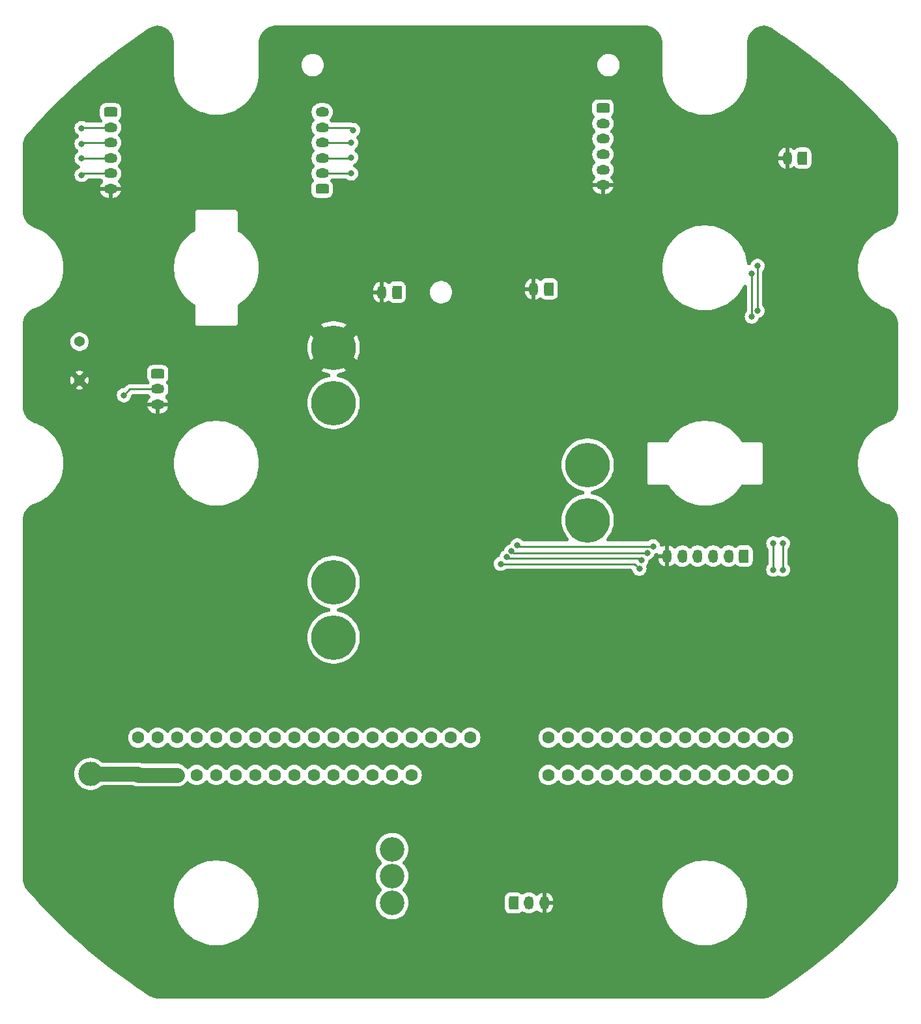
<source format=gbr>
%TF.GenerationSoftware,KiCad,Pcbnew,8.0.4*%
%TF.CreationDate,2025-03-15T02:49:38-04:00*%
%TF.ProjectId,erie_rov_connector_board,65726965-5f72-46f7-965f-636f6e6e6563,rev?*%
%TF.SameCoordinates,Original*%
%TF.FileFunction,Copper,L2,Bot*%
%TF.FilePolarity,Positive*%
%FSLAX46Y46*%
G04 Gerber Fmt 4.6, Leading zero omitted, Abs format (unit mm)*
G04 Created by KiCad (PCBNEW 8.0.4) date 2025-03-15 02:49:38*
%MOMM*%
%LPD*%
G01*
G04 APERTURE LIST*
G04 Aperture macros list*
%AMRoundRect*
0 Rectangle with rounded corners*
0 $1 Rounding radius*
0 $2 $3 $4 $5 $6 $7 $8 $9 X,Y pos of 4 corners*
0 Add a 4 corners polygon primitive as box body*
4,1,4,$2,$3,$4,$5,$6,$7,$8,$9,$2,$3,0*
0 Add four circle primitives for the rounded corners*
1,1,$1+$1,$2,$3*
1,1,$1+$1,$4,$5*
1,1,$1+$1,$6,$7*
1,1,$1+$1,$8,$9*
0 Add four rect primitives between the rounded corners*
20,1,$1+$1,$2,$3,$4,$5,0*
20,1,$1+$1,$4,$5,$6,$7,0*
20,1,$1+$1,$6,$7,$8,$9,0*
20,1,$1+$1,$8,$9,$2,$3,0*%
G04 Aperture macros list end*
%TA.AperFunction,ComponentPad*%
%ADD10RoundRect,0.264583X-0.610417X0.370417X-0.610417X-0.370417X0.610417X-0.370417X0.610417X0.370417X0*%
%TD*%
%TA.AperFunction,ComponentPad*%
%ADD11O,1.750000X1.270000*%
%TD*%
%TA.AperFunction,ComponentPad*%
%ADD12RoundRect,0.264583X0.370417X0.610417X-0.370417X0.610417X-0.370417X-0.610417X0.370417X-0.610417X0*%
%TD*%
%TA.AperFunction,ComponentPad*%
%ADD13O,1.270000X1.750000*%
%TD*%
%TA.AperFunction,ComponentPad*%
%ADD14C,5.800000*%
%TD*%
%TA.AperFunction,ComponentPad*%
%ADD15C,1.371600*%
%TD*%
%TA.AperFunction,ComponentPad*%
%ADD16RoundRect,0.264583X-0.370417X-0.610417X0.370417X-0.610417X0.370417X0.610417X-0.370417X0.610417X0*%
%TD*%
%TA.AperFunction,ComponentPad*%
%ADD17C,1.600200*%
%TD*%
%TA.AperFunction,ComponentPad*%
%ADD18C,3.200000*%
%TD*%
%TA.AperFunction,ComponentPad*%
%ADD19RoundRect,0.264583X0.610417X-0.370417X0.610417X0.370417X-0.610417X0.370417X-0.610417X-0.370417X0*%
%TD*%
%TA.AperFunction,ViaPad*%
%ADD20C,0.812800*%
%TD*%
%TA.AperFunction,ViaPad*%
%ADD21C,3.175000*%
%TD*%
%TA.AperFunction,Conductor*%
%ADD22C,0.250000*%
%TD*%
%TA.AperFunction,Conductor*%
%ADD23C,1.905000*%
%TD*%
G04 APERTURE END LIST*
D10*
%TO.P,J9,1,Pin_1*%
%TO.N,+5V*%
X18500000Y52500000D03*
D11*
%TO.P,J9,2,Pin_2*%
%TO.N,OSD_TX*%
X18500000Y50500000D03*
%TO.P,J9,3,Pin_3*%
%TO.N,OSD_RX*%
X18500000Y48500000D03*
%TO.P,J9,4,Pin_4*%
%TO.N,unconnected-(J9-Pin_4-Pad4)*%
X18500000Y46500000D03*
%TO.P,J9,5,Pin_5*%
%TO.N,unconnected-(J9-Pin_5-Pad5)*%
X18500000Y44500000D03*
%TO.P,J9,6,Pin_6*%
%TO.N,GND*%
X18500000Y42500000D03*
%TD*%
D12*
%TO.P,J14,1,Pin_1*%
%TO.N,+5V*%
X36830000Y-5715000D03*
D13*
%TO.P,J14,2,Pin_2*%
%TO.N,EXP_1*%
X34830000Y-5715000D03*
%TO.P,J14,3,Pin_3*%
%TO.N,EXP_2*%
X32830000Y-5715000D03*
%TO.P,J14,4,Pin_4*%
%TO.N,EXP_3*%
X30830000Y-5715000D03*
%TO.P,J14,5,Pin_5*%
%TO.N,EXP_4*%
X28830000Y-5715000D03*
%TO.P,J14,6,Pin_6*%
%TO.N,GND*%
X26830000Y-5715000D03*
%TD*%
D12*
%TO.P,J11,1,Pin_1*%
%TO.N,VID_PWR*%
X11500000Y29000000D03*
D13*
%TO.P,J11,2,Pin_2*%
%TO.N,GND*%
X9500000Y29000000D03*
%TD*%
D14*
%TO.P,J2,1,-*%
%TO.N,GND*%
X-16510000Y21380000D03*
%TO.P,J2,2,+*%
%TO.N,PNL+*%
X-16510000Y14180000D03*
%TD*%
D15*
%TO.P,C1,1*%
%TO.N,5V_AUX*%
X-49530000Y22153250D03*
%TO.P,C1,2*%
%TO.N,GND*%
X-49530000Y17153250D03*
%TD*%
D12*
%TO.P,J10,1,Pin_1*%
%TO.N,VID_PWR*%
X44450000Y46000000D03*
D13*
%TO.P,J10,2,Pin_2*%
%TO.N,GND*%
X42450000Y46000000D03*
%TD*%
D16*
%TO.P,J6,1,Pin_1*%
%TO.N,5V_AUX*%
X6890000Y-50800000D03*
D13*
%TO.P,J6,2,Pin_2*%
%TO.N,RDR_PWM*%
X8890000Y-50800000D03*
%TO.P,J6,3,Pin_3*%
%TO.N,GND*%
X10890000Y-50800000D03*
%TD*%
D17*
%TO.P,J1,1,P1a*%
%TO.N,5V_AUX*%
X-41910000Y-29324300D03*
%TO.P,J1,2,P1b*%
X-39370000Y-29324300D03*
%TO.P,J1,3,P1c*%
X-36830000Y-29324300D03*
%TO.P,J1,4,P2a*%
%TO.N,PNL+*%
X-34290000Y-29324300D03*
%TO.P,J1,5,P2b*%
X-31750000Y-29324300D03*
%TO.P,J1,6,P2c*%
X-29210000Y-29324300D03*
%TO.P,J1,7,P3a*%
%TO.N,BATT_CC*%
X-26670000Y-29324300D03*
%TO.P,J1,8,P3b*%
X-24130000Y-29324300D03*
%TO.P,J1,9,P3c*%
X-21590000Y-29324300D03*
%TO.P,J1,10,P4a*%
%TO.N,BATT_SW*%
X-19050000Y-29324300D03*
%TO.P,J1,11,P4b*%
X-16510000Y-29324300D03*
%TO.P,J1,12,P4c*%
X-13970000Y-29324300D03*
%TO.P,J1,13,P5a*%
%TO.N,LOAD_SW*%
X-11430000Y-29324300D03*
%TO.P,J1,14,P5b*%
X-8890000Y-29324300D03*
%TO.P,J1,15,P5c*%
X-6350000Y-29324300D03*
%TO.P,J1,16,P6a*%
%TO.N,LOAD_CC*%
X-3810000Y-29324300D03*
%TO.P,J1,17,P6b*%
X-1270000Y-29324300D03*
%TO.P,J1,18,P6c*%
X1270000Y-29324300D03*
%TO.P,J1,19,P7a*%
%TO.N,GND*%
X3810000Y-29324300D03*
%TO.P,J1,20,P7b*%
X6350000Y-29324300D03*
%TO.P,J1,21,P7c*%
X8890000Y-29324300D03*
%TO.P,J1,22,P8a*%
%TO.N,VID_PWR*%
X11430000Y-29324300D03*
%TO.P,J1,23,P8b*%
X13970000Y-29324300D03*
%TO.P,J1,24,P8c*%
X16510000Y-29324300D03*
%TO.P,J1,25,S1*%
%TO.N,TELEM_TX*%
X19050000Y-29324300D03*
%TO.P,J1,26,S2*%
%TO.N,TELEM_RX*%
X21590000Y-29324300D03*
%TO.P,J1,27,S3*%
%TO.N,TELEM_CTS*%
X24130000Y-29324300D03*
%TO.P,J1,28,S4*%
%TO.N,TELEM_RTS*%
X26670000Y-29324300D03*
%TO.P,J1,29,S5*%
%TO.N,EXP_4*%
X29210000Y-29324300D03*
%TO.P,J1,30,S6*%
%TO.N,EXP_3*%
X31750000Y-29324300D03*
%TO.P,J1,31,S7*%
%TO.N,EXP_2*%
X34290000Y-29324300D03*
%TO.P,J1,32,S8*%
%TO.N,EXP_1*%
X36830000Y-29324300D03*
%TO.P,J1,33,S9*%
%TO.N,OSD_RX*%
X39370000Y-29324300D03*
%TO.P,J1,34,S10*%
%TO.N,OSD_TX*%
X41910000Y-29324300D03*
%TO.P,J1,35,S11*%
%TO.N,unconnected-(J1-S11-Pad35)*%
X41910000Y-34175700D03*
%TO.P,J1,36,S12*%
%TO.N,unconnected-(J1-S12-Pad36)*%
X39370000Y-34175700D03*
%TO.P,J1,37,S13*%
%TO.N,unconnected-(J1-S13-Pad37)*%
X36830000Y-34175700D03*
%TO.P,J1,38,S14*%
%TO.N,unconnected-(J1-S14-Pad38)*%
X34290000Y-34175700D03*
%TO.P,J1,39,S15*%
%TO.N,GPS_TX*%
X31750000Y-34175700D03*
%TO.P,J1,40,S16*%
%TO.N,GPS_RX*%
X29210000Y-34175700D03*
%TO.P,J1,41,S17*%
%TO.N,GPS_SCL*%
X26670000Y-34175700D03*
%TO.P,J1,42,S18*%
%TO.N,GPS_SCA*%
X24130000Y-34175700D03*
%TO.P,J1,43,S19*%
%TO.N,STRB_PWM*%
X21590000Y-34175700D03*
%TO.P,J1,44,S20*%
%TO.N,RDR_PWM*%
X19050000Y-34175700D03*
%TO.P,J1,45,P9a*%
%TO.N,+5V*%
X16510000Y-34175700D03*
%TO.P,J1,46,P9b*%
X13970000Y-34175700D03*
%TO.P,J1,47,P9c*%
X11430000Y-34175700D03*
%TO.P,J1,48,P10a*%
%TO.N,GND*%
X8890000Y-34175700D03*
%TO.P,J1,49,P10b*%
X6350000Y-34175700D03*
%TO.P,J1,50,P10c*%
X3810000Y-34175700D03*
%TO.P,J1,51,P11a*%
X1270000Y-34175700D03*
%TO.P,J1,52,P11b*%
X-1270000Y-34175700D03*
%TO.P,J1,53,P11c*%
X-3810000Y-34175700D03*
%TO.P,J1,54,P12a*%
%TO.N,MTR_B*%
X-6350000Y-34175700D03*
%TO.P,J1,55,P12b*%
X-8890000Y-34175700D03*
%TO.P,J1,56,P12c*%
X-11430000Y-34175700D03*
%TO.P,J1,57,P13a*%
%TO.N,MTR_G*%
X-13970000Y-34175700D03*
%TO.P,J1,58,P13b*%
X-16510000Y-34175700D03*
%TO.P,J1,59,P13c*%
X-19050000Y-34175700D03*
%TO.P,J1,60,P14a*%
%TO.N,MTR_W*%
X-21590000Y-34175700D03*
%TO.P,J1,61,P14b*%
X-24130000Y-34175700D03*
%TO.P,J1,62,P14c*%
X-26670000Y-34175700D03*
%TO.P,J1,63,P15a*%
%TO.N,unconnected-(J1-P15a-Pad63)*%
X-29210000Y-34175700D03*
%TO.P,J1,64,P15b*%
%TO.N,unconnected-(J1-P15b-Pad64)*%
X-31750000Y-34175700D03*
%TO.P,J1,65,P15c*%
%TO.N,unconnected-(J1-P15c-Pad65)*%
X-34290000Y-34175700D03*
%TO.P,J1,66,P16a*%
%TO.N,TELEM_GND*%
X-36830000Y-34175700D03*
%TO.P,J1,67,P16b*%
X-39370000Y-34175700D03*
%TO.P,J1,68,P16c*%
X-41910000Y-34175700D03*
%TD*%
D14*
%TO.P,J4,1,-*%
%TO.N,LOAD_SW*%
X16510000Y6140000D03*
%TO.P,J4,2,+*%
%TO.N,LOAD_CC*%
X16510000Y-1060000D03*
%TD*%
D18*
%TO.P,J5,1,1*%
%TO.N,MTR_B*%
X-8890000Y-43815000D03*
%TO.P,J5,2,2*%
%TO.N,MTR_G*%
X-8890000Y-47315000D03*
%TO.P,J5,3,3*%
%TO.N,MTR_W*%
X-8890000Y-50815000D03*
%TD*%
D10*
%TO.P,J7,1,Pin_1*%
%TO.N,+5V*%
X-45500000Y52000000D03*
D11*
%TO.P,J7,2,Pin_2*%
%TO.N,GPS_TX*%
X-45500000Y50000000D03*
%TO.P,J7,3,Pin_3*%
%TO.N,GPS_RX*%
X-45500000Y48000000D03*
%TO.P,J7,4,Pin_4*%
%TO.N,GPS_SCL*%
X-45500000Y46000000D03*
%TO.P,J7,5,Pin_5*%
%TO.N,GPS_SCA*%
X-45500000Y44000000D03*
%TO.P,J7,6,Pin_6*%
%TO.N,GND*%
X-45500000Y42000000D03*
%TD*%
D12*
%TO.P,J12,1,Pin_1*%
%TO.N,VID_PWR*%
X-8255000Y28575000D03*
D13*
%TO.P,J12,2,Pin_2*%
%TO.N,GND*%
X-10255000Y28575000D03*
%TD*%
D19*
%TO.P,J8,1,Pin_1*%
%TO.N,+5V*%
X-18000000Y42000000D03*
D11*
%TO.P,J8,2,Pin_2*%
%TO.N,TELEM_TX*%
X-18000000Y44000000D03*
%TO.P,J8,3,Pin_3*%
%TO.N,TELEM_RX*%
X-18000000Y46000000D03*
%TO.P,J8,4,Pin_4*%
%TO.N,TELEM_CTS*%
X-18000000Y48000000D03*
%TO.P,J8,5,Pin_5*%
%TO.N,TELEM_RTS*%
X-18000000Y50000000D03*
%TO.P,J8,6,Pin_6*%
%TO.N,TELEM_GND*%
X-18000000Y52000000D03*
%TD*%
D14*
%TO.P,J3,1,-*%
%TO.N,BATT_SW*%
X-16510000Y-9100000D03*
%TO.P,J3,2,+*%
%TO.N,BATT_CC*%
X-16510000Y-16300000D03*
%TD*%
D10*
%TO.P,J13,1,Pin_1*%
%TO.N,5V_AUX*%
X-39370000Y17970000D03*
D11*
%TO.P,J13,2,Pin_2*%
%TO.N,STRB_PWM*%
X-39370000Y15970000D03*
%TO.P,J13,3,Pin_3*%
%TO.N,GND*%
X-39370000Y13970000D03*
%TD*%
D20*
%TO.N,GND*%
X17653000Y-37719000D03*
X45212000Y31623000D03*
X-41148000Y20828000D03*
X-27559000Y-13081000D03*
X-37973000Y-50546000D03*
X-35560000Y-23749000D03*
X-46355000Y14732000D03*
X36830000Y9906000D03*
X-47244000Y24638000D03*
X43434000Y-3302000D03*
X-19304000Y-13208000D03*
X36195000Y52705000D03*
X-1397000Y-54229000D03*
X-44450000Y-28194000D03*
X16383000Y-24130000D03*
X25781000Y54864000D03*
X43561000Y-28067000D03*
X-39243000Y-62484000D03*
X55499000Y38354000D03*
X-16256000Y-3937000D03*
X45593000Y-32639000D03*
X15367000Y-31877000D03*
X-36703000Y-26797000D03*
X18415000Y11176000D03*
X-46990000Y-42545000D03*
X-36449000Y52832000D03*
X-35433000Y48133000D03*
X-13970000Y41783000D03*
X-4953000Y23114000D03*
X-19939000Y-57023000D03*
X55753000Y48387000D03*
X36830000Y-8509000D03*
X23622000Y-3175000D03*
X18288000Y-27559000D03*
X-30480000Y-35814000D03*
X-23495000Y-43815000D03*
X-20447000Y3048000D03*
X-44069000Y12700000D03*
X-43180000Y49149000D03*
X-20320000Y49403000D03*
X-56007000Y48260000D03*
X-55880000Y13716000D03*
X-40767000Y-32004000D03*
X-47752000Y-36957000D03*
X55880000Y-48133000D03*
X-39116000Y-26670000D03*
X-20955000Y44069000D03*
X21336000Y-24892000D03*
X-48260000Y19431000D03*
X8763000Y5080000D03*
X-44577000Y-38735000D03*
X43561000Y-8382000D03*
X-52832000Y10922000D03*
X30734000Y-37592000D03*
X16256000Y25019000D03*
X55753000Y-254000D03*
X55499000Y25019000D03*
X36957000Y2794000D03*
X-4826000Y-39624000D03*
X3683000Y8890000D03*
X-44704000Y16764000D03*
X-30988000Y-44323000D03*
X39751000Y-62357000D03*
X18288000Y-14478000D03*
X-56007000Y25146000D03*
X3937000Y-8001000D03*
X26416000Y10033000D03*
X-25908000Y-48514000D03*
X40767000Y26797000D03*
X37592000Y22987000D03*
X39370000Y-1778000D03*
X-52324000Y35814000D03*
X21590000Y-18669000D03*
X-55753000Y-508000D03*
X45212000Y5969000D03*
X55499000Y12827000D03*
X18288000Y-12192000D03*
X38100000Y-27686000D03*
X-55626000Y38481000D03*
X5715000Y-55245000D03*
X-45593000Y39116000D03*
X26543000Y2667000D03*
X39497000Y61595000D03*
X26924000Y-8636000D03*
X11430000Y-25908000D03*
X-6604000Y-18923000D03*
X-55880000Y-48006000D03*
X24384000Y62103000D03*
X-30607000Y-57023000D03*
X39243000Y-8763000D03*
X-4953000Y-31750000D03*
X-24892000Y61595000D03*
X-6096000Y-54356000D03*
X23368000Y21463000D03*
X27051000Y-26035000D03*
X-28067000Y-31877000D03*
X48133000Y2159000D03*
X-39116000Y11049000D03*
X-39116000Y61976000D03*
%TO.N,GPS_TX*%
X-49276000Y49911000D03*
%TO.N,GPS_RX*%
X-49276000Y47879000D03*
%TO.N,GPS_SCL*%
X-49276000Y45974000D03*
%TO.N,GPS_SCA*%
X-49276000Y43815000D03*
%TO.N,TELEM_CTS*%
X24257000Y-5302496D03*
X6604000Y-5080000D03*
X-14224000Y48006000D03*
%TO.N,TELEM_RX*%
X5969000Y-5872600D03*
X-14224000Y46101000D03*
X23495000Y-6223000D03*
%TO.N,TELEM_TX*%
X-14224000Y44000000D03*
X5207000Y-6731000D03*
X23241000Y-7366000D03*
%TO.N,STRB_PWM*%
X-43763500Y15188500D03*
%TO.N,OSD_TX*%
X38608000Y26162000D03*
X41894003Y-7493000D03*
X38592372Y32004000D03*
X41894003Y-4064000D03*
%TO.N,OSD_RX*%
X37846000Y30988000D03*
X37846000Y25400000D03*
X40640000Y-4064000D03*
X40640000Y-7493000D03*
D21*
%TO.N,TELEM_GND*%
X-48114500Y-34036000D03*
D20*
%TO.N,TELEM_RTS*%
X7366000Y-4318000D03*
X-13970000Y49657000D03*
X25019000Y-4445000D03*
%TD*%
D22*
%TO.N,TELEM_TX*%
X23241000Y-7366000D02*
X22606000Y-6731000D01*
X22606000Y-6731000D02*
X5207000Y-6731000D01*
%TO.N,GPS_TX*%
X-45500000Y50000000D02*
X-49187000Y50000000D01*
X-49187000Y50000000D02*
X-49276000Y49911000D01*
%TO.N,GPS_RX*%
X-49155000Y48000000D02*
X-49276000Y47879000D01*
X-45500000Y48000000D02*
X-49155000Y48000000D01*
%TO.N,GPS_SCL*%
X-49250000Y46000000D02*
X-49276000Y45974000D01*
X-45500000Y46000000D02*
X-49250000Y46000000D01*
%TO.N,GPS_SCA*%
X-45500000Y44000000D02*
X-49091000Y44000000D01*
X-49091000Y44000000D02*
X-49276000Y43815000D01*
%TO.N,TELEM_CTS*%
X-18000000Y48000000D02*
X-14230000Y48000000D01*
X-14230000Y48000000D02*
X-14224000Y48006000D01*
X6826496Y-5302496D02*
X24257000Y-5302496D01*
X6604000Y-5080000D02*
X6826496Y-5302496D01*
%TO.N,TELEM_RX*%
X-14325000Y46000000D02*
X-14224000Y46101000D01*
X23241000Y-5969000D02*
X23495000Y-6223000D01*
X5969000Y-5872600D02*
X6065400Y-5969000D01*
X6065400Y-5969000D02*
X23241000Y-5969000D01*
X-18000000Y46000000D02*
X-14325000Y46000000D01*
%TO.N,TELEM_TX*%
X-14224000Y44000000D02*
X-18000000Y44000000D01*
%TO.N,STRB_PWM*%
X-43763500Y15188500D02*
X-42982000Y15970000D01*
X-42982000Y15970000D02*
X-39370000Y15970000D01*
%TO.N,OSD_TX*%
X38592372Y26177628D02*
X38592372Y32004000D01*
X41894003Y-4064000D02*
X41894003Y-7493000D01*
X38608000Y26162000D02*
X38592372Y26177628D01*
%TO.N,OSD_RX*%
X37846000Y30988000D02*
X37846000Y25400000D01*
X40640000Y-4064000D02*
X40640000Y-7493000D01*
D23*
%TO.N,TELEM_GND*%
X-48114500Y-34036000D02*
X-42049700Y-34036000D01*
X-42049700Y-34036000D02*
X-41910000Y-34175700D01*
X-36830000Y-34175700D02*
X-41910000Y-34175700D01*
D22*
%TO.N,TELEM_RTS*%
X-13970000Y49657000D02*
X-14313000Y50000000D01*
X-14313000Y50000000D02*
X-18000000Y50000000D01*
X7366000Y-4318000D02*
X7493000Y-4445000D01*
X7493000Y-4445000D02*
X25019000Y-4445000D01*
%TD*%
%TA.AperFunction,Conductor*%
%TO.N,GND*%
G36*
X23967637Y63245038D02*
G01*
X23983220Y63244096D01*
X24220216Y63229760D01*
X24250523Y63226081D01*
X24491910Y63181846D01*
X24521571Y63174534D01*
X24755839Y63101533D01*
X24784388Y63090707D01*
X25008174Y62989989D01*
X25035221Y62975793D01*
X25211673Y62869124D01*
X25245216Y62848847D01*
X25270360Y62831491D01*
X25463518Y62680161D01*
X25486386Y62659902D01*
X25659901Y62486387D01*
X25680160Y62463519D01*
X25831490Y62270361D01*
X25848846Y62245217D01*
X25975792Y62035222D01*
X25989990Y62008171D01*
X25998260Y61989796D01*
X26090040Y61785868D01*
X26090701Y61784401D01*
X26101534Y61755834D01*
X26174533Y61521571D01*
X26181845Y61491908D01*
X26226078Y61250537D01*
X26229760Y61220208D01*
X26245038Y60967638D01*
X26245500Y60952362D01*
X26245500Y56922331D01*
X26264944Y56687674D01*
X26283102Y56468552D01*
X26352342Y56053614D01*
X26358047Y56019426D01*
X26358048Y56019422D01*
X26469826Y55578023D01*
X26617668Y55147372D01*
X26617671Y55147365D01*
X26617673Y55147360D01*
X26800579Y54730376D01*
X26842859Y54652250D01*
X27017299Y54329913D01*
X27266334Y53948737D01*
X27266351Y53948712D01*
X27546005Y53589414D01*
X27546015Y53589402D01*
X27854398Y53254408D01*
X27854407Y53254399D01*
X27904844Y53207969D01*
X28189404Y52946013D01*
X28189413Y52946006D01*
X28548711Y52666352D01*
X28548723Y52666344D01*
X28548728Y52666340D01*
X28651298Y52599328D01*
X28871035Y52455766D01*
X28929920Y52417295D01*
X29330376Y52200579D01*
X29747360Y52017673D01*
X29747368Y52017670D01*
X29747371Y52017669D01*
X29856794Y51980105D01*
X30178024Y51869826D01*
X30619426Y51758047D01*
X31068552Y51683102D01*
X31465609Y51650201D01*
X31522331Y51645500D01*
X31522332Y51645500D01*
X31977669Y51645500D01*
X32028088Y51649678D01*
X32431448Y51683102D01*
X32880574Y51758047D01*
X33321976Y51869826D01*
X33752640Y52017673D01*
X34169624Y52200579D01*
X34570080Y52417295D01*
X34951272Y52666340D01*
X34951283Y52666349D01*
X34951288Y52666352D01*
X35153538Y52823770D01*
X35310596Y52946013D01*
X35645597Y53254403D01*
X35953987Y53589404D01*
X36161922Y53856559D01*
X36233648Y53948712D01*
X36233651Y53948717D01*
X36233660Y53948728D01*
X36482705Y54329920D01*
X36699421Y54730376D01*
X36882327Y55147360D01*
X37030174Y55578024D01*
X37141953Y56019426D01*
X37216898Y56468552D01*
X37254500Y56922332D01*
X37254500Y57150000D01*
X37254500Y57194875D01*
X37254500Y60952056D01*
X37254999Y60967935D01*
X37257683Y61010622D01*
X37271507Y61230442D01*
X37275485Y61261948D01*
X37323264Y61512527D01*
X37331152Y61543260D01*
X37409943Y61785870D01*
X37421628Y61815395D01*
X37421629Y61815397D01*
X37530190Y62046218D01*
X37545480Y62074041D01*
X37682101Y62289439D01*
X37700758Y62315134D01*
X37863297Y62511732D01*
X37885005Y62534865D01*
X38070908Y62709565D01*
X38095346Y62729797D01*
X38301655Y62879819D01*
X38328448Y62896839D01*
X38551917Y63019829D01*
X38580645Y63033364D01*
X38739025Y63096167D01*
X38817761Y63127389D01*
X38847959Y63137218D01*
X39094975Y63200794D01*
X39126155Y63206762D01*
X39349309Y63235097D01*
X39410025Y63235460D01*
X39580600Y63215876D01*
X39605920Y63211656D01*
X39807586Y63167415D01*
X39832380Y63160639D01*
X39915700Y63133250D01*
X40028514Y63096165D01*
X40052485Y63086911D01*
X40241052Y63002873D01*
X40263968Y62991231D01*
X40290876Y62975793D01*
X40447733Y62885798D01*
X40460994Y62877636D01*
X41054919Y62486387D01*
X41759679Y62022125D01*
X41804106Y61992859D01*
X41808631Y61989808D01*
X43136779Y61073040D01*
X43141198Y61069919D01*
X43304303Y60952039D01*
X44449125Y60124647D01*
X44453516Y60121401D01*
X45703302Y59176284D01*
X45740713Y59147993D01*
X45745042Y59144645D01*
X46184456Y58797140D01*
X47010768Y58143663D01*
X47015029Y58140218D01*
X48258837Y57112017D01*
X48262969Y57108526D01*
X48659578Y56765943D01*
X49484269Y56053591D01*
X49488376Y56049964D01*
X50686438Y54968926D01*
X50690466Y54965212D01*
X51864882Y53858443D01*
X51868828Y53854643D01*
X53019025Y52722679D01*
X53022888Y52718793D01*
X54148257Y51562236D01*
X54152028Y51558275D01*
X54298865Y51400680D01*
X55252075Y50377633D01*
X55255766Y50373585D01*
X55980611Y49561048D01*
X56325890Y49173996D01*
X56325937Y49173944D01*
X56337347Y49160207D01*
X56373209Y49113788D01*
X56489632Y48963093D01*
X56506657Y48938100D01*
X56631159Y48729546D01*
X56645080Y48702700D01*
X56743803Y48480794D01*
X56754422Y48452481D01*
X56825969Y48220366D01*
X56833134Y48190986D01*
X56876475Y47951996D01*
X56880083Y47921971D01*
X56895048Y47672017D01*
X56895500Y47656897D01*
X56895500Y39122139D01*
X56895015Y39106479D01*
X56878960Y38847587D01*
X56875091Y38816509D01*
X56828622Y38569292D01*
X56820942Y38538931D01*
X56744291Y38299366D01*
X56732919Y38270184D01*
X56627249Y38041910D01*
X56612359Y38014359D01*
X56479304Y37800901D01*
X56461124Y37775399D01*
X56302710Y37580010D01*
X56281519Y37556950D01*
X56100178Y37382629D01*
X56076300Y37362364D01*
X55874805Y37211779D01*
X55848605Y37194620D01*
X55630066Y37070094D01*
X55601949Y37056303D01*
X55362048Y36956549D01*
X55347407Y36950986D01*
X55344230Y36949891D01*
X55342185Y36949185D01*
X55317787Y36940771D01*
X55140229Y36879539D01*
X54723970Y36696284D01*
X54324253Y36479323D01*
X53943797Y36230135D01*
X53585180Y35950405D01*
X53394137Y35774199D01*
X53253852Y35644808D01*
X53250855Y35642044D01*
X52943111Y35307166D01*
X52943106Y35307159D01*
X52664041Y34948050D01*
X52415539Y34567131D01*
X52415528Y34567112D01*
X52199307Y34167021D01*
X52199306Y34167019D01*
X52016809Y33750424D01*
X52016805Y33750415D01*
X51869304Y33320224D01*
X51869298Y33320202D01*
X51757777Y32879285D01*
X51683004Y32430656D01*
X51645490Y31977413D01*
X51645490Y31522588D01*
X51683004Y31069345D01*
X51757777Y30620716D01*
X51869298Y30179799D01*
X51869304Y30179777D01*
X52016805Y29749586D01*
X52016808Y29749578D01*
X52016810Y29749574D01*
X52070576Y29626840D01*
X52199306Y29332982D01*
X52199307Y29332980D01*
X52415528Y28932889D01*
X52415539Y28932870D01*
X52664041Y28551951D01*
X52943106Y28192842D01*
X52943111Y28192835D01*
X53004045Y28126528D01*
X53250858Y27857953D01*
X53585176Y27549599D01*
X53943788Y27269872D01*
X53943796Y27269867D01*
X53943797Y27269866D01*
X53966578Y27254945D01*
X54324252Y27020678D01*
X54723973Y26803715D01*
X55140229Y26620462D01*
X55345869Y26549546D01*
X55347760Y26548894D01*
X55362427Y26543323D01*
X55601951Y26443722D01*
X55630058Y26429936D01*
X55740860Y26366798D01*
X55848600Y26305403D01*
X55874799Y26288243D01*
X56076286Y26137659D01*
X56100159Y26117398D01*
X56231068Y25991553D01*
X56281500Y25943072D01*
X56302688Y25920014D01*
X56409856Y25787827D01*
X56461093Y25724628D01*
X56479273Y25699126D01*
X56612324Y25485665D01*
X56627213Y25458113D01*
X56732875Y25229842D01*
X56744247Y25200659D01*
X56820891Y24961095D01*
X56828570Y24930732D01*
X56875031Y24683519D01*
X56878899Y24652441D01*
X56895014Y24392461D01*
X56895499Y24376805D01*
X56895498Y24311415D01*
X56895500Y24311398D01*
X56895500Y13722139D01*
X56895015Y13706479D01*
X56878960Y13447587D01*
X56875091Y13416509D01*
X56828622Y13169292D01*
X56820942Y13138931D01*
X56744291Y12899366D01*
X56732919Y12870184D01*
X56627249Y12641910D01*
X56612359Y12614359D01*
X56479304Y12400901D01*
X56461124Y12375399D01*
X56302710Y12180010D01*
X56281519Y12156950D01*
X56100178Y11982629D01*
X56076300Y11962364D01*
X55874805Y11811779D01*
X55848605Y11794620D01*
X55630066Y11670094D01*
X55601949Y11656303D01*
X55362048Y11556549D01*
X55347407Y11550986D01*
X55344230Y11549891D01*
X55342185Y11549185D01*
X55286635Y11530028D01*
X55140229Y11479539D01*
X54723970Y11296284D01*
X54324253Y11079323D01*
X53943797Y10830135D01*
X53585180Y10550405D01*
X53394137Y10374199D01*
X53265595Y10255639D01*
X53250855Y10242044D01*
X52943111Y9907166D01*
X52943106Y9907159D01*
X52664041Y9548050D01*
X52415539Y9167131D01*
X52415528Y9167112D01*
X52199307Y8767021D01*
X52199306Y8767019D01*
X52016809Y8350424D01*
X52016805Y8350415D01*
X51869304Y7920224D01*
X51869298Y7920202D01*
X51757777Y7479285D01*
X51683004Y7030656D01*
X51645490Y6577413D01*
X51645490Y6122588D01*
X51683004Y5669345D01*
X51757777Y5220716D01*
X51869298Y4779799D01*
X51869304Y4779777D01*
X52016805Y4349586D01*
X52016808Y4349578D01*
X52016810Y4349574D01*
X52070576Y4226840D01*
X52199306Y3932982D01*
X52199307Y3932980D01*
X52415528Y3532889D01*
X52415539Y3532870D01*
X52664041Y3151951D01*
X52943106Y2792842D01*
X52943111Y2792835D01*
X52999476Y2731500D01*
X53250858Y2457953D01*
X53585176Y2149599D01*
X53943788Y1869872D01*
X53943796Y1869867D01*
X53943797Y1869866D01*
X53949959Y1865830D01*
X54324252Y1620678D01*
X54723973Y1403715D01*
X55140229Y1220462D01*
X55345869Y1149546D01*
X55347760Y1148894D01*
X55362427Y1143323D01*
X55601951Y1043722D01*
X55630058Y1029936D01*
X55672474Y1005766D01*
X55848600Y905403D01*
X55874799Y888243D01*
X56076286Y737659D01*
X56100159Y717398D01*
X56281500Y543072D01*
X56302691Y520011D01*
X56461093Y324628D01*
X56479273Y299126D01*
X56612324Y85665D01*
X56627213Y58113D01*
X56732875Y-170158D01*
X56744247Y-199341D01*
X56820891Y-438905D01*
X56828570Y-469268D01*
X56875031Y-716481D01*
X56878899Y-747559D01*
X56895014Y-1007539D01*
X56895499Y-1023195D01*
X56895498Y-1088585D01*
X56895500Y-1088602D01*
X56895500Y-47656829D01*
X56895048Y-47671949D01*
X56880079Y-47921969D01*
X56876471Y-47951994D01*
X56833130Y-48190987D01*
X56825965Y-48220366D01*
X56754421Y-48452473D01*
X56743802Y-48480788D01*
X56645075Y-48702702D01*
X56631154Y-48729548D01*
X56506654Y-48938098D01*
X56489629Y-48963090D01*
X56337306Y-49160252D01*
X56325892Y-49173995D01*
X55255768Y-50373585D01*
X55252076Y-50377633D01*
X54152036Y-51558268D01*
X54148265Y-51562228D01*
X53967535Y-51747968D01*
X53022888Y-52718794D01*
X53019025Y-52722679D01*
X51868829Y-53854642D01*
X51864883Y-53858442D01*
X50690466Y-54965212D01*
X50686438Y-54968926D01*
X49488350Y-56049987D01*
X49484243Y-56053613D01*
X48263025Y-57108479D01*
X48258840Y-57112016D01*
X47015051Y-58140200D01*
X47010791Y-58143645D01*
X45745003Y-59144676D01*
X45740671Y-59148026D01*
X44453516Y-60121401D01*
X44449148Y-60124631D01*
X43141227Y-61069899D01*
X43136752Y-61073060D01*
X41808650Y-61989796D01*
X41804107Y-61992859D01*
X40461361Y-62877394D01*
X40446779Y-62886309D01*
X40241137Y-63002673D01*
X40215410Y-63015362D01*
X40003265Y-63105428D01*
X39976262Y-63115125D01*
X39755292Y-63180590D01*
X39727368Y-63187167D01*
X39500395Y-63227198D01*
X39471905Y-63230571D01*
X39263032Y-63243352D01*
X39235646Y-63245028D01*
X39220196Y-63245500D01*
X-39210448Y-63245500D01*
X-39224900Y-63245087D01*
X-39274059Y-63242274D01*
X-39463969Y-63231407D01*
X-39492692Y-63228109D01*
X-39721502Y-63188479D01*
X-39749658Y-63181926D01*
X-39972449Y-63116454D01*
X-39999678Y-63106730D01*
X-40213540Y-63016268D01*
X-40239479Y-63003503D01*
X-40446573Y-62886437D01*
X-40461251Y-62877467D01*
X-41804107Y-61992858D01*
X-41808650Y-61989795D01*
X-42020791Y-61843363D01*
X-43136762Y-61073052D01*
X-43141217Y-61069905D01*
X-44449126Y-60124646D01*
X-44453532Y-60121389D01*
X-45740714Y-59147992D01*
X-45745047Y-59144640D01*
X-47010769Y-58143662D01*
X-47015030Y-58140217D01*
X-48258813Y-57112037D01*
X-48262998Y-57108501D01*
X-49484270Y-56053590D01*
X-49488377Y-56049963D01*
X-50686439Y-54968925D01*
X-50690467Y-54965211D01*
X-51864883Y-53858442D01*
X-51868829Y-53854642D01*
X-53019026Y-52722678D01*
X-53022889Y-52718792D01*
X-53806852Y-51913103D01*
X-54148268Y-51562225D01*
X-54152036Y-51558267D01*
X-54225937Y-51478952D01*
X-54858542Y-50799999D01*
X-37259464Y-50799999D01*
X-37259464Y-50800000D01*
X-37239617Y-51267226D01*
X-37239616Y-51267241D01*
X-37180217Y-51731093D01*
X-37180216Y-51731099D01*
X-37180215Y-51731104D01*
X-37082717Y-52183500D01*
X-37081688Y-52188271D01*
X-36944750Y-52635420D01*
X-36944746Y-52635430D01*
X-36876045Y-52806400D01*
X-36770381Y-53069355D01*
X-36559840Y-53486938D01*
X-36458491Y-53651539D01*
X-36314646Y-53885159D01*
X-36314643Y-53885163D01*
X-36036561Y-54261154D01*
X-36036559Y-54261156D01*
X-35904925Y-54410722D01*
X-35727591Y-54612212D01*
X-35389964Y-54935802D01*
X-35389961Y-54935804D01*
X-35389952Y-54935813D01*
X-35026120Y-55229586D01*
X-35026114Y-55229590D01*
X-34638662Y-55491463D01*
X-34638658Y-55491465D01*
X-34638652Y-55491469D01*
X-34230381Y-55719543D01*
X-33804239Y-55912171D01*
X-33363297Y-56067966D01*
X-33363285Y-56067969D01*
X-33363276Y-56067972D01*
X-32910743Y-56185802D01*
X-32910745Y-56185802D01*
X-32910735Y-56185803D01*
X-32910730Y-56185805D01*
X-32449800Y-56264840D01*
X-31983828Y-56304500D01*
X-31983822Y-56304500D01*
X-31516178Y-56304500D01*
X-31516172Y-56304500D01*
X-31050200Y-56264840D01*
X-30589270Y-56185805D01*
X-30589262Y-56185802D01*
X-30589257Y-56185802D01*
X-30136725Y-56067972D01*
X-30136721Y-56067970D01*
X-30136703Y-56067966D01*
X-29695761Y-55912171D01*
X-29269619Y-55719543D01*
X-28861348Y-55491469D01*
X-28473890Y-55229593D01*
X-28473881Y-55229586D01*
X-28110049Y-54935813D01*
X-28110046Y-54935809D01*
X-28110036Y-54935802D01*
X-27772409Y-54612212D01*
X-27463440Y-54261155D01*
X-27185356Y-53885161D01*
X-26940160Y-53486938D01*
X-26729619Y-53069355D01*
X-26555251Y-52635422D01*
X-26418310Y-52188264D01*
X-26319785Y-51731104D01*
X-26260384Y-51267235D01*
X-26240536Y-50800000D01*
X-26260384Y-50332765D01*
X-26319785Y-49868896D01*
X-26418310Y-49411736D01*
X-26555251Y-48964578D01*
X-26729619Y-48530645D01*
X-26940160Y-48113062D01*
X-27185356Y-47714839D01*
X-27217026Y-47672019D01*
X-27463440Y-47338845D01*
X-27463442Y-47338843D01*
X-27484425Y-47315002D01*
X-27596071Y-47188147D01*
X-27772399Y-46987799D01*
X-27772402Y-46987797D01*
X-27772409Y-46987788D01*
X-28110036Y-46664198D01*
X-28110040Y-46664195D01*
X-28110049Y-46664186D01*
X-28473881Y-46370413D01*
X-28473887Y-46370409D01*
X-28861339Y-46108536D01*
X-28861343Y-46108534D01*
X-28967919Y-46048997D01*
X-29269619Y-45880457D01*
X-29695761Y-45687829D01*
X-29695764Y-45687828D01*
X-29695766Y-45687827D01*
X-29695774Y-45687824D01*
X-30136697Y-45532036D01*
X-30136725Y-45532027D01*
X-30589258Y-45414197D01*
X-30589256Y-45414197D01*
X-31050194Y-45335161D01*
X-31050195Y-45335160D01*
X-31050200Y-45335160D01*
X-31516172Y-45295500D01*
X-31983828Y-45295500D01*
X-32449800Y-45335160D01*
X-32449805Y-45335160D01*
X-32449807Y-45335161D01*
X-32910744Y-45414197D01*
X-33363276Y-45532027D01*
X-33363304Y-45532036D01*
X-33804227Y-45687824D01*
X-33804235Y-45687827D01*
X-34230383Y-45880458D01*
X-34230386Y-45880460D01*
X-34638658Y-46108534D01*
X-34638662Y-46108536D01*
X-35026114Y-46370409D01*
X-35026120Y-46370413D01*
X-35389952Y-46664186D01*
X-35727602Y-46987799D01*
X-36036559Y-47338843D01*
X-36036561Y-47338845D01*
X-36314643Y-47714836D01*
X-36314646Y-47714840D01*
X-36559845Y-48113070D01*
X-36770376Y-48530634D01*
X-36770381Y-48530644D01*
X-36944746Y-48964569D01*
X-36944750Y-48964579D01*
X-37038417Y-49270435D01*
X-37081690Y-49411736D01*
X-37180215Y-49868896D01*
X-37180217Y-49868906D01*
X-37239616Y-50332758D01*
X-37239617Y-50332773D01*
X-37259464Y-50799999D01*
X-54858542Y-50799999D01*
X-54993405Y-50655255D01*
X-55252076Y-50377632D01*
X-55255767Y-50373584D01*
X-56084007Y-49445143D01*
X-56325944Y-49173935D01*
X-56337346Y-49160209D01*
X-56489634Y-48963090D01*
X-56506655Y-48938104D01*
X-56506659Y-48938098D01*
X-56631163Y-48729541D01*
X-56645081Y-48702700D01*
X-56743806Y-48480791D01*
X-56754425Y-48452476D01*
X-56778704Y-48373709D01*
X-56825972Y-48220360D01*
X-56833132Y-48191002D01*
X-56876476Y-47951991D01*
X-56880082Y-47921982D01*
X-56895048Y-47672019D01*
X-56895500Y-47656899D01*
X-56895500Y-43814997D01*
X-11003427Y-43814997D01*
X-11003427Y-43815002D01*
X-10983742Y-44102777D01*
X-10983741Y-44102789D01*
X-10925058Y-44385186D01*
X-10925054Y-44385199D01*
X-10828460Y-44656990D01*
X-10695755Y-44913100D01*
X-10529407Y-45148761D01*
X-10332530Y-45359564D01*
X-10332519Y-45359574D01*
X-10321245Y-45368746D01*
X-10258296Y-45444786D01*
X-10229237Y-45539128D01*
X-10238494Y-45637409D01*
X-10284657Y-45724666D01*
X-10321245Y-45761254D01*
X-10332519Y-45770425D01*
X-10332530Y-45770435D01*
X-10529407Y-45981238D01*
X-10695755Y-46216899D01*
X-10828460Y-46473009D01*
X-10925054Y-46744800D01*
X-10925058Y-46744813D01*
X-10983741Y-47027210D01*
X-10983742Y-47027222D01*
X-11003427Y-47314997D01*
X-11003427Y-47315002D01*
X-10983742Y-47602777D01*
X-10983741Y-47602789D01*
X-10925058Y-47885186D01*
X-10925054Y-47885199D01*
X-10828460Y-48156990D01*
X-10716166Y-48373709D01*
X-10695753Y-48413103D01*
X-10667960Y-48452476D01*
X-10529407Y-48648761D01*
X-10332530Y-48859564D01*
X-10332519Y-48859574D01*
X-10321245Y-48868746D01*
X-10258296Y-48944786D01*
X-10229237Y-49039128D01*
X-10238494Y-49137409D01*
X-10284657Y-49224666D01*
X-10321245Y-49261254D01*
X-10332519Y-49270425D01*
X-10332530Y-49270435D01*
X-10529407Y-49481238D01*
X-10695755Y-49716899D01*
X-10828460Y-49973009D01*
X-10925054Y-50244800D01*
X-10925058Y-50244813D01*
X-10983741Y-50527210D01*
X-10983742Y-50527222D01*
X-11003427Y-50814997D01*
X-11003427Y-50815002D01*
X-10983742Y-51102777D01*
X-10983741Y-51102789D01*
X-10925058Y-51385186D01*
X-10925054Y-51385199D01*
X-10828460Y-51656990D01*
X-10695755Y-51913100D01*
X-10529407Y-52148761D01*
X-10332530Y-52359564D01*
X-10332526Y-52359568D01*
X-10108772Y-52541606D01*
X-9862314Y-52691481D01*
X-9597744Y-52806400D01*
X-9319989Y-52884223D01*
X-9034225Y-52923500D01*
X-9034219Y-52923500D01*
X-8745781Y-52923500D01*
X-8745775Y-52923500D01*
X-8460011Y-52884223D01*
X-8182256Y-52806400D01*
X-7917686Y-52691481D01*
X-7671228Y-52541606D01*
X-7447474Y-52359568D01*
X-7250591Y-52148758D01*
X-7084247Y-51913103D01*
X-6951541Y-51656992D01*
X-6854945Y-51385196D01*
X-6805955Y-51149444D01*
X-6796260Y-51102789D01*
X-6796260Y-51102786D01*
X-6796258Y-51102778D01*
X-6776573Y-50815000D01*
X-6796258Y-50527222D01*
X-6808140Y-50470044D01*
X-6854943Y-50244813D01*
X-6854944Y-50244811D01*
X-6854945Y-50244804D01*
X-6890003Y-50146160D01*
X5746500Y-50146160D01*
X5746500Y-51453839D01*
X5761113Y-51583533D01*
X5818652Y-51747968D01*
X5818654Y-51747971D01*
X5911334Y-51895471D01*
X5911338Y-51895476D01*
X6034523Y-52018661D01*
X6034528Y-52018665D01*
X6108278Y-52065005D01*
X6182032Y-52111348D01*
X6346467Y-52168887D01*
X6476162Y-52183499D01*
X6476163Y-52183500D01*
X6476164Y-52183500D01*
X7303837Y-52183500D01*
X7303837Y-52183499D01*
X7433533Y-52168887D01*
X7597968Y-52111348D01*
X7745476Y-52018662D01*
X7822487Y-51941650D01*
X7904563Y-51886809D01*
X8001382Y-51867550D01*
X8098201Y-51886808D01*
X8150091Y-51915868D01*
X8207186Y-51957350D01*
X8290670Y-52018006D01*
X8290672Y-52018007D01*
X8290675Y-52018009D01*
X8451048Y-52099723D01*
X8622230Y-52155343D01*
X8800005Y-52183500D01*
X8800007Y-52183500D01*
X8979993Y-52183500D01*
X8979995Y-52183500D01*
X9157770Y-52155343D01*
X9328952Y-52099723D01*
X9489325Y-52018009D01*
X9634940Y-51912213D01*
X9711456Y-51835697D01*
X9793535Y-51780853D01*
X9890354Y-51761595D01*
X9987173Y-51780853D01*
X10069252Y-51835697D01*
X10145386Y-51911831D01*
X10290935Y-52017579D01*
X10290942Y-52017583D01*
X10451245Y-52099261D01*
X10451246Y-52099262D01*
X10622335Y-52154852D01*
X10622346Y-52154854D01*
X10635999Y-52157016D01*
X10636000Y-52157016D01*
X10636000Y-51076330D01*
X10659745Y-51100075D01*
X10745255Y-51149444D01*
X10840630Y-51175000D01*
X10939370Y-51175000D01*
X11034745Y-51149444D01*
X11120255Y-51100075D01*
X11144000Y-51076330D01*
X11144000Y-52157016D01*
X11157653Y-52154854D01*
X11157664Y-52154852D01*
X11328753Y-52099262D01*
X11328754Y-52099261D01*
X11489057Y-52017583D01*
X11489064Y-52017579D01*
X11634613Y-51911831D01*
X11761831Y-51784613D01*
X11867579Y-51639064D01*
X11867583Y-51639057D01*
X11949261Y-51478754D01*
X11949261Y-51478753D01*
X12004854Y-51307656D01*
X12032999Y-51129955D01*
X12033000Y-51129953D01*
X12033000Y-51054000D01*
X11166330Y-51054000D01*
X11190075Y-51030255D01*
X11239444Y-50944745D01*
X11265000Y-50849370D01*
X11265000Y-50799999D01*
X26240536Y-50799999D01*
X26240536Y-50800000D01*
X26260383Y-51267226D01*
X26260384Y-51267241D01*
X26319783Y-51731093D01*
X26319784Y-51731099D01*
X26319785Y-51731104D01*
X26417283Y-52183500D01*
X26418312Y-52188271D01*
X26555250Y-52635420D01*
X26555254Y-52635430D01*
X26623955Y-52806400D01*
X26729619Y-53069355D01*
X26940160Y-53486938D01*
X27041509Y-53651539D01*
X27185354Y-53885159D01*
X27185357Y-53885163D01*
X27463439Y-54261154D01*
X27463441Y-54261156D01*
X27595075Y-54410722D01*
X27772409Y-54612212D01*
X28110036Y-54935802D01*
X28110039Y-54935804D01*
X28110048Y-54935813D01*
X28473880Y-55229586D01*
X28473886Y-55229590D01*
X28861338Y-55491463D01*
X28861342Y-55491465D01*
X28861348Y-55491469D01*
X29269619Y-55719543D01*
X29695761Y-55912171D01*
X30136703Y-56067966D01*
X30136715Y-56067969D01*
X30136724Y-56067972D01*
X30589257Y-56185802D01*
X30589255Y-56185802D01*
X30589265Y-56185803D01*
X30589270Y-56185805D01*
X31050200Y-56264840D01*
X31516172Y-56304500D01*
X31516178Y-56304500D01*
X31983822Y-56304500D01*
X31983828Y-56304500D01*
X32449800Y-56264840D01*
X32910730Y-56185805D01*
X32910738Y-56185802D01*
X32910743Y-56185802D01*
X33363275Y-56067972D01*
X33363279Y-56067970D01*
X33363297Y-56067966D01*
X33804239Y-55912171D01*
X34230381Y-55719543D01*
X34638652Y-55491469D01*
X35026110Y-55229593D01*
X35026119Y-55229586D01*
X35389951Y-54935813D01*
X35389954Y-54935809D01*
X35389964Y-54935802D01*
X35727591Y-54612212D01*
X36036560Y-54261155D01*
X36314644Y-53885161D01*
X36559840Y-53486938D01*
X36770381Y-53069355D01*
X36944749Y-52635422D01*
X37081690Y-52188264D01*
X37180215Y-51731104D01*
X37239616Y-51267235D01*
X37259464Y-50800000D01*
X37239616Y-50332765D01*
X37180215Y-49868896D01*
X37081690Y-49411736D01*
X36944749Y-48964578D01*
X36770381Y-48530645D01*
X36559840Y-48113062D01*
X36314644Y-47714839D01*
X36282974Y-47672019D01*
X36036560Y-47338845D01*
X36036558Y-47338843D01*
X36015575Y-47315002D01*
X35903929Y-47188147D01*
X35727601Y-46987799D01*
X35727598Y-46987797D01*
X35727591Y-46987788D01*
X35389964Y-46664198D01*
X35389960Y-46664195D01*
X35389951Y-46664186D01*
X35026119Y-46370413D01*
X35026113Y-46370409D01*
X34638661Y-46108536D01*
X34638657Y-46108534D01*
X34532081Y-46048997D01*
X34230381Y-45880457D01*
X33804239Y-45687829D01*
X33804236Y-45687828D01*
X33804234Y-45687827D01*
X33804226Y-45687824D01*
X33363303Y-45532036D01*
X33363275Y-45532027D01*
X32910742Y-45414197D01*
X32910744Y-45414197D01*
X32449806Y-45335161D01*
X32449805Y-45335160D01*
X32449800Y-45335160D01*
X31983828Y-45295500D01*
X31516172Y-45295500D01*
X31050200Y-45335160D01*
X31050195Y-45335160D01*
X31050193Y-45335161D01*
X30589256Y-45414197D01*
X30136724Y-45532027D01*
X30136696Y-45532036D01*
X29695773Y-45687824D01*
X29695765Y-45687827D01*
X29269617Y-45880458D01*
X29269614Y-45880460D01*
X28861342Y-46108534D01*
X28861338Y-46108536D01*
X28473886Y-46370409D01*
X28473880Y-46370413D01*
X28110048Y-46664186D01*
X27772398Y-46987799D01*
X27463441Y-47338843D01*
X27463439Y-47338845D01*
X27185357Y-47714836D01*
X27185354Y-47714840D01*
X26940155Y-48113070D01*
X26729624Y-48530634D01*
X26729619Y-48530644D01*
X26555254Y-48964569D01*
X26555250Y-48964579D01*
X26461583Y-49270435D01*
X26418310Y-49411736D01*
X26319785Y-49868896D01*
X26319783Y-49868906D01*
X26260384Y-50332758D01*
X26260383Y-50332773D01*
X26240536Y-50799999D01*
X11265000Y-50799999D01*
X11265000Y-50750630D01*
X11239444Y-50655255D01*
X11190075Y-50569745D01*
X11166330Y-50546000D01*
X12033000Y-50546000D01*
X12033000Y-50470046D01*
X12032999Y-50470044D01*
X12004854Y-50292343D01*
X11949261Y-50121246D01*
X11949261Y-50121245D01*
X11867583Y-49960942D01*
X11867579Y-49960935D01*
X11761831Y-49815386D01*
X11634613Y-49688168D01*
X11489064Y-49582420D01*
X11489057Y-49582416D01*
X11328759Y-49500741D01*
X11157646Y-49445143D01*
X11144000Y-49442981D01*
X11144000Y-50523670D01*
X11120255Y-50499925D01*
X11034745Y-50450556D01*
X10939370Y-50425000D01*
X10840630Y-50425000D01*
X10745255Y-50450556D01*
X10659745Y-50499925D01*
X10636000Y-50523670D01*
X10636000Y-49442981D01*
X10622353Y-49445143D01*
X10451240Y-49500741D01*
X10290942Y-49582416D01*
X10290935Y-49582420D01*
X10145386Y-49688168D01*
X10145384Y-49688170D01*
X10069252Y-49764303D01*
X9987173Y-49819147D01*
X9890354Y-49838405D01*
X9793535Y-49819147D01*
X9711456Y-49764303D01*
X9634939Y-49687786D01*
X9489327Y-49581992D01*
X9489320Y-49581988D01*
X9328952Y-49500277D01*
X9157767Y-49444656D01*
X8979996Y-49416500D01*
X8979995Y-49416500D01*
X8800005Y-49416500D01*
X8800003Y-49416500D01*
X8622232Y-49444656D01*
X8451047Y-49500277D01*
X8290679Y-49581988D01*
X8290672Y-49581992D01*
X8150093Y-49684130D01*
X8060445Y-49725459D01*
X7961805Y-49729334D01*
X7869191Y-49695167D01*
X7822485Y-49658347D01*
X7745476Y-49581338D01*
X7745471Y-49581334D01*
X7615394Y-49499601D01*
X7597968Y-49488652D01*
X7433533Y-49431113D01*
X7303839Y-49416500D01*
X7303836Y-49416500D01*
X6476164Y-49416500D01*
X6476160Y-49416500D01*
X6346466Y-49431113D01*
X6182031Y-49488652D01*
X6182028Y-49488654D01*
X6034528Y-49581334D01*
X6034523Y-49581338D01*
X5911338Y-49704523D01*
X5911334Y-49704528D01*
X5818654Y-49852028D01*
X5818652Y-49852031D01*
X5761113Y-50016466D01*
X5746500Y-50146160D01*
X-6890003Y-50146160D01*
X-6951541Y-49973008D01*
X-7084247Y-49716897D01*
X-7250591Y-49481242D01*
X-7250592Y-49481241D01*
X-7250594Y-49481238D01*
X-7447471Y-49270435D01*
X-7447472Y-49270434D01*
X-7447474Y-49270432D01*
X-7458755Y-49261254D01*
X-7521702Y-49185220D01*
X-7550763Y-49090879D01*
X-7541509Y-48992598D01*
X-7495349Y-48905339D01*
X-7458760Y-48868749D01*
X-7447474Y-48859568D01*
X-7250591Y-48648758D01*
X-7084247Y-48413103D01*
X-6951541Y-48156992D01*
X-6854945Y-47885196D01*
X-6809078Y-47664471D01*
X-6796260Y-47602789D01*
X-6796260Y-47602786D01*
X-6796258Y-47602778D01*
X-6776573Y-47315000D01*
X-6796258Y-47027222D01*
X-6823867Y-46894361D01*
X-6854943Y-46744813D01*
X-6854944Y-46744811D01*
X-6854945Y-46744804D01*
X-6951541Y-46473008D01*
X-7084247Y-46216897D01*
X-7250591Y-45981242D01*
X-7250592Y-45981241D01*
X-7250594Y-45981238D01*
X-7447471Y-45770435D01*
X-7447472Y-45770434D01*
X-7447474Y-45770432D01*
X-7458755Y-45761254D01*
X-7521702Y-45685220D01*
X-7550763Y-45590879D01*
X-7541509Y-45492598D01*
X-7495349Y-45405339D01*
X-7458760Y-45368749D01*
X-7447474Y-45359568D01*
X-7250591Y-45148758D01*
X-7084247Y-44913103D01*
X-6951541Y-44656992D01*
X-6854945Y-44385196D01*
X-6796258Y-44102778D01*
X-6776573Y-43815000D01*
X-6796258Y-43527222D01*
X-6854945Y-43244804D01*
X-6951541Y-42973008D01*
X-7084247Y-42716897D01*
X-7250591Y-42481242D01*
X-7250592Y-42481241D01*
X-7250594Y-42481238D01*
X-7447471Y-42270435D01*
X-7447473Y-42270433D01*
X-7447474Y-42270432D01*
X-7671228Y-42088394D01*
X-7758865Y-42035101D01*
X-7917687Y-41938518D01*
X-8182252Y-41823601D01*
X-8460010Y-41745777D01*
X-8460012Y-41745776D01*
X-8619061Y-41723916D01*
X-8745775Y-41706500D01*
X-9034225Y-41706500D01*
X-9150618Y-41722497D01*
X-9319989Y-41745776D01*
X-9319991Y-41745777D01*
X-9597748Y-41823601D01*
X-9597750Y-41823601D01*
X-9862314Y-41938518D01*
X-10108771Y-42088393D01*
X-10332528Y-42270433D01*
X-10332530Y-42270435D01*
X-10529407Y-42481238D01*
X-10695755Y-42716899D01*
X-10828460Y-42973009D01*
X-10925054Y-43244800D01*
X-10925058Y-43244813D01*
X-10983741Y-43527210D01*
X-10983742Y-43527222D01*
X-11003427Y-43814997D01*
X-56895500Y-43814997D01*
X-56895500Y-34035997D01*
X-50215398Y-34035997D01*
X-50215398Y-34036002D01*
X-50195830Y-34322071D01*
X-50195829Y-34322083D01*
X-50137494Y-34602805D01*
X-50137490Y-34602818D01*
X-50091621Y-34731882D01*
X-50041467Y-34873000D01*
X-50039252Y-34877274D01*
X-49909552Y-35127587D01*
X-49909549Y-35127592D01*
X-49909548Y-35127593D01*
X-49744190Y-35361851D01*
X-49643803Y-35469340D01*
X-49548478Y-35571409D01*
X-49548477Y-35571410D01*
X-49326046Y-35752371D01*
X-49081050Y-35901356D01*
X-48818048Y-36015594D01*
X-48541940Y-36092956D01*
X-48257870Y-36132000D01*
X-48257864Y-36132000D01*
X-47971136Y-36132000D01*
X-47971130Y-36132000D01*
X-47687060Y-36092956D01*
X-47410952Y-36015594D01*
X-47147950Y-35901356D01*
X-46902953Y-35752370D01*
X-46680525Y-35571412D01*
X-46680520Y-35571406D01*
X-46674213Y-35565517D01*
X-46672380Y-35567479D01*
X-46605773Y-35519653D01*
X-46509658Y-35497144D01*
X-46501135Y-35497000D01*
X-42595673Y-35497000D01*
X-42498854Y-35516258D01*
X-42480812Y-35524575D01*
X-42470829Y-35529662D01*
X-42252119Y-35600726D01*
X-42024983Y-35636701D01*
X-42024981Y-35636701D01*
X-41784576Y-35636701D01*
X-41784552Y-35636700D01*
X-36715020Y-35636700D01*
X-36715017Y-35636700D01*
X-36487882Y-35600726D01*
X-36269171Y-35529662D01*
X-36064269Y-35425260D01*
X-35878222Y-35290089D01*
X-35715611Y-35127478D01*
X-35668068Y-35062041D01*
X-35595579Y-34995032D01*
X-35502965Y-34960865D01*
X-35404325Y-34964740D01*
X-35314677Y-35006068D01*
X-35284488Y-35031852D01*
X-35134365Y-35181975D01*
X-35134363Y-35181976D01*
X-35134360Y-35181979D01*
X-35030067Y-35255005D01*
X-34946800Y-35313310D01*
X-34739277Y-35410079D01*
X-34518104Y-35469342D01*
X-34366035Y-35482646D01*
X-34290002Y-35489299D01*
X-34290000Y-35489299D01*
X-34289998Y-35489299D01*
X-34224828Y-35483597D01*
X-34061896Y-35469342D01*
X-33840723Y-35410079D01*
X-33633200Y-35313310D01*
X-33445635Y-35181975D01*
X-33283725Y-35020065D01*
X-33244986Y-34964740D01*
X-33227245Y-34939404D01*
X-33155936Y-34871141D01*
X-33063932Y-34835363D01*
X-32965240Y-34837516D01*
X-32874885Y-34877274D01*
X-32812755Y-34939404D01*
X-32756280Y-35020059D01*
X-32756277Y-35020063D01*
X-32756275Y-35020065D01*
X-32594365Y-35181975D01*
X-32594363Y-35181976D01*
X-32594360Y-35181979D01*
X-32490067Y-35255005D01*
X-32406800Y-35313310D01*
X-32199277Y-35410079D01*
X-31978104Y-35469342D01*
X-31826035Y-35482646D01*
X-31750002Y-35489299D01*
X-31750000Y-35489299D01*
X-31749998Y-35489299D01*
X-31684828Y-35483597D01*
X-31521896Y-35469342D01*
X-31300723Y-35410079D01*
X-31093200Y-35313310D01*
X-30905635Y-35181975D01*
X-30743725Y-35020065D01*
X-30704986Y-34964740D01*
X-30687245Y-34939404D01*
X-30615936Y-34871141D01*
X-30523932Y-34835363D01*
X-30425240Y-34837516D01*
X-30334885Y-34877274D01*
X-30272755Y-34939404D01*
X-30216280Y-35020059D01*
X-30216277Y-35020063D01*
X-30216275Y-35020065D01*
X-30054365Y-35181975D01*
X-30054363Y-35181976D01*
X-30054360Y-35181979D01*
X-29950067Y-35255005D01*
X-29866800Y-35313310D01*
X-29659277Y-35410079D01*
X-29438104Y-35469342D01*
X-29286035Y-35482646D01*
X-29210002Y-35489299D01*
X-29210000Y-35489299D01*
X-29209998Y-35489299D01*
X-29144828Y-35483597D01*
X-28981896Y-35469342D01*
X-28760723Y-35410079D01*
X-28553200Y-35313310D01*
X-28365635Y-35181975D01*
X-28203725Y-35020065D01*
X-28164986Y-34964740D01*
X-28147245Y-34939404D01*
X-28075936Y-34871141D01*
X-27983932Y-34835363D01*
X-27885240Y-34837516D01*
X-27794885Y-34877274D01*
X-27732755Y-34939404D01*
X-27676280Y-35020059D01*
X-27676277Y-35020063D01*
X-27676275Y-35020065D01*
X-27514365Y-35181975D01*
X-27514363Y-35181976D01*
X-27514360Y-35181979D01*
X-27410067Y-35255005D01*
X-27326800Y-35313310D01*
X-27119277Y-35410079D01*
X-26898104Y-35469342D01*
X-26746035Y-35482646D01*
X-26670002Y-35489299D01*
X-26670000Y-35489299D01*
X-26669998Y-35489299D01*
X-26604828Y-35483597D01*
X-26441896Y-35469342D01*
X-26220723Y-35410079D01*
X-26013200Y-35313310D01*
X-25825635Y-35181975D01*
X-25663725Y-35020065D01*
X-25624986Y-34964740D01*
X-25607245Y-34939404D01*
X-25535936Y-34871141D01*
X-25443932Y-34835363D01*
X-25345240Y-34837516D01*
X-25254885Y-34877274D01*
X-25192755Y-34939404D01*
X-25136280Y-35020059D01*
X-25136277Y-35020063D01*
X-25136275Y-35020065D01*
X-24974365Y-35181975D01*
X-24974363Y-35181976D01*
X-24974360Y-35181979D01*
X-24870067Y-35255005D01*
X-24786800Y-35313310D01*
X-24579277Y-35410079D01*
X-24358104Y-35469342D01*
X-24206035Y-35482646D01*
X-24130002Y-35489299D01*
X-24130000Y-35489299D01*
X-24129998Y-35489299D01*
X-24064828Y-35483597D01*
X-23901896Y-35469342D01*
X-23680723Y-35410079D01*
X-23473200Y-35313310D01*
X-23285635Y-35181975D01*
X-23123725Y-35020065D01*
X-23084986Y-34964740D01*
X-23067245Y-34939404D01*
X-22995936Y-34871141D01*
X-22903932Y-34835363D01*
X-22805240Y-34837516D01*
X-22714885Y-34877274D01*
X-22652755Y-34939404D01*
X-22596280Y-35020059D01*
X-22596277Y-35020063D01*
X-22596275Y-35020065D01*
X-22434365Y-35181975D01*
X-22434363Y-35181976D01*
X-22434360Y-35181979D01*
X-22330067Y-35255005D01*
X-22246800Y-35313310D01*
X-22039277Y-35410079D01*
X-21818104Y-35469342D01*
X-21666035Y-35482646D01*
X-21590002Y-35489299D01*
X-21590000Y-35489299D01*
X-21589998Y-35489299D01*
X-21524828Y-35483597D01*
X-21361896Y-35469342D01*
X-21140723Y-35410079D01*
X-20933200Y-35313310D01*
X-20745635Y-35181975D01*
X-20583725Y-35020065D01*
X-20544986Y-34964740D01*
X-20527245Y-34939404D01*
X-20455936Y-34871141D01*
X-20363932Y-34835363D01*
X-20265240Y-34837516D01*
X-20174885Y-34877274D01*
X-20112755Y-34939404D01*
X-20056280Y-35020059D01*
X-20056277Y-35020063D01*
X-20056275Y-35020065D01*
X-19894365Y-35181975D01*
X-19894363Y-35181976D01*
X-19894360Y-35181979D01*
X-19790067Y-35255005D01*
X-19706800Y-35313310D01*
X-19499277Y-35410079D01*
X-19278104Y-35469342D01*
X-19126035Y-35482646D01*
X-19050002Y-35489299D01*
X-19050000Y-35489299D01*
X-19049998Y-35489299D01*
X-18984828Y-35483597D01*
X-18821896Y-35469342D01*
X-18600723Y-35410079D01*
X-18393200Y-35313310D01*
X-18205635Y-35181975D01*
X-18043725Y-35020065D01*
X-18004986Y-34964740D01*
X-17987245Y-34939404D01*
X-17915936Y-34871141D01*
X-17823932Y-34835363D01*
X-17725240Y-34837516D01*
X-17634885Y-34877274D01*
X-17572755Y-34939404D01*
X-17516280Y-35020059D01*
X-17516277Y-35020063D01*
X-17516275Y-35020065D01*
X-17354365Y-35181975D01*
X-17354363Y-35181976D01*
X-17354360Y-35181979D01*
X-17250067Y-35255005D01*
X-17166800Y-35313310D01*
X-16959277Y-35410079D01*
X-16738104Y-35469342D01*
X-16586035Y-35482646D01*
X-16510002Y-35489299D01*
X-16510000Y-35489299D01*
X-16509998Y-35489299D01*
X-16444828Y-35483597D01*
X-16281896Y-35469342D01*
X-16060723Y-35410079D01*
X-15853200Y-35313310D01*
X-15665635Y-35181975D01*
X-15503725Y-35020065D01*
X-15464986Y-34964740D01*
X-15447245Y-34939404D01*
X-15375936Y-34871141D01*
X-15283932Y-34835363D01*
X-15185240Y-34837516D01*
X-15094885Y-34877274D01*
X-15032755Y-34939404D01*
X-14976280Y-35020059D01*
X-14976277Y-35020063D01*
X-14976275Y-35020065D01*
X-14814365Y-35181975D01*
X-14814363Y-35181976D01*
X-14814360Y-35181979D01*
X-14710067Y-35255005D01*
X-14626800Y-35313310D01*
X-14419277Y-35410079D01*
X-14198104Y-35469342D01*
X-14046035Y-35482646D01*
X-13970002Y-35489299D01*
X-13970000Y-35489299D01*
X-13969998Y-35489299D01*
X-13904828Y-35483597D01*
X-13741896Y-35469342D01*
X-13520723Y-35410079D01*
X-13313200Y-35313310D01*
X-13125635Y-35181975D01*
X-12963725Y-35020065D01*
X-12924986Y-34964740D01*
X-12907245Y-34939404D01*
X-12835936Y-34871141D01*
X-12743932Y-34835363D01*
X-12645240Y-34837516D01*
X-12554885Y-34877274D01*
X-12492755Y-34939404D01*
X-12436280Y-35020059D01*
X-12436277Y-35020063D01*
X-12436275Y-35020065D01*
X-12274365Y-35181975D01*
X-12274363Y-35181976D01*
X-12274360Y-35181979D01*
X-12170067Y-35255005D01*
X-12086800Y-35313310D01*
X-11879277Y-35410079D01*
X-11658104Y-35469342D01*
X-11506035Y-35482646D01*
X-11430002Y-35489299D01*
X-11430000Y-35489299D01*
X-11429998Y-35489299D01*
X-11364828Y-35483597D01*
X-11201896Y-35469342D01*
X-10980723Y-35410079D01*
X-10773200Y-35313310D01*
X-10585635Y-35181975D01*
X-10423725Y-35020065D01*
X-10384986Y-34964740D01*
X-10367245Y-34939404D01*
X-10295936Y-34871141D01*
X-10203932Y-34835363D01*
X-10105240Y-34837516D01*
X-10014885Y-34877274D01*
X-9952755Y-34939404D01*
X-9896280Y-35020059D01*
X-9896277Y-35020063D01*
X-9896275Y-35020065D01*
X-9734365Y-35181975D01*
X-9734363Y-35181976D01*
X-9734360Y-35181979D01*
X-9630067Y-35255005D01*
X-9546800Y-35313310D01*
X-9339277Y-35410079D01*
X-9118104Y-35469342D01*
X-8966035Y-35482646D01*
X-8890002Y-35489299D01*
X-8890000Y-35489299D01*
X-8889998Y-35489299D01*
X-8824828Y-35483597D01*
X-8661896Y-35469342D01*
X-8440723Y-35410079D01*
X-8233200Y-35313310D01*
X-8045635Y-35181975D01*
X-7883725Y-35020065D01*
X-7844986Y-34964740D01*
X-7827245Y-34939404D01*
X-7755936Y-34871141D01*
X-7663932Y-34835363D01*
X-7565240Y-34837516D01*
X-7474885Y-34877274D01*
X-7412755Y-34939404D01*
X-7356280Y-35020059D01*
X-7356277Y-35020063D01*
X-7356275Y-35020065D01*
X-7194365Y-35181975D01*
X-7194363Y-35181976D01*
X-7194360Y-35181979D01*
X-7090067Y-35255005D01*
X-7006800Y-35313310D01*
X-6799277Y-35410079D01*
X-6578104Y-35469342D01*
X-6426035Y-35482646D01*
X-6350002Y-35489299D01*
X-6350000Y-35489299D01*
X-6349998Y-35489299D01*
X-6284828Y-35483597D01*
X-6121896Y-35469342D01*
X-5900723Y-35410079D01*
X-5693200Y-35313310D01*
X-5505635Y-35181975D01*
X-5343725Y-35020065D01*
X-5212390Y-34832500D01*
X-5115621Y-34624977D01*
X-5056358Y-34403804D01*
X-5036401Y-34175700D01*
X-5036401Y-34175698D01*
X10116401Y-34175698D01*
X10116401Y-34175701D01*
X10136357Y-34403799D01*
X10136359Y-34403810D01*
X10195620Y-34624976D01*
X10245471Y-34731882D01*
X10292390Y-34832500D01*
X10292395Y-34832507D01*
X10423720Y-35020059D01*
X10423723Y-35020063D01*
X10423725Y-35020065D01*
X10585635Y-35181975D01*
X10585637Y-35181976D01*
X10585640Y-35181979D01*
X10689933Y-35255005D01*
X10773200Y-35313310D01*
X10980723Y-35410079D01*
X11201896Y-35469342D01*
X11353965Y-35482646D01*
X11429998Y-35489299D01*
X11430000Y-35489299D01*
X11430002Y-35489299D01*
X11495172Y-35483597D01*
X11658104Y-35469342D01*
X11879277Y-35410079D01*
X12086800Y-35313310D01*
X12274365Y-35181975D01*
X12436275Y-35020065D01*
X12475014Y-34964740D01*
X12492755Y-34939404D01*
X12564064Y-34871141D01*
X12656068Y-34835363D01*
X12754760Y-34837516D01*
X12845115Y-34877274D01*
X12907245Y-34939404D01*
X12963720Y-35020059D01*
X12963723Y-35020063D01*
X12963725Y-35020065D01*
X13125635Y-35181975D01*
X13125637Y-35181976D01*
X13125640Y-35181979D01*
X13229933Y-35255005D01*
X13313200Y-35313310D01*
X13520723Y-35410079D01*
X13741896Y-35469342D01*
X13893965Y-35482646D01*
X13969998Y-35489299D01*
X13970000Y-35489299D01*
X13970002Y-35489299D01*
X14035172Y-35483597D01*
X14198104Y-35469342D01*
X14419277Y-35410079D01*
X14626800Y-35313310D01*
X14814365Y-35181975D01*
X14976275Y-35020065D01*
X15015014Y-34964740D01*
X15032755Y-34939404D01*
X15104064Y-34871141D01*
X15196068Y-34835363D01*
X15294760Y-34837516D01*
X15385115Y-34877274D01*
X15447245Y-34939404D01*
X15503720Y-35020059D01*
X15503723Y-35020063D01*
X15503725Y-35020065D01*
X15665635Y-35181975D01*
X15665637Y-35181976D01*
X15665640Y-35181979D01*
X15769933Y-35255005D01*
X15853200Y-35313310D01*
X16060723Y-35410079D01*
X16281896Y-35469342D01*
X16433965Y-35482646D01*
X16509998Y-35489299D01*
X16510000Y-35489299D01*
X16510002Y-35489299D01*
X16575172Y-35483597D01*
X16738104Y-35469342D01*
X16959277Y-35410079D01*
X17166800Y-35313310D01*
X17354365Y-35181975D01*
X17516275Y-35020065D01*
X17555014Y-34964740D01*
X17572755Y-34939404D01*
X17644064Y-34871141D01*
X17736068Y-34835363D01*
X17834760Y-34837516D01*
X17925115Y-34877274D01*
X17987245Y-34939404D01*
X18043720Y-35020059D01*
X18043723Y-35020063D01*
X18043725Y-35020065D01*
X18205635Y-35181975D01*
X18205637Y-35181976D01*
X18205640Y-35181979D01*
X18309933Y-35255005D01*
X18393200Y-35313310D01*
X18600723Y-35410079D01*
X18821896Y-35469342D01*
X18973965Y-35482646D01*
X19049998Y-35489299D01*
X19050000Y-35489299D01*
X19050002Y-35489299D01*
X19115172Y-35483597D01*
X19278104Y-35469342D01*
X19499277Y-35410079D01*
X19706800Y-35313310D01*
X19894365Y-35181975D01*
X20056275Y-35020065D01*
X20095014Y-34964740D01*
X20112755Y-34939404D01*
X20184064Y-34871141D01*
X20276068Y-34835363D01*
X20374760Y-34837516D01*
X20465115Y-34877274D01*
X20527245Y-34939404D01*
X20583720Y-35020059D01*
X20583723Y-35020063D01*
X20583725Y-35020065D01*
X20745635Y-35181975D01*
X20745637Y-35181976D01*
X20745640Y-35181979D01*
X20849933Y-35255005D01*
X20933200Y-35313310D01*
X21140723Y-35410079D01*
X21361896Y-35469342D01*
X21513965Y-35482646D01*
X21589998Y-35489299D01*
X21590000Y-35489299D01*
X21590002Y-35489299D01*
X21655172Y-35483597D01*
X21818104Y-35469342D01*
X22039277Y-35410079D01*
X22246800Y-35313310D01*
X22434365Y-35181975D01*
X22596275Y-35020065D01*
X22635014Y-34964740D01*
X22652755Y-34939404D01*
X22724064Y-34871141D01*
X22816068Y-34835363D01*
X22914760Y-34837516D01*
X23005115Y-34877274D01*
X23067245Y-34939404D01*
X23123720Y-35020059D01*
X23123723Y-35020063D01*
X23123725Y-35020065D01*
X23285635Y-35181975D01*
X23285637Y-35181976D01*
X23285640Y-35181979D01*
X23389933Y-35255005D01*
X23473200Y-35313310D01*
X23680723Y-35410079D01*
X23901896Y-35469342D01*
X24053965Y-35482646D01*
X24129998Y-35489299D01*
X24130000Y-35489299D01*
X24130002Y-35489299D01*
X24195172Y-35483597D01*
X24358104Y-35469342D01*
X24579277Y-35410079D01*
X24786800Y-35313310D01*
X24974365Y-35181975D01*
X25136275Y-35020065D01*
X25175014Y-34964740D01*
X25192755Y-34939404D01*
X25264064Y-34871141D01*
X25356068Y-34835363D01*
X25454760Y-34837516D01*
X25545115Y-34877274D01*
X25607245Y-34939404D01*
X25663720Y-35020059D01*
X25663723Y-35020063D01*
X25663725Y-35020065D01*
X25825635Y-35181975D01*
X25825637Y-35181976D01*
X25825640Y-35181979D01*
X25929933Y-35255005D01*
X26013200Y-35313310D01*
X26220723Y-35410079D01*
X26441896Y-35469342D01*
X26593965Y-35482646D01*
X26669998Y-35489299D01*
X26670000Y-35489299D01*
X26670002Y-35489299D01*
X26735172Y-35483597D01*
X26898104Y-35469342D01*
X27119277Y-35410079D01*
X27326800Y-35313310D01*
X27514365Y-35181975D01*
X27676275Y-35020065D01*
X27715014Y-34964740D01*
X27732755Y-34939404D01*
X27804064Y-34871141D01*
X27896068Y-34835363D01*
X27994760Y-34837516D01*
X28085115Y-34877274D01*
X28147245Y-34939404D01*
X28203720Y-35020059D01*
X28203723Y-35020063D01*
X28203725Y-35020065D01*
X28365635Y-35181975D01*
X28365637Y-35181976D01*
X28365640Y-35181979D01*
X28469933Y-35255005D01*
X28553200Y-35313310D01*
X28760723Y-35410079D01*
X28981896Y-35469342D01*
X29133965Y-35482646D01*
X29209998Y-35489299D01*
X29210000Y-35489299D01*
X29210002Y-35489299D01*
X29275172Y-35483597D01*
X29438104Y-35469342D01*
X29659277Y-35410079D01*
X29866800Y-35313310D01*
X30054365Y-35181975D01*
X30216275Y-35020065D01*
X30255014Y-34964740D01*
X30272755Y-34939404D01*
X30344064Y-34871141D01*
X30436068Y-34835363D01*
X30534760Y-34837516D01*
X30625115Y-34877274D01*
X30687245Y-34939404D01*
X30743720Y-35020059D01*
X30743723Y-35020063D01*
X30743725Y-35020065D01*
X30905635Y-35181975D01*
X30905637Y-35181976D01*
X30905640Y-35181979D01*
X31009933Y-35255005D01*
X31093200Y-35313310D01*
X31300723Y-35410079D01*
X31521896Y-35469342D01*
X31673965Y-35482646D01*
X31749998Y-35489299D01*
X31750000Y-35489299D01*
X31750002Y-35489299D01*
X31815172Y-35483597D01*
X31978104Y-35469342D01*
X32199277Y-35410079D01*
X32406800Y-35313310D01*
X32594365Y-35181975D01*
X32756275Y-35020065D01*
X32795014Y-34964740D01*
X32812755Y-34939404D01*
X32884064Y-34871141D01*
X32976068Y-34835363D01*
X33074760Y-34837516D01*
X33165115Y-34877274D01*
X33227245Y-34939404D01*
X33283720Y-35020059D01*
X33283723Y-35020063D01*
X33283725Y-35020065D01*
X33445635Y-35181975D01*
X33445637Y-35181976D01*
X33445640Y-35181979D01*
X33549933Y-35255005D01*
X33633200Y-35313310D01*
X33840723Y-35410079D01*
X34061896Y-35469342D01*
X34213965Y-35482646D01*
X34289998Y-35489299D01*
X34290000Y-35489299D01*
X34290002Y-35489299D01*
X34355172Y-35483597D01*
X34518104Y-35469342D01*
X34739277Y-35410079D01*
X34946800Y-35313310D01*
X35134365Y-35181975D01*
X35296275Y-35020065D01*
X35335014Y-34964740D01*
X35352755Y-34939404D01*
X35424064Y-34871141D01*
X35516068Y-34835363D01*
X35614760Y-34837516D01*
X35705115Y-34877274D01*
X35767245Y-34939404D01*
X35823720Y-35020059D01*
X35823723Y-35020063D01*
X35823725Y-35020065D01*
X35985635Y-35181975D01*
X35985637Y-35181976D01*
X35985640Y-35181979D01*
X36089933Y-35255005D01*
X36173200Y-35313310D01*
X36380723Y-35410079D01*
X36601896Y-35469342D01*
X36753965Y-35482646D01*
X36829998Y-35489299D01*
X36830000Y-35489299D01*
X36830002Y-35489299D01*
X36895172Y-35483597D01*
X37058104Y-35469342D01*
X37279277Y-35410079D01*
X37486800Y-35313310D01*
X37674365Y-35181975D01*
X37836275Y-35020065D01*
X37875014Y-34964740D01*
X37892755Y-34939404D01*
X37964064Y-34871141D01*
X38056068Y-34835363D01*
X38154760Y-34837516D01*
X38245115Y-34877274D01*
X38307245Y-34939404D01*
X38363720Y-35020059D01*
X38363723Y-35020063D01*
X38363725Y-35020065D01*
X38525635Y-35181975D01*
X38525637Y-35181976D01*
X38525640Y-35181979D01*
X38629933Y-35255005D01*
X38713200Y-35313310D01*
X38920723Y-35410079D01*
X39141896Y-35469342D01*
X39293965Y-35482646D01*
X39369998Y-35489299D01*
X39370000Y-35489299D01*
X39370002Y-35489299D01*
X39435172Y-35483597D01*
X39598104Y-35469342D01*
X39819277Y-35410079D01*
X40026800Y-35313310D01*
X40214365Y-35181975D01*
X40376275Y-35020065D01*
X40415014Y-34964740D01*
X40432755Y-34939404D01*
X40504064Y-34871141D01*
X40596068Y-34835363D01*
X40694760Y-34837516D01*
X40785115Y-34877274D01*
X40847245Y-34939404D01*
X40903720Y-35020059D01*
X40903723Y-35020063D01*
X40903725Y-35020065D01*
X41065635Y-35181975D01*
X41065637Y-35181976D01*
X41065640Y-35181979D01*
X41169933Y-35255005D01*
X41253200Y-35313310D01*
X41460723Y-35410079D01*
X41681896Y-35469342D01*
X41833965Y-35482646D01*
X41909998Y-35489299D01*
X41910000Y-35489299D01*
X41910002Y-35489299D01*
X41975172Y-35483597D01*
X42138104Y-35469342D01*
X42359277Y-35410079D01*
X42566800Y-35313310D01*
X42754365Y-35181975D01*
X42916275Y-35020065D01*
X43047610Y-34832500D01*
X43144379Y-34624977D01*
X43203642Y-34403804D01*
X43223599Y-34175700D01*
X43203642Y-33947596D01*
X43144379Y-33726423D01*
X43047610Y-33518901D01*
X42916275Y-33331335D01*
X42754365Y-33169425D01*
X42754361Y-33169422D01*
X42754359Y-33169420D01*
X42566807Y-33038095D01*
X42566808Y-33038095D01*
X42566800Y-33038090D01*
X42566789Y-33038085D01*
X42359275Y-32941320D01*
X42359276Y-32941320D01*
X42138110Y-32882059D01*
X42138099Y-32882057D01*
X41910002Y-32862101D01*
X41909998Y-32862101D01*
X41681900Y-32882057D01*
X41681889Y-32882059D01*
X41460723Y-32941320D01*
X41253209Y-33038085D01*
X41253202Y-33038089D01*
X41065638Y-33169422D01*
X41065632Y-33169427D01*
X40903727Y-33331332D01*
X40903720Y-33331340D01*
X40847245Y-33411996D01*
X40775937Y-33480259D01*
X40683933Y-33516037D01*
X40585241Y-33513884D01*
X40494885Y-33474126D01*
X40432755Y-33411996D01*
X40376279Y-33331340D01*
X40376272Y-33331332D01*
X40214368Y-33169428D01*
X40214359Y-33169420D01*
X40026807Y-33038095D01*
X40026808Y-33038095D01*
X40026800Y-33038090D01*
X40026789Y-33038085D01*
X39819275Y-32941320D01*
X39819276Y-32941320D01*
X39598110Y-32882059D01*
X39598099Y-32882057D01*
X39370002Y-32862101D01*
X39369998Y-32862101D01*
X39141900Y-32882057D01*
X39141889Y-32882059D01*
X38920723Y-32941320D01*
X38713209Y-33038085D01*
X38713202Y-33038089D01*
X38525638Y-33169422D01*
X38525632Y-33169427D01*
X38363727Y-33331332D01*
X38363720Y-33331340D01*
X38307245Y-33411996D01*
X38235937Y-33480259D01*
X38143933Y-33516037D01*
X38045241Y-33513884D01*
X37954885Y-33474126D01*
X37892755Y-33411996D01*
X37836279Y-33331340D01*
X37836272Y-33331332D01*
X37674368Y-33169428D01*
X37674359Y-33169420D01*
X37486807Y-33038095D01*
X37486808Y-33038095D01*
X37486800Y-33038090D01*
X37486789Y-33038085D01*
X37279275Y-32941320D01*
X37279276Y-32941320D01*
X37058110Y-32882059D01*
X37058099Y-32882057D01*
X36830002Y-32862101D01*
X36829998Y-32862101D01*
X36601900Y-32882057D01*
X36601889Y-32882059D01*
X36380723Y-32941320D01*
X36173209Y-33038085D01*
X36173202Y-33038089D01*
X35985638Y-33169422D01*
X35985632Y-33169427D01*
X35823727Y-33331332D01*
X35823720Y-33331340D01*
X35767245Y-33411996D01*
X35695937Y-33480259D01*
X35603933Y-33516037D01*
X35505241Y-33513884D01*
X35414885Y-33474126D01*
X35352755Y-33411996D01*
X35296279Y-33331340D01*
X35296272Y-33331332D01*
X35134368Y-33169428D01*
X35134359Y-33169420D01*
X34946807Y-33038095D01*
X34946808Y-33038095D01*
X34946800Y-33038090D01*
X34946789Y-33038085D01*
X34739275Y-32941320D01*
X34739276Y-32941320D01*
X34518110Y-32882059D01*
X34518099Y-32882057D01*
X34290002Y-32862101D01*
X34289998Y-32862101D01*
X34061900Y-32882057D01*
X34061889Y-32882059D01*
X33840723Y-32941320D01*
X33633209Y-33038085D01*
X33633202Y-33038089D01*
X33445638Y-33169422D01*
X33445632Y-33169427D01*
X33283727Y-33331332D01*
X33283720Y-33331340D01*
X33227245Y-33411996D01*
X33155937Y-33480259D01*
X33063933Y-33516037D01*
X32965241Y-33513884D01*
X32874885Y-33474126D01*
X32812755Y-33411996D01*
X32756279Y-33331340D01*
X32756272Y-33331332D01*
X32594368Y-33169428D01*
X32594359Y-33169420D01*
X32406807Y-33038095D01*
X32406808Y-33038095D01*
X32406800Y-33038090D01*
X32406789Y-33038085D01*
X32199275Y-32941320D01*
X32199276Y-32941320D01*
X31978110Y-32882059D01*
X31978099Y-32882057D01*
X31750002Y-32862101D01*
X31749998Y-32862101D01*
X31521900Y-32882057D01*
X31521889Y-32882059D01*
X31300723Y-32941320D01*
X31093209Y-33038085D01*
X31093202Y-33038089D01*
X30905638Y-33169422D01*
X30905632Y-33169427D01*
X30743727Y-33331332D01*
X30743720Y-33331340D01*
X30687245Y-33411996D01*
X30615937Y-33480259D01*
X30523933Y-33516037D01*
X30425241Y-33513884D01*
X30334885Y-33474126D01*
X30272755Y-33411996D01*
X30216279Y-33331340D01*
X30216272Y-33331332D01*
X30054368Y-33169428D01*
X30054359Y-33169420D01*
X29866807Y-33038095D01*
X29866808Y-33038095D01*
X29866800Y-33038090D01*
X29866789Y-33038085D01*
X29659275Y-32941320D01*
X29659276Y-32941320D01*
X29438110Y-32882059D01*
X29438099Y-32882057D01*
X29210002Y-32862101D01*
X29209998Y-32862101D01*
X28981900Y-32882057D01*
X28981889Y-32882059D01*
X28760723Y-32941320D01*
X28553209Y-33038085D01*
X28553202Y-33038089D01*
X28365638Y-33169422D01*
X28365632Y-33169427D01*
X28203727Y-33331332D01*
X28203720Y-33331340D01*
X28147245Y-33411996D01*
X28075937Y-33480259D01*
X27983933Y-33516037D01*
X27885241Y-33513884D01*
X27794885Y-33474126D01*
X27732755Y-33411996D01*
X27676279Y-33331340D01*
X27676272Y-33331332D01*
X27514368Y-33169428D01*
X27514359Y-33169420D01*
X27326807Y-33038095D01*
X27326808Y-33038095D01*
X27326800Y-33038090D01*
X27326789Y-33038085D01*
X27119275Y-32941320D01*
X27119276Y-32941320D01*
X26898110Y-32882059D01*
X26898099Y-32882057D01*
X26670002Y-32862101D01*
X26669998Y-32862101D01*
X26441900Y-32882057D01*
X26441889Y-32882059D01*
X26220723Y-32941320D01*
X26013209Y-33038085D01*
X26013202Y-33038089D01*
X25825638Y-33169422D01*
X25825632Y-33169427D01*
X25663727Y-33331332D01*
X25663720Y-33331340D01*
X25607245Y-33411996D01*
X25535937Y-33480259D01*
X25443933Y-33516037D01*
X25345241Y-33513884D01*
X25254885Y-33474126D01*
X25192755Y-33411996D01*
X25136279Y-33331340D01*
X25136272Y-33331332D01*
X24974368Y-33169428D01*
X24974359Y-33169420D01*
X24786807Y-33038095D01*
X24786808Y-33038095D01*
X24786800Y-33038090D01*
X24786789Y-33038085D01*
X24579275Y-32941320D01*
X24579276Y-32941320D01*
X24358110Y-32882059D01*
X24358099Y-32882057D01*
X24130002Y-32862101D01*
X24129998Y-32862101D01*
X23901900Y-32882057D01*
X23901889Y-32882059D01*
X23680723Y-32941320D01*
X23473209Y-33038085D01*
X23473202Y-33038089D01*
X23285638Y-33169422D01*
X23285632Y-33169427D01*
X23123727Y-33331332D01*
X23123720Y-33331340D01*
X23067245Y-33411996D01*
X22995937Y-33480259D01*
X22903933Y-33516037D01*
X22805241Y-33513884D01*
X22714885Y-33474126D01*
X22652755Y-33411996D01*
X22596279Y-33331340D01*
X22596272Y-33331332D01*
X22434368Y-33169428D01*
X22434359Y-33169420D01*
X22246807Y-33038095D01*
X22246808Y-33038095D01*
X22246800Y-33038090D01*
X22246789Y-33038085D01*
X22039275Y-32941320D01*
X22039276Y-32941320D01*
X21818110Y-32882059D01*
X21818099Y-32882057D01*
X21590002Y-32862101D01*
X21589998Y-32862101D01*
X21361900Y-32882057D01*
X21361889Y-32882059D01*
X21140723Y-32941320D01*
X20933209Y-33038085D01*
X20933202Y-33038089D01*
X20745638Y-33169422D01*
X20745632Y-33169427D01*
X20583727Y-33331332D01*
X20583720Y-33331340D01*
X20527245Y-33411996D01*
X20455937Y-33480259D01*
X20363933Y-33516037D01*
X20265241Y-33513884D01*
X20174885Y-33474126D01*
X20112755Y-33411996D01*
X20056279Y-33331340D01*
X20056272Y-33331332D01*
X19894368Y-33169428D01*
X19894359Y-33169420D01*
X19706807Y-33038095D01*
X19706808Y-33038095D01*
X19706800Y-33038090D01*
X19706789Y-33038085D01*
X19499275Y-32941320D01*
X19499276Y-32941320D01*
X19278110Y-32882059D01*
X19278099Y-32882057D01*
X19050002Y-32862101D01*
X19049998Y-32862101D01*
X18821900Y-32882057D01*
X18821889Y-32882059D01*
X18600723Y-32941320D01*
X18393209Y-33038085D01*
X18393202Y-33038089D01*
X18205638Y-33169422D01*
X18205632Y-33169427D01*
X18043727Y-33331332D01*
X18043720Y-33331340D01*
X17987245Y-33411996D01*
X17915937Y-33480259D01*
X17823933Y-33516037D01*
X17725241Y-33513884D01*
X17634885Y-33474126D01*
X17572755Y-33411996D01*
X17516279Y-33331340D01*
X17516272Y-33331332D01*
X17354368Y-33169428D01*
X17354359Y-33169420D01*
X17166807Y-33038095D01*
X17166808Y-33038095D01*
X17166800Y-33038090D01*
X17166789Y-33038085D01*
X16959275Y-32941320D01*
X16959276Y-32941320D01*
X16738110Y-32882059D01*
X16738099Y-32882057D01*
X16510002Y-32862101D01*
X16509998Y-32862101D01*
X16281900Y-32882057D01*
X16281889Y-32882059D01*
X16060723Y-32941320D01*
X15853209Y-33038085D01*
X15853202Y-33038089D01*
X15665638Y-33169422D01*
X15665632Y-33169427D01*
X15503727Y-33331332D01*
X15503720Y-33331340D01*
X15447245Y-33411996D01*
X15375937Y-33480259D01*
X15283933Y-33516037D01*
X15185241Y-33513884D01*
X15094885Y-33474126D01*
X15032755Y-33411996D01*
X14976279Y-33331340D01*
X14976272Y-33331332D01*
X14814368Y-33169428D01*
X14814359Y-33169420D01*
X14626807Y-33038095D01*
X14626808Y-33038095D01*
X14626800Y-33038090D01*
X14626789Y-33038085D01*
X14419275Y-32941320D01*
X14419276Y-32941320D01*
X14198110Y-32882059D01*
X14198099Y-32882057D01*
X13970002Y-32862101D01*
X13969998Y-32862101D01*
X13741900Y-32882057D01*
X13741889Y-32882059D01*
X13520723Y-32941320D01*
X13313209Y-33038085D01*
X13313202Y-33038089D01*
X13125638Y-33169422D01*
X13125632Y-33169427D01*
X12963727Y-33331332D01*
X12963720Y-33331340D01*
X12907245Y-33411996D01*
X12835937Y-33480259D01*
X12743933Y-33516037D01*
X12645241Y-33513884D01*
X12554885Y-33474126D01*
X12492755Y-33411996D01*
X12436279Y-33331340D01*
X12436272Y-33331332D01*
X12274368Y-33169428D01*
X12274359Y-33169420D01*
X12086807Y-33038095D01*
X12086808Y-33038095D01*
X12086800Y-33038090D01*
X12086789Y-33038085D01*
X11879275Y-32941320D01*
X11879276Y-32941320D01*
X11658110Y-32882059D01*
X11658099Y-32882057D01*
X11430002Y-32862101D01*
X11429998Y-32862101D01*
X11201900Y-32882057D01*
X11201889Y-32882059D01*
X10980723Y-32941320D01*
X10773209Y-33038085D01*
X10773202Y-33038089D01*
X10585638Y-33169422D01*
X10585632Y-33169427D01*
X10423727Y-33331332D01*
X10423722Y-33331338D01*
X10292389Y-33518902D01*
X10292385Y-33518909D01*
X10195620Y-33726423D01*
X10136359Y-33947589D01*
X10136357Y-33947600D01*
X10116401Y-34175698D01*
X-5036401Y-34175698D01*
X-5056358Y-33947596D01*
X-5115621Y-33726423D01*
X-5212390Y-33518901D01*
X-5343725Y-33331335D01*
X-5505635Y-33169425D01*
X-5505639Y-33169422D01*
X-5505641Y-33169420D01*
X-5693193Y-33038095D01*
X-5693192Y-33038095D01*
X-5693200Y-33038090D01*
X-5693211Y-33038085D01*
X-5900725Y-32941320D01*
X-5900724Y-32941320D01*
X-6121890Y-32882059D01*
X-6121901Y-32882057D01*
X-6349998Y-32862101D01*
X-6350002Y-32862101D01*
X-6578100Y-32882057D01*
X-6578111Y-32882059D01*
X-6799277Y-32941320D01*
X-7006791Y-33038085D01*
X-7006798Y-33038089D01*
X-7194362Y-33169422D01*
X-7194368Y-33169427D01*
X-7356273Y-33331332D01*
X-7356280Y-33331340D01*
X-7412755Y-33411996D01*
X-7484063Y-33480259D01*
X-7576067Y-33516037D01*
X-7674759Y-33513884D01*
X-7765115Y-33474126D01*
X-7827245Y-33411996D01*
X-7883721Y-33331340D01*
X-7883728Y-33331332D01*
X-8045632Y-33169428D01*
X-8045641Y-33169420D01*
X-8233193Y-33038095D01*
X-8233192Y-33038095D01*
X-8233200Y-33038090D01*
X-8233211Y-33038085D01*
X-8440725Y-32941320D01*
X-8440724Y-32941320D01*
X-8661890Y-32882059D01*
X-8661901Y-32882057D01*
X-8889998Y-32862101D01*
X-8890002Y-32862101D01*
X-9118100Y-32882057D01*
X-9118111Y-32882059D01*
X-9339277Y-32941320D01*
X-9546791Y-33038085D01*
X-9546798Y-33038089D01*
X-9734362Y-33169422D01*
X-9734368Y-33169427D01*
X-9896273Y-33331332D01*
X-9896280Y-33331340D01*
X-9952755Y-33411996D01*
X-10024063Y-33480259D01*
X-10116067Y-33516037D01*
X-10214759Y-33513884D01*
X-10305115Y-33474126D01*
X-10367245Y-33411996D01*
X-10423721Y-33331340D01*
X-10423728Y-33331332D01*
X-10585632Y-33169428D01*
X-10585641Y-33169420D01*
X-10773193Y-33038095D01*
X-10773192Y-33038095D01*
X-10773200Y-33038090D01*
X-10773211Y-33038085D01*
X-10980725Y-32941320D01*
X-10980724Y-32941320D01*
X-11201890Y-32882059D01*
X-11201901Y-32882057D01*
X-11429998Y-32862101D01*
X-11430002Y-32862101D01*
X-11658100Y-32882057D01*
X-11658111Y-32882059D01*
X-11879277Y-32941320D01*
X-12086791Y-33038085D01*
X-12086798Y-33038089D01*
X-12274362Y-33169422D01*
X-12274368Y-33169427D01*
X-12436273Y-33331332D01*
X-12436280Y-33331340D01*
X-12492755Y-33411996D01*
X-12564063Y-33480259D01*
X-12656067Y-33516037D01*
X-12754759Y-33513884D01*
X-12845115Y-33474126D01*
X-12907245Y-33411996D01*
X-12963721Y-33331340D01*
X-12963728Y-33331332D01*
X-13125632Y-33169428D01*
X-13125641Y-33169420D01*
X-13313193Y-33038095D01*
X-13313192Y-33038095D01*
X-13313200Y-33038090D01*
X-13313211Y-33038085D01*
X-13520725Y-32941320D01*
X-13520724Y-32941320D01*
X-13741890Y-32882059D01*
X-13741901Y-32882057D01*
X-13969998Y-32862101D01*
X-13970002Y-32862101D01*
X-14198100Y-32882057D01*
X-14198111Y-32882059D01*
X-14419277Y-32941320D01*
X-14626791Y-33038085D01*
X-14626798Y-33038089D01*
X-14814362Y-33169422D01*
X-14814368Y-33169427D01*
X-14976273Y-33331332D01*
X-14976280Y-33331340D01*
X-15032755Y-33411996D01*
X-15104063Y-33480259D01*
X-15196067Y-33516037D01*
X-15294759Y-33513884D01*
X-15385115Y-33474126D01*
X-15447245Y-33411996D01*
X-15503721Y-33331340D01*
X-15503728Y-33331332D01*
X-15665632Y-33169428D01*
X-15665641Y-33169420D01*
X-15853193Y-33038095D01*
X-15853192Y-33038095D01*
X-15853200Y-33038090D01*
X-15853211Y-33038085D01*
X-16060725Y-32941320D01*
X-16060724Y-32941320D01*
X-16281890Y-32882059D01*
X-16281901Y-32882057D01*
X-16509998Y-32862101D01*
X-16510002Y-32862101D01*
X-16738100Y-32882057D01*
X-16738111Y-32882059D01*
X-16959277Y-32941320D01*
X-17166791Y-33038085D01*
X-17166798Y-33038089D01*
X-17354362Y-33169422D01*
X-17354368Y-33169427D01*
X-17516273Y-33331332D01*
X-17516280Y-33331340D01*
X-17572755Y-33411996D01*
X-17644063Y-33480259D01*
X-17736067Y-33516037D01*
X-17834759Y-33513884D01*
X-17925115Y-33474126D01*
X-17987245Y-33411996D01*
X-18043721Y-33331340D01*
X-18043728Y-33331332D01*
X-18205632Y-33169428D01*
X-18205641Y-33169420D01*
X-18393193Y-33038095D01*
X-18393192Y-33038095D01*
X-18393200Y-33038090D01*
X-18393211Y-33038085D01*
X-18600725Y-32941320D01*
X-18600724Y-32941320D01*
X-18821890Y-32882059D01*
X-18821901Y-32882057D01*
X-19049998Y-32862101D01*
X-19050002Y-32862101D01*
X-19278100Y-32882057D01*
X-19278111Y-32882059D01*
X-19499277Y-32941320D01*
X-19706791Y-33038085D01*
X-19706798Y-33038089D01*
X-19894362Y-33169422D01*
X-19894368Y-33169427D01*
X-20056273Y-33331332D01*
X-20056280Y-33331340D01*
X-20112755Y-33411996D01*
X-20184063Y-33480259D01*
X-20276067Y-33516037D01*
X-20374759Y-33513884D01*
X-20465115Y-33474126D01*
X-20527245Y-33411996D01*
X-20583721Y-33331340D01*
X-20583728Y-33331332D01*
X-20745632Y-33169428D01*
X-20745641Y-33169420D01*
X-20933193Y-33038095D01*
X-20933192Y-33038095D01*
X-20933200Y-33038090D01*
X-20933211Y-33038085D01*
X-21140725Y-32941320D01*
X-21140724Y-32941320D01*
X-21361890Y-32882059D01*
X-21361901Y-32882057D01*
X-21589998Y-32862101D01*
X-21590002Y-32862101D01*
X-21818100Y-32882057D01*
X-21818111Y-32882059D01*
X-22039277Y-32941320D01*
X-22246791Y-33038085D01*
X-22246798Y-33038089D01*
X-22434362Y-33169422D01*
X-22434368Y-33169427D01*
X-22596273Y-33331332D01*
X-22596280Y-33331340D01*
X-22652755Y-33411996D01*
X-22724063Y-33480259D01*
X-22816067Y-33516037D01*
X-22914759Y-33513884D01*
X-23005115Y-33474126D01*
X-23067245Y-33411996D01*
X-23123721Y-33331340D01*
X-23123728Y-33331332D01*
X-23285632Y-33169428D01*
X-23285641Y-33169420D01*
X-23473193Y-33038095D01*
X-23473192Y-33038095D01*
X-23473200Y-33038090D01*
X-23473211Y-33038085D01*
X-23680725Y-32941320D01*
X-23680724Y-32941320D01*
X-23901890Y-32882059D01*
X-23901901Y-32882057D01*
X-24129998Y-32862101D01*
X-24130002Y-32862101D01*
X-24358100Y-32882057D01*
X-24358111Y-32882059D01*
X-24579277Y-32941320D01*
X-24786791Y-33038085D01*
X-24786798Y-33038089D01*
X-24974362Y-33169422D01*
X-24974368Y-33169427D01*
X-25136273Y-33331332D01*
X-25136280Y-33331340D01*
X-25192755Y-33411996D01*
X-25264063Y-33480259D01*
X-25356067Y-33516037D01*
X-25454759Y-33513884D01*
X-25545115Y-33474126D01*
X-25607245Y-33411996D01*
X-25663721Y-33331340D01*
X-25663728Y-33331332D01*
X-25825632Y-33169428D01*
X-25825641Y-33169420D01*
X-26013193Y-33038095D01*
X-26013192Y-33038095D01*
X-26013200Y-33038090D01*
X-26013211Y-33038085D01*
X-26220725Y-32941320D01*
X-26220724Y-32941320D01*
X-26441890Y-32882059D01*
X-26441901Y-32882057D01*
X-26669998Y-32862101D01*
X-26670002Y-32862101D01*
X-26898100Y-32882057D01*
X-26898111Y-32882059D01*
X-27119277Y-32941320D01*
X-27326791Y-33038085D01*
X-27326798Y-33038089D01*
X-27514362Y-33169422D01*
X-27514368Y-33169427D01*
X-27676273Y-33331332D01*
X-27676280Y-33331340D01*
X-27732755Y-33411996D01*
X-27804063Y-33480259D01*
X-27896067Y-33516037D01*
X-27994759Y-33513884D01*
X-28085115Y-33474126D01*
X-28147245Y-33411996D01*
X-28203721Y-33331340D01*
X-28203728Y-33331332D01*
X-28365632Y-33169428D01*
X-28365641Y-33169420D01*
X-28553193Y-33038095D01*
X-28553192Y-33038095D01*
X-28553200Y-33038090D01*
X-28553211Y-33038085D01*
X-28760725Y-32941320D01*
X-28760724Y-32941320D01*
X-28981890Y-32882059D01*
X-28981901Y-32882057D01*
X-29209998Y-32862101D01*
X-29210002Y-32862101D01*
X-29438100Y-32882057D01*
X-29438111Y-32882059D01*
X-29659277Y-32941320D01*
X-29866791Y-33038085D01*
X-29866798Y-33038089D01*
X-30054362Y-33169422D01*
X-30054368Y-33169427D01*
X-30216273Y-33331332D01*
X-30216280Y-33331340D01*
X-30272755Y-33411996D01*
X-30344063Y-33480259D01*
X-30436067Y-33516037D01*
X-30534759Y-33513884D01*
X-30625115Y-33474126D01*
X-30687245Y-33411996D01*
X-30743721Y-33331340D01*
X-30743728Y-33331332D01*
X-30905632Y-33169428D01*
X-30905641Y-33169420D01*
X-31093193Y-33038095D01*
X-31093192Y-33038095D01*
X-31093200Y-33038090D01*
X-31093211Y-33038085D01*
X-31300725Y-32941320D01*
X-31300724Y-32941320D01*
X-31521890Y-32882059D01*
X-31521901Y-32882057D01*
X-31749998Y-32862101D01*
X-31750002Y-32862101D01*
X-31978100Y-32882057D01*
X-31978111Y-32882059D01*
X-32199277Y-32941320D01*
X-32406791Y-33038085D01*
X-32406798Y-33038089D01*
X-32594362Y-33169422D01*
X-32594368Y-33169427D01*
X-32756273Y-33331332D01*
X-32756280Y-33331340D01*
X-32812755Y-33411996D01*
X-32884063Y-33480259D01*
X-32976067Y-33516037D01*
X-33074759Y-33513884D01*
X-33165115Y-33474126D01*
X-33227245Y-33411996D01*
X-33283721Y-33331340D01*
X-33283728Y-33331332D01*
X-33445632Y-33169428D01*
X-33445641Y-33169420D01*
X-33633193Y-33038095D01*
X-33633192Y-33038095D01*
X-33633200Y-33038090D01*
X-33633211Y-33038085D01*
X-33840725Y-32941320D01*
X-33840724Y-32941320D01*
X-34061890Y-32882059D01*
X-34061901Y-32882057D01*
X-34289998Y-32862101D01*
X-34290002Y-32862101D01*
X-34518100Y-32882057D01*
X-34518111Y-32882059D01*
X-34739277Y-32941320D01*
X-34946791Y-33038085D01*
X-34946798Y-33038089D01*
X-35134362Y-33169422D01*
X-35134368Y-33169427D01*
X-35284489Y-33319548D01*
X-35366568Y-33374391D01*
X-35463387Y-33393649D01*
X-35560206Y-33374390D01*
X-35642285Y-33319546D01*
X-35668067Y-33289359D01*
X-35715608Y-33223925D01*
X-35878225Y-33061308D01*
X-36064269Y-32926140D01*
X-36269168Y-32821739D01*
X-36487882Y-32750673D01*
X-36715014Y-32714700D01*
X-36715017Y-32714700D01*
X-41364026Y-32714700D01*
X-41460845Y-32695442D01*
X-41478886Y-32687125D01*
X-41488867Y-32682039D01*
X-41707581Y-32610974D01*
X-41934716Y-32574999D01*
X-41934717Y-32574999D01*
X-42164683Y-32574999D01*
X-42175123Y-32574999D01*
X-42175147Y-32575000D01*
X-46501135Y-32575000D01*
X-46597954Y-32555742D01*
X-46673238Y-32505438D01*
X-46674213Y-32506483D01*
X-46680529Y-32500584D01*
X-46820342Y-32386839D01*
X-46902953Y-32319630D01*
X-46902956Y-32319628D01*
X-47147951Y-32170643D01*
X-47410948Y-32056407D01*
X-47687059Y-31979044D01*
X-47687061Y-31979043D01*
X-47845167Y-31957312D01*
X-47971130Y-31940000D01*
X-48257870Y-31940000D01*
X-48373572Y-31955902D01*
X-48541940Y-31979043D01*
X-48541942Y-31979044D01*
X-48818052Y-32056407D01*
X-48818054Y-32056407D01*
X-49081050Y-32170643D01*
X-49326046Y-32319628D01*
X-49548477Y-32500589D01*
X-49548478Y-32500590D01*
X-49744185Y-32710143D01*
X-49744194Y-32710154D01*
X-49909549Y-32944407D01*
X-49909552Y-32944412D01*
X-50041469Y-33199004D01*
X-50137490Y-33469181D01*
X-50137494Y-33469194D01*
X-50195829Y-33749916D01*
X-50195830Y-33749928D01*
X-50215398Y-34035997D01*
X-56895500Y-34035997D01*
X-56895500Y-29324298D01*
X-43223599Y-29324298D01*
X-43223599Y-29324301D01*
X-43203643Y-29552399D01*
X-43203641Y-29552410D01*
X-43144380Y-29773576D01*
X-43047613Y-29981094D01*
X-43047610Y-29981100D01*
X-43047605Y-29981107D01*
X-42916280Y-30168659D01*
X-42916277Y-30168663D01*
X-42916275Y-30168665D01*
X-42754365Y-30330575D01*
X-42754363Y-30330576D01*
X-42754360Y-30330579D01*
X-42650067Y-30403605D01*
X-42566800Y-30461910D01*
X-42359277Y-30558679D01*
X-42138104Y-30617942D01*
X-41986035Y-30631246D01*
X-41910002Y-30637899D01*
X-41910000Y-30637899D01*
X-41909998Y-30637899D01*
X-41844828Y-30632197D01*
X-41681896Y-30617942D01*
X-41460723Y-30558679D01*
X-41253200Y-30461910D01*
X-41065635Y-30330575D01*
X-40903725Y-30168665D01*
X-40847245Y-30088004D01*
X-40775936Y-30019741D01*
X-40683932Y-29983963D01*
X-40585240Y-29986116D01*
X-40494885Y-30025874D01*
X-40432755Y-30088004D01*
X-40376280Y-30168659D01*
X-40376277Y-30168663D01*
X-40376275Y-30168665D01*
X-40214365Y-30330575D01*
X-40214363Y-30330576D01*
X-40214360Y-30330579D01*
X-40110067Y-30403605D01*
X-40026800Y-30461910D01*
X-39819277Y-30558679D01*
X-39598104Y-30617942D01*
X-39446035Y-30631246D01*
X-39370002Y-30637899D01*
X-39370000Y-30637899D01*
X-39369998Y-30637899D01*
X-39304828Y-30632197D01*
X-39141896Y-30617942D01*
X-38920723Y-30558679D01*
X-38713200Y-30461910D01*
X-38525635Y-30330575D01*
X-38363725Y-30168665D01*
X-38307245Y-30088004D01*
X-38235936Y-30019741D01*
X-38143932Y-29983963D01*
X-38045240Y-29986116D01*
X-37954885Y-30025874D01*
X-37892755Y-30088004D01*
X-37836280Y-30168659D01*
X-37836277Y-30168663D01*
X-37836275Y-30168665D01*
X-37674365Y-30330575D01*
X-37674363Y-30330576D01*
X-37674360Y-30330579D01*
X-37570067Y-30403605D01*
X-37486800Y-30461910D01*
X-37279277Y-30558679D01*
X-37058104Y-30617942D01*
X-36906035Y-30631246D01*
X-36830002Y-30637899D01*
X-36830000Y-30637899D01*
X-36829998Y-30637899D01*
X-36764828Y-30632197D01*
X-36601896Y-30617942D01*
X-36380723Y-30558679D01*
X-36173200Y-30461910D01*
X-35985635Y-30330575D01*
X-35823725Y-30168665D01*
X-35767245Y-30088004D01*
X-35695936Y-30019741D01*
X-35603932Y-29983963D01*
X-35505240Y-29986116D01*
X-35414885Y-30025874D01*
X-35352755Y-30088004D01*
X-35296280Y-30168659D01*
X-35296277Y-30168663D01*
X-35296275Y-30168665D01*
X-35134365Y-30330575D01*
X-35134363Y-30330576D01*
X-35134360Y-30330579D01*
X-35030067Y-30403605D01*
X-34946800Y-30461910D01*
X-34739277Y-30558679D01*
X-34518104Y-30617942D01*
X-34366035Y-30631246D01*
X-34290002Y-30637899D01*
X-34290000Y-30637899D01*
X-34289998Y-30637899D01*
X-34224828Y-30632197D01*
X-34061896Y-30617942D01*
X-33840723Y-30558679D01*
X-33633200Y-30461910D01*
X-33445635Y-30330575D01*
X-33283725Y-30168665D01*
X-33227245Y-30088004D01*
X-33155936Y-30019741D01*
X-33063932Y-29983963D01*
X-32965240Y-29986116D01*
X-32874885Y-30025874D01*
X-32812755Y-30088004D01*
X-32756280Y-30168659D01*
X-32756277Y-30168663D01*
X-32756275Y-30168665D01*
X-32594365Y-30330575D01*
X-32594363Y-30330576D01*
X-32594360Y-30330579D01*
X-32490067Y-30403605D01*
X-32406800Y-30461910D01*
X-32199277Y-30558679D01*
X-31978104Y-30617942D01*
X-31826035Y-30631246D01*
X-31750002Y-30637899D01*
X-31750000Y-30637899D01*
X-31749998Y-30637899D01*
X-31684828Y-30632197D01*
X-31521896Y-30617942D01*
X-31300723Y-30558679D01*
X-31093200Y-30461910D01*
X-30905635Y-30330575D01*
X-30743725Y-30168665D01*
X-30687245Y-30088004D01*
X-30615936Y-30019741D01*
X-30523932Y-29983963D01*
X-30425240Y-29986116D01*
X-30334885Y-30025874D01*
X-30272755Y-30088004D01*
X-30216280Y-30168659D01*
X-30216277Y-30168663D01*
X-30216275Y-30168665D01*
X-30054365Y-30330575D01*
X-30054363Y-30330576D01*
X-30054360Y-30330579D01*
X-29950067Y-30403605D01*
X-29866800Y-30461910D01*
X-29659277Y-30558679D01*
X-29438104Y-30617942D01*
X-29286035Y-30631246D01*
X-29210002Y-30637899D01*
X-29210000Y-30637899D01*
X-29209998Y-30637899D01*
X-29144828Y-30632197D01*
X-28981896Y-30617942D01*
X-28760723Y-30558679D01*
X-28553200Y-30461910D01*
X-28365635Y-30330575D01*
X-28203725Y-30168665D01*
X-28147245Y-30088004D01*
X-28075936Y-30019741D01*
X-27983932Y-29983963D01*
X-27885240Y-29986116D01*
X-27794885Y-30025874D01*
X-27732755Y-30088004D01*
X-27676280Y-30168659D01*
X-27676277Y-30168663D01*
X-27676275Y-30168665D01*
X-27514365Y-30330575D01*
X-27514363Y-30330576D01*
X-27514360Y-30330579D01*
X-27410067Y-30403605D01*
X-27326800Y-30461910D01*
X-27119277Y-30558679D01*
X-26898104Y-30617942D01*
X-26746035Y-30631246D01*
X-26670002Y-30637899D01*
X-26670000Y-30637899D01*
X-26669998Y-30637899D01*
X-26604828Y-30632197D01*
X-26441896Y-30617942D01*
X-26220723Y-30558679D01*
X-26013200Y-30461910D01*
X-25825635Y-30330575D01*
X-25663725Y-30168665D01*
X-25607245Y-30088004D01*
X-25535936Y-30019741D01*
X-25443932Y-29983963D01*
X-25345240Y-29986116D01*
X-25254885Y-30025874D01*
X-25192755Y-30088004D01*
X-25136280Y-30168659D01*
X-25136277Y-30168663D01*
X-25136275Y-30168665D01*
X-24974365Y-30330575D01*
X-24974363Y-30330576D01*
X-24974360Y-30330579D01*
X-24870067Y-30403605D01*
X-24786800Y-30461910D01*
X-24579277Y-30558679D01*
X-24358104Y-30617942D01*
X-24206035Y-30631246D01*
X-24130002Y-30637899D01*
X-24130000Y-30637899D01*
X-24129998Y-30637899D01*
X-24064828Y-30632197D01*
X-23901896Y-30617942D01*
X-23680723Y-30558679D01*
X-23473200Y-30461910D01*
X-23285635Y-30330575D01*
X-23123725Y-30168665D01*
X-23067245Y-30088004D01*
X-22995936Y-30019741D01*
X-22903932Y-29983963D01*
X-22805240Y-29986116D01*
X-22714885Y-30025874D01*
X-22652755Y-30088004D01*
X-22596280Y-30168659D01*
X-22596277Y-30168663D01*
X-22596275Y-30168665D01*
X-22434365Y-30330575D01*
X-22434363Y-30330576D01*
X-22434360Y-30330579D01*
X-22330067Y-30403605D01*
X-22246800Y-30461910D01*
X-22039277Y-30558679D01*
X-21818104Y-30617942D01*
X-21666035Y-30631246D01*
X-21590002Y-30637899D01*
X-21590000Y-30637899D01*
X-21589998Y-30637899D01*
X-21524828Y-30632197D01*
X-21361896Y-30617942D01*
X-21140723Y-30558679D01*
X-20933200Y-30461910D01*
X-20745635Y-30330575D01*
X-20583725Y-30168665D01*
X-20527245Y-30088004D01*
X-20455936Y-30019741D01*
X-20363932Y-29983963D01*
X-20265240Y-29986116D01*
X-20174885Y-30025874D01*
X-20112755Y-30088004D01*
X-20056280Y-30168659D01*
X-20056277Y-30168663D01*
X-20056275Y-30168665D01*
X-19894365Y-30330575D01*
X-19894363Y-30330576D01*
X-19894360Y-30330579D01*
X-19790067Y-30403605D01*
X-19706800Y-30461910D01*
X-19499277Y-30558679D01*
X-19278104Y-30617942D01*
X-19126035Y-30631246D01*
X-19050002Y-30637899D01*
X-19050000Y-30637899D01*
X-19049998Y-30637899D01*
X-18984828Y-30632197D01*
X-18821896Y-30617942D01*
X-18600723Y-30558679D01*
X-18393200Y-30461910D01*
X-18205635Y-30330575D01*
X-18043725Y-30168665D01*
X-17987245Y-30088004D01*
X-17915936Y-30019741D01*
X-17823932Y-29983963D01*
X-17725240Y-29986116D01*
X-17634885Y-30025874D01*
X-17572755Y-30088004D01*
X-17516280Y-30168659D01*
X-17516277Y-30168663D01*
X-17516275Y-30168665D01*
X-17354365Y-30330575D01*
X-17354363Y-30330576D01*
X-17354360Y-30330579D01*
X-17250067Y-30403605D01*
X-17166800Y-30461910D01*
X-16959277Y-30558679D01*
X-16738104Y-30617942D01*
X-16586035Y-30631246D01*
X-16510002Y-30637899D01*
X-16510000Y-30637899D01*
X-16509998Y-30637899D01*
X-16444828Y-30632197D01*
X-16281896Y-30617942D01*
X-16060723Y-30558679D01*
X-15853200Y-30461910D01*
X-15665635Y-30330575D01*
X-15503725Y-30168665D01*
X-15447245Y-30088004D01*
X-15375936Y-30019741D01*
X-15283932Y-29983963D01*
X-15185240Y-29986116D01*
X-15094885Y-30025874D01*
X-15032755Y-30088004D01*
X-14976280Y-30168659D01*
X-14976277Y-30168663D01*
X-14976275Y-30168665D01*
X-14814365Y-30330575D01*
X-14814363Y-30330576D01*
X-14814360Y-30330579D01*
X-14710067Y-30403605D01*
X-14626800Y-30461910D01*
X-14419277Y-30558679D01*
X-14198104Y-30617942D01*
X-14046035Y-30631246D01*
X-13970002Y-30637899D01*
X-13970000Y-30637899D01*
X-13969998Y-30637899D01*
X-13904828Y-30632197D01*
X-13741896Y-30617942D01*
X-13520723Y-30558679D01*
X-13313200Y-30461910D01*
X-13125635Y-30330575D01*
X-12963725Y-30168665D01*
X-12907245Y-30088004D01*
X-12835936Y-30019741D01*
X-12743932Y-29983963D01*
X-12645240Y-29986116D01*
X-12554885Y-30025874D01*
X-12492755Y-30088004D01*
X-12436280Y-30168659D01*
X-12436277Y-30168663D01*
X-12436275Y-30168665D01*
X-12274365Y-30330575D01*
X-12274363Y-30330576D01*
X-12274360Y-30330579D01*
X-12170067Y-30403605D01*
X-12086800Y-30461910D01*
X-11879277Y-30558679D01*
X-11658104Y-30617942D01*
X-11506035Y-30631246D01*
X-11430002Y-30637899D01*
X-11430000Y-30637899D01*
X-11429998Y-30637899D01*
X-11364828Y-30632197D01*
X-11201896Y-30617942D01*
X-10980723Y-30558679D01*
X-10773200Y-30461910D01*
X-10585635Y-30330575D01*
X-10423725Y-30168665D01*
X-10367245Y-30088004D01*
X-10295936Y-30019741D01*
X-10203932Y-29983963D01*
X-10105240Y-29986116D01*
X-10014885Y-30025874D01*
X-9952755Y-30088004D01*
X-9896280Y-30168659D01*
X-9896277Y-30168663D01*
X-9896275Y-30168665D01*
X-9734365Y-30330575D01*
X-9734363Y-30330576D01*
X-9734360Y-30330579D01*
X-9630067Y-30403605D01*
X-9546800Y-30461910D01*
X-9339277Y-30558679D01*
X-9118104Y-30617942D01*
X-8966035Y-30631246D01*
X-8890002Y-30637899D01*
X-8890000Y-30637899D01*
X-8889998Y-30637899D01*
X-8824828Y-30632197D01*
X-8661896Y-30617942D01*
X-8440723Y-30558679D01*
X-8233200Y-30461910D01*
X-8045635Y-30330575D01*
X-7883725Y-30168665D01*
X-7827245Y-30088004D01*
X-7755936Y-30019741D01*
X-7663932Y-29983963D01*
X-7565240Y-29986116D01*
X-7474885Y-30025874D01*
X-7412755Y-30088004D01*
X-7356280Y-30168659D01*
X-7356277Y-30168663D01*
X-7356275Y-30168665D01*
X-7194365Y-30330575D01*
X-7194363Y-30330576D01*
X-7194360Y-30330579D01*
X-7090067Y-30403605D01*
X-7006800Y-30461910D01*
X-6799277Y-30558679D01*
X-6578104Y-30617942D01*
X-6426035Y-30631246D01*
X-6350002Y-30637899D01*
X-6350000Y-30637899D01*
X-6349998Y-30637899D01*
X-6284828Y-30632197D01*
X-6121896Y-30617942D01*
X-5900723Y-30558679D01*
X-5693200Y-30461910D01*
X-5505635Y-30330575D01*
X-5343725Y-30168665D01*
X-5287245Y-30088004D01*
X-5215936Y-30019741D01*
X-5123932Y-29983963D01*
X-5025240Y-29986116D01*
X-4934885Y-30025874D01*
X-4872755Y-30088004D01*
X-4816280Y-30168659D01*
X-4816277Y-30168663D01*
X-4816275Y-30168665D01*
X-4654365Y-30330575D01*
X-4654363Y-30330576D01*
X-4654360Y-30330579D01*
X-4550067Y-30403605D01*
X-4466800Y-30461910D01*
X-4259277Y-30558679D01*
X-4038104Y-30617942D01*
X-3886035Y-30631246D01*
X-3810002Y-30637899D01*
X-3810000Y-30637899D01*
X-3809998Y-30637899D01*
X-3744828Y-30632197D01*
X-3581896Y-30617942D01*
X-3360723Y-30558679D01*
X-3153200Y-30461910D01*
X-2965635Y-30330575D01*
X-2803725Y-30168665D01*
X-2747245Y-30088004D01*
X-2675936Y-30019741D01*
X-2583932Y-29983963D01*
X-2485240Y-29986116D01*
X-2394885Y-30025874D01*
X-2332755Y-30088004D01*
X-2276280Y-30168659D01*
X-2276277Y-30168663D01*
X-2276275Y-30168665D01*
X-2114365Y-30330575D01*
X-2114363Y-30330576D01*
X-2114360Y-30330579D01*
X-2010067Y-30403605D01*
X-1926800Y-30461910D01*
X-1719277Y-30558679D01*
X-1498104Y-30617942D01*
X-1346035Y-30631246D01*
X-1270002Y-30637899D01*
X-1270000Y-30637899D01*
X-1269998Y-30637899D01*
X-1204828Y-30632197D01*
X-1041896Y-30617942D01*
X-820723Y-30558679D01*
X-613200Y-30461910D01*
X-425635Y-30330575D01*
X-263725Y-30168665D01*
X-207245Y-30088004D01*
X-135936Y-30019741D01*
X-43932Y-29983963D01*
X54760Y-29986116D01*
X145115Y-30025874D01*
X207245Y-30088004D01*
X263720Y-30168659D01*
X263723Y-30168663D01*
X263725Y-30168665D01*
X425635Y-30330575D01*
X425637Y-30330576D01*
X425640Y-30330579D01*
X529933Y-30403605D01*
X613200Y-30461910D01*
X820723Y-30558679D01*
X1041896Y-30617942D01*
X1193965Y-30631246D01*
X1269998Y-30637899D01*
X1270000Y-30637899D01*
X1270002Y-30637899D01*
X1335172Y-30632197D01*
X1498104Y-30617942D01*
X1719277Y-30558679D01*
X1926800Y-30461910D01*
X2114365Y-30330575D01*
X2276275Y-30168665D01*
X2407610Y-29981100D01*
X2504379Y-29773577D01*
X2563642Y-29552404D01*
X2583599Y-29324300D01*
X2583599Y-29324298D01*
X10116401Y-29324298D01*
X10116401Y-29324301D01*
X10136357Y-29552399D01*
X10136359Y-29552410D01*
X10195620Y-29773576D01*
X10292387Y-29981094D01*
X10292390Y-29981100D01*
X10292395Y-29981107D01*
X10423720Y-30168659D01*
X10423723Y-30168663D01*
X10423725Y-30168665D01*
X10585635Y-30330575D01*
X10585637Y-30330576D01*
X10585640Y-30330579D01*
X10689933Y-30403605D01*
X10773200Y-30461910D01*
X10980723Y-30558679D01*
X11201896Y-30617942D01*
X11353965Y-30631246D01*
X11429998Y-30637899D01*
X11430000Y-30637899D01*
X11430002Y-30637899D01*
X11495172Y-30632197D01*
X11658104Y-30617942D01*
X11879277Y-30558679D01*
X12086800Y-30461910D01*
X12274365Y-30330575D01*
X12436275Y-30168665D01*
X12492755Y-30088004D01*
X12564064Y-30019741D01*
X12656068Y-29983963D01*
X12754760Y-29986116D01*
X12845115Y-30025874D01*
X12907245Y-30088004D01*
X12963720Y-30168659D01*
X12963723Y-30168663D01*
X12963725Y-30168665D01*
X13125635Y-30330575D01*
X13125637Y-30330576D01*
X13125640Y-30330579D01*
X13229933Y-30403605D01*
X13313200Y-30461910D01*
X13520723Y-30558679D01*
X13741896Y-30617942D01*
X13893965Y-30631246D01*
X13969998Y-30637899D01*
X13970000Y-30637899D01*
X13970002Y-30637899D01*
X14035172Y-30632197D01*
X14198104Y-30617942D01*
X14419277Y-30558679D01*
X14626800Y-30461910D01*
X14814365Y-30330575D01*
X14976275Y-30168665D01*
X15032755Y-30088004D01*
X15104064Y-30019741D01*
X15196068Y-29983963D01*
X15294760Y-29986116D01*
X15385115Y-30025874D01*
X15447245Y-30088004D01*
X15503720Y-30168659D01*
X15503723Y-30168663D01*
X15503725Y-30168665D01*
X15665635Y-30330575D01*
X15665637Y-30330576D01*
X15665640Y-30330579D01*
X15769933Y-30403605D01*
X15853200Y-30461910D01*
X16060723Y-30558679D01*
X16281896Y-30617942D01*
X16433965Y-30631246D01*
X16509998Y-30637899D01*
X16510000Y-30637899D01*
X16510002Y-30637899D01*
X16575172Y-30632197D01*
X16738104Y-30617942D01*
X16959277Y-30558679D01*
X17166800Y-30461910D01*
X17354365Y-30330575D01*
X17516275Y-30168665D01*
X17572755Y-30088004D01*
X17644064Y-30019741D01*
X17736068Y-29983963D01*
X17834760Y-29986116D01*
X17925115Y-30025874D01*
X17987245Y-30088004D01*
X18043720Y-30168659D01*
X18043723Y-30168663D01*
X18043725Y-30168665D01*
X18205635Y-30330575D01*
X18205637Y-30330576D01*
X18205640Y-30330579D01*
X18309933Y-30403605D01*
X18393200Y-30461910D01*
X18600723Y-30558679D01*
X18821896Y-30617942D01*
X18973965Y-30631246D01*
X19049998Y-30637899D01*
X19050000Y-30637899D01*
X19050002Y-30637899D01*
X19115172Y-30632197D01*
X19278104Y-30617942D01*
X19499277Y-30558679D01*
X19706800Y-30461910D01*
X19894365Y-30330575D01*
X20056275Y-30168665D01*
X20112755Y-30088004D01*
X20184064Y-30019741D01*
X20276068Y-29983963D01*
X20374760Y-29986116D01*
X20465115Y-30025874D01*
X20527245Y-30088004D01*
X20583720Y-30168659D01*
X20583723Y-30168663D01*
X20583725Y-30168665D01*
X20745635Y-30330575D01*
X20745637Y-30330576D01*
X20745640Y-30330579D01*
X20849933Y-30403605D01*
X20933200Y-30461910D01*
X21140723Y-30558679D01*
X21361896Y-30617942D01*
X21513965Y-30631246D01*
X21589998Y-30637899D01*
X21590000Y-30637899D01*
X21590002Y-30637899D01*
X21655172Y-30632197D01*
X21818104Y-30617942D01*
X22039277Y-30558679D01*
X22246800Y-30461910D01*
X22434365Y-30330575D01*
X22596275Y-30168665D01*
X22652755Y-30088004D01*
X22724064Y-30019741D01*
X22816068Y-29983963D01*
X22914760Y-29986116D01*
X23005115Y-30025874D01*
X23067245Y-30088004D01*
X23123720Y-30168659D01*
X23123723Y-30168663D01*
X23123725Y-30168665D01*
X23285635Y-30330575D01*
X23285637Y-30330576D01*
X23285640Y-30330579D01*
X23389933Y-30403605D01*
X23473200Y-30461910D01*
X23680723Y-30558679D01*
X23901896Y-30617942D01*
X24053965Y-30631246D01*
X24129998Y-30637899D01*
X24130000Y-30637899D01*
X24130002Y-30637899D01*
X24195172Y-30632197D01*
X24358104Y-30617942D01*
X24579277Y-30558679D01*
X24786800Y-30461910D01*
X24974365Y-30330575D01*
X25136275Y-30168665D01*
X25192755Y-30088004D01*
X25264064Y-30019741D01*
X25356068Y-29983963D01*
X25454760Y-29986116D01*
X25545115Y-30025874D01*
X25607245Y-30088004D01*
X25663720Y-30168659D01*
X25663723Y-30168663D01*
X25663725Y-30168665D01*
X25825635Y-30330575D01*
X25825637Y-30330576D01*
X25825640Y-30330579D01*
X25929933Y-30403605D01*
X26013200Y-30461910D01*
X26220723Y-30558679D01*
X26441896Y-30617942D01*
X26593965Y-30631246D01*
X26669998Y-30637899D01*
X26670000Y-30637899D01*
X26670002Y-30637899D01*
X26735172Y-30632197D01*
X26898104Y-30617942D01*
X27119277Y-30558679D01*
X27326800Y-30461910D01*
X27514365Y-30330575D01*
X27676275Y-30168665D01*
X27732755Y-30088004D01*
X27804064Y-30019741D01*
X27896068Y-29983963D01*
X27994760Y-29986116D01*
X28085115Y-30025874D01*
X28147245Y-30088004D01*
X28203720Y-30168659D01*
X28203723Y-30168663D01*
X28203725Y-30168665D01*
X28365635Y-30330575D01*
X28365637Y-30330576D01*
X28365640Y-30330579D01*
X28469933Y-30403605D01*
X28553200Y-30461910D01*
X28760723Y-30558679D01*
X28981896Y-30617942D01*
X29133965Y-30631246D01*
X29209998Y-30637899D01*
X29210000Y-30637899D01*
X29210002Y-30637899D01*
X29275172Y-30632197D01*
X29438104Y-30617942D01*
X29659277Y-30558679D01*
X29866800Y-30461910D01*
X30054365Y-30330575D01*
X30216275Y-30168665D01*
X30272755Y-30088004D01*
X30344064Y-30019741D01*
X30436068Y-29983963D01*
X30534760Y-29986116D01*
X30625115Y-30025874D01*
X30687245Y-30088004D01*
X30743720Y-30168659D01*
X30743723Y-30168663D01*
X30743725Y-30168665D01*
X30905635Y-30330575D01*
X30905637Y-30330576D01*
X30905640Y-30330579D01*
X31009933Y-30403605D01*
X31093200Y-30461910D01*
X31300723Y-30558679D01*
X31521896Y-30617942D01*
X31673965Y-30631246D01*
X31749998Y-30637899D01*
X31750000Y-30637899D01*
X31750002Y-30637899D01*
X31815172Y-30632197D01*
X31978104Y-30617942D01*
X32199277Y-30558679D01*
X32406800Y-30461910D01*
X32594365Y-30330575D01*
X32756275Y-30168665D01*
X32812755Y-30088004D01*
X32884064Y-30019741D01*
X32976068Y-29983963D01*
X33074760Y-29986116D01*
X33165115Y-30025874D01*
X33227245Y-30088004D01*
X33283720Y-30168659D01*
X33283723Y-30168663D01*
X33283725Y-30168665D01*
X33445635Y-30330575D01*
X33445637Y-30330576D01*
X33445640Y-30330579D01*
X33549933Y-30403605D01*
X33633200Y-30461910D01*
X33840723Y-30558679D01*
X34061896Y-30617942D01*
X34213965Y-30631246D01*
X34289998Y-30637899D01*
X34290000Y-30637899D01*
X34290002Y-30637899D01*
X34355172Y-30632197D01*
X34518104Y-30617942D01*
X34739277Y-30558679D01*
X34946800Y-30461910D01*
X35134365Y-30330575D01*
X35296275Y-30168665D01*
X35352755Y-30088004D01*
X35424064Y-30019741D01*
X35516068Y-29983963D01*
X35614760Y-29986116D01*
X35705115Y-30025874D01*
X35767245Y-30088004D01*
X35823720Y-30168659D01*
X35823723Y-30168663D01*
X35823725Y-30168665D01*
X35985635Y-30330575D01*
X35985637Y-30330576D01*
X35985640Y-30330579D01*
X36089933Y-30403605D01*
X36173200Y-30461910D01*
X36380723Y-30558679D01*
X36601896Y-30617942D01*
X36753965Y-30631246D01*
X36829998Y-30637899D01*
X36830000Y-30637899D01*
X36830002Y-30637899D01*
X36895172Y-30632197D01*
X37058104Y-30617942D01*
X37279277Y-30558679D01*
X37486800Y-30461910D01*
X37674365Y-30330575D01*
X37836275Y-30168665D01*
X37892755Y-30088004D01*
X37964064Y-30019741D01*
X38056068Y-29983963D01*
X38154760Y-29986116D01*
X38245115Y-30025874D01*
X38307245Y-30088004D01*
X38363720Y-30168659D01*
X38363723Y-30168663D01*
X38363725Y-30168665D01*
X38525635Y-30330575D01*
X38525637Y-30330576D01*
X38525640Y-30330579D01*
X38629933Y-30403605D01*
X38713200Y-30461910D01*
X38920723Y-30558679D01*
X39141896Y-30617942D01*
X39293965Y-30631246D01*
X39369998Y-30637899D01*
X39370000Y-30637899D01*
X39370002Y-30637899D01*
X39435172Y-30632197D01*
X39598104Y-30617942D01*
X39819277Y-30558679D01*
X40026800Y-30461910D01*
X40214365Y-30330575D01*
X40376275Y-30168665D01*
X40432755Y-30088004D01*
X40504064Y-30019741D01*
X40596068Y-29983963D01*
X40694760Y-29986116D01*
X40785115Y-30025874D01*
X40847245Y-30088004D01*
X40903720Y-30168659D01*
X40903723Y-30168663D01*
X40903725Y-30168665D01*
X41065635Y-30330575D01*
X41065637Y-30330576D01*
X41065640Y-30330579D01*
X41169933Y-30403605D01*
X41253200Y-30461910D01*
X41460723Y-30558679D01*
X41681896Y-30617942D01*
X41833965Y-30631246D01*
X41909998Y-30637899D01*
X41910000Y-30637899D01*
X41910002Y-30637899D01*
X41975172Y-30632197D01*
X42138104Y-30617942D01*
X42359277Y-30558679D01*
X42566800Y-30461910D01*
X42754365Y-30330575D01*
X42916275Y-30168665D01*
X43047610Y-29981100D01*
X43144379Y-29773577D01*
X43203642Y-29552404D01*
X43223599Y-29324300D01*
X43203642Y-29096196D01*
X43144379Y-28875023D01*
X43047610Y-28667501D01*
X42916275Y-28479935D01*
X42754365Y-28318025D01*
X42754361Y-28318022D01*
X42754359Y-28318020D01*
X42566807Y-28186695D01*
X42566808Y-28186695D01*
X42566800Y-28186690D01*
X42566789Y-28186685D01*
X42359275Y-28089920D01*
X42359276Y-28089920D01*
X42138110Y-28030659D01*
X42138099Y-28030657D01*
X41910002Y-28010701D01*
X41909998Y-28010701D01*
X41681900Y-28030657D01*
X41681889Y-28030659D01*
X41460723Y-28089920D01*
X41253209Y-28186685D01*
X41253202Y-28186689D01*
X41065638Y-28318022D01*
X41065632Y-28318027D01*
X40903727Y-28479932D01*
X40903720Y-28479940D01*
X40847245Y-28560596D01*
X40775937Y-28628859D01*
X40683933Y-28664637D01*
X40585241Y-28662484D01*
X40494885Y-28622726D01*
X40432755Y-28560596D01*
X40376279Y-28479940D01*
X40376272Y-28479932D01*
X40214368Y-28318028D01*
X40214359Y-28318020D01*
X40026807Y-28186695D01*
X40026808Y-28186695D01*
X40026800Y-28186690D01*
X40026789Y-28186685D01*
X39819275Y-28089920D01*
X39819276Y-28089920D01*
X39598110Y-28030659D01*
X39598099Y-28030657D01*
X39370002Y-28010701D01*
X39369998Y-28010701D01*
X39141900Y-28030657D01*
X39141889Y-28030659D01*
X38920723Y-28089920D01*
X38713209Y-28186685D01*
X38713202Y-28186689D01*
X38525638Y-28318022D01*
X38525632Y-28318027D01*
X38363727Y-28479932D01*
X38363720Y-28479940D01*
X38307245Y-28560596D01*
X38235937Y-28628859D01*
X38143933Y-28664637D01*
X38045241Y-28662484D01*
X37954885Y-28622726D01*
X37892755Y-28560596D01*
X37836279Y-28479940D01*
X37836272Y-28479932D01*
X37674368Y-28318028D01*
X37674359Y-28318020D01*
X37486807Y-28186695D01*
X37486808Y-28186695D01*
X37486800Y-28186690D01*
X37486789Y-28186685D01*
X37279275Y-28089920D01*
X37279276Y-28089920D01*
X37058110Y-28030659D01*
X37058099Y-28030657D01*
X36830002Y-28010701D01*
X36829998Y-28010701D01*
X36601900Y-28030657D01*
X36601889Y-28030659D01*
X36380723Y-28089920D01*
X36173209Y-28186685D01*
X36173202Y-28186689D01*
X35985638Y-28318022D01*
X35985632Y-28318027D01*
X35823727Y-28479932D01*
X35823720Y-28479940D01*
X35767245Y-28560596D01*
X35695937Y-28628859D01*
X35603933Y-28664637D01*
X35505241Y-28662484D01*
X35414885Y-28622726D01*
X35352755Y-28560596D01*
X35296279Y-28479940D01*
X35296272Y-28479932D01*
X35134368Y-28318028D01*
X35134359Y-28318020D01*
X34946807Y-28186695D01*
X34946808Y-28186695D01*
X34946800Y-28186690D01*
X34946789Y-28186685D01*
X34739275Y-28089920D01*
X34739276Y-28089920D01*
X34518110Y-28030659D01*
X34518099Y-28030657D01*
X34290002Y-28010701D01*
X34289998Y-28010701D01*
X34061900Y-28030657D01*
X34061889Y-28030659D01*
X33840723Y-28089920D01*
X33633209Y-28186685D01*
X33633202Y-28186689D01*
X33445638Y-28318022D01*
X33445632Y-28318027D01*
X33283727Y-28479932D01*
X33283720Y-28479940D01*
X33227245Y-28560596D01*
X33155937Y-28628859D01*
X33063933Y-28664637D01*
X32965241Y-28662484D01*
X32874885Y-28622726D01*
X32812755Y-28560596D01*
X32756279Y-28479940D01*
X32756272Y-28479932D01*
X32594368Y-28318028D01*
X32594359Y-28318020D01*
X32406807Y-28186695D01*
X32406808Y-28186695D01*
X32406800Y-28186690D01*
X32406789Y-28186685D01*
X32199275Y-28089920D01*
X32199276Y-28089920D01*
X31978110Y-28030659D01*
X31978099Y-28030657D01*
X31750002Y-28010701D01*
X31749998Y-28010701D01*
X31521900Y-28030657D01*
X31521889Y-28030659D01*
X31300723Y-28089920D01*
X31093209Y-28186685D01*
X31093202Y-28186689D01*
X30905638Y-28318022D01*
X30905632Y-28318027D01*
X30743727Y-28479932D01*
X30743720Y-28479940D01*
X30687245Y-28560596D01*
X30615937Y-28628859D01*
X30523933Y-28664637D01*
X30425241Y-28662484D01*
X30334885Y-28622726D01*
X30272755Y-28560596D01*
X30216279Y-28479940D01*
X30216272Y-28479932D01*
X30054368Y-28318028D01*
X30054359Y-28318020D01*
X29866807Y-28186695D01*
X29866808Y-28186695D01*
X29866800Y-28186690D01*
X29866789Y-28186685D01*
X29659275Y-28089920D01*
X29659276Y-28089920D01*
X29438110Y-28030659D01*
X29438099Y-28030657D01*
X29210002Y-28010701D01*
X29209998Y-28010701D01*
X28981900Y-28030657D01*
X28981889Y-28030659D01*
X28760723Y-28089920D01*
X28553209Y-28186685D01*
X28553202Y-28186689D01*
X28365638Y-28318022D01*
X28365632Y-28318027D01*
X28203727Y-28479932D01*
X28203720Y-28479940D01*
X28147245Y-28560596D01*
X28075937Y-28628859D01*
X27983933Y-28664637D01*
X27885241Y-28662484D01*
X27794885Y-28622726D01*
X27732755Y-28560596D01*
X27676279Y-28479940D01*
X27676272Y-28479932D01*
X27514368Y-28318028D01*
X27514359Y-28318020D01*
X27326807Y-28186695D01*
X27326808Y-28186695D01*
X27326800Y-28186690D01*
X27326789Y-28186685D01*
X27119275Y-28089920D01*
X27119276Y-28089920D01*
X26898110Y-28030659D01*
X26898099Y-28030657D01*
X26670002Y-28010701D01*
X26669998Y-28010701D01*
X26441900Y-28030657D01*
X26441889Y-28030659D01*
X26220723Y-28089920D01*
X26013209Y-28186685D01*
X26013202Y-28186689D01*
X25825638Y-28318022D01*
X25825632Y-28318027D01*
X25663727Y-28479932D01*
X25663720Y-28479940D01*
X25607245Y-28560596D01*
X25535937Y-28628859D01*
X25443933Y-28664637D01*
X25345241Y-28662484D01*
X25254885Y-28622726D01*
X25192755Y-28560596D01*
X25136279Y-28479940D01*
X25136272Y-28479932D01*
X24974368Y-28318028D01*
X24974359Y-28318020D01*
X24786807Y-28186695D01*
X24786808Y-28186695D01*
X24786800Y-28186690D01*
X24786789Y-28186685D01*
X24579275Y-28089920D01*
X24579276Y-28089920D01*
X24358110Y-28030659D01*
X24358099Y-28030657D01*
X24130002Y-28010701D01*
X24129998Y-28010701D01*
X23901900Y-28030657D01*
X23901889Y-28030659D01*
X23680723Y-28089920D01*
X23473209Y-28186685D01*
X23473202Y-28186689D01*
X23285638Y-28318022D01*
X23285632Y-28318027D01*
X23123727Y-28479932D01*
X23123720Y-28479940D01*
X23067245Y-28560596D01*
X22995937Y-28628859D01*
X22903933Y-28664637D01*
X22805241Y-28662484D01*
X22714885Y-28622726D01*
X22652755Y-28560596D01*
X22596279Y-28479940D01*
X22596272Y-28479932D01*
X22434368Y-28318028D01*
X22434359Y-28318020D01*
X22246807Y-28186695D01*
X22246808Y-28186695D01*
X22246800Y-28186690D01*
X22246789Y-28186685D01*
X22039275Y-28089920D01*
X22039276Y-28089920D01*
X21818110Y-28030659D01*
X21818099Y-28030657D01*
X21590002Y-28010701D01*
X21589998Y-28010701D01*
X21361900Y-28030657D01*
X21361889Y-28030659D01*
X21140723Y-28089920D01*
X20933209Y-28186685D01*
X20933202Y-28186689D01*
X20745638Y-28318022D01*
X20745632Y-28318027D01*
X20583727Y-28479932D01*
X20583720Y-28479940D01*
X20527245Y-28560596D01*
X20455937Y-28628859D01*
X20363933Y-28664637D01*
X20265241Y-28662484D01*
X20174885Y-28622726D01*
X20112755Y-28560596D01*
X20056279Y-28479940D01*
X20056272Y-28479932D01*
X19894368Y-28318028D01*
X19894359Y-28318020D01*
X19706807Y-28186695D01*
X19706808Y-28186695D01*
X19706800Y-28186690D01*
X19706789Y-28186685D01*
X19499275Y-28089920D01*
X19499276Y-28089920D01*
X19278110Y-28030659D01*
X19278099Y-28030657D01*
X19050002Y-28010701D01*
X19049998Y-28010701D01*
X18821900Y-28030657D01*
X18821889Y-28030659D01*
X18600723Y-28089920D01*
X18393209Y-28186685D01*
X18393202Y-28186689D01*
X18205638Y-28318022D01*
X18205632Y-28318027D01*
X18043727Y-28479932D01*
X18043720Y-28479940D01*
X17987245Y-28560596D01*
X17915937Y-28628859D01*
X17823933Y-28664637D01*
X17725241Y-28662484D01*
X17634885Y-28622726D01*
X17572755Y-28560596D01*
X17516279Y-28479940D01*
X17516272Y-28479932D01*
X17354368Y-28318028D01*
X17354359Y-28318020D01*
X17166807Y-28186695D01*
X17166808Y-28186695D01*
X17166800Y-28186690D01*
X17166789Y-28186685D01*
X16959275Y-28089920D01*
X16959276Y-28089920D01*
X16738110Y-28030659D01*
X16738099Y-28030657D01*
X16510002Y-28010701D01*
X16509998Y-28010701D01*
X16281900Y-28030657D01*
X16281889Y-28030659D01*
X16060723Y-28089920D01*
X15853209Y-28186685D01*
X15853202Y-28186689D01*
X15665638Y-28318022D01*
X15665632Y-28318027D01*
X15503727Y-28479932D01*
X15503720Y-28479940D01*
X15447245Y-28560596D01*
X15375937Y-28628859D01*
X15283933Y-28664637D01*
X15185241Y-28662484D01*
X15094885Y-28622726D01*
X15032755Y-28560596D01*
X14976279Y-28479940D01*
X14976272Y-28479932D01*
X14814368Y-28318028D01*
X14814359Y-28318020D01*
X14626807Y-28186695D01*
X14626808Y-28186695D01*
X14626800Y-28186690D01*
X14626789Y-28186685D01*
X14419275Y-28089920D01*
X14419276Y-28089920D01*
X14198110Y-28030659D01*
X14198099Y-28030657D01*
X13970002Y-28010701D01*
X13969998Y-28010701D01*
X13741900Y-28030657D01*
X13741889Y-28030659D01*
X13520723Y-28089920D01*
X13313209Y-28186685D01*
X13313202Y-28186689D01*
X13125638Y-28318022D01*
X13125632Y-28318027D01*
X12963727Y-28479932D01*
X12963720Y-28479940D01*
X12907245Y-28560596D01*
X12835937Y-28628859D01*
X12743933Y-28664637D01*
X12645241Y-28662484D01*
X12554885Y-28622726D01*
X12492755Y-28560596D01*
X12436279Y-28479940D01*
X12436272Y-28479932D01*
X12274368Y-28318028D01*
X12274359Y-28318020D01*
X12086807Y-28186695D01*
X12086808Y-28186695D01*
X12086800Y-28186690D01*
X12086789Y-28186685D01*
X11879275Y-28089920D01*
X11879276Y-28089920D01*
X11658110Y-28030659D01*
X11658099Y-28030657D01*
X11430002Y-28010701D01*
X11429998Y-28010701D01*
X11201900Y-28030657D01*
X11201889Y-28030659D01*
X10980723Y-28089920D01*
X10773209Y-28186685D01*
X10773202Y-28186689D01*
X10585638Y-28318022D01*
X10585632Y-28318027D01*
X10423727Y-28479932D01*
X10423722Y-28479938D01*
X10292389Y-28667502D01*
X10292385Y-28667509D01*
X10195620Y-28875023D01*
X10136359Y-29096189D01*
X10136357Y-29096200D01*
X10116401Y-29324298D01*
X2583599Y-29324298D01*
X2563642Y-29096196D01*
X2504379Y-28875023D01*
X2407610Y-28667501D01*
X2276275Y-28479935D01*
X2114365Y-28318025D01*
X2114361Y-28318022D01*
X2114359Y-28318020D01*
X1926807Y-28186695D01*
X1926808Y-28186695D01*
X1926800Y-28186690D01*
X1926789Y-28186685D01*
X1719275Y-28089920D01*
X1719276Y-28089920D01*
X1498110Y-28030659D01*
X1498099Y-28030657D01*
X1270002Y-28010701D01*
X1269998Y-28010701D01*
X1041900Y-28030657D01*
X1041889Y-28030659D01*
X820723Y-28089920D01*
X613209Y-28186685D01*
X613202Y-28186689D01*
X425638Y-28318022D01*
X425632Y-28318027D01*
X263727Y-28479932D01*
X263720Y-28479940D01*
X207245Y-28560596D01*
X135937Y-28628859D01*
X43933Y-28664637D01*
X-54759Y-28662484D01*
X-145115Y-28622726D01*
X-207245Y-28560596D01*
X-263721Y-28479940D01*
X-263728Y-28479932D01*
X-425632Y-28318028D01*
X-425641Y-28318020D01*
X-613193Y-28186695D01*
X-613192Y-28186695D01*
X-613200Y-28186690D01*
X-613211Y-28186685D01*
X-820725Y-28089920D01*
X-820724Y-28089920D01*
X-1041890Y-28030659D01*
X-1041901Y-28030657D01*
X-1269998Y-28010701D01*
X-1270002Y-28010701D01*
X-1498100Y-28030657D01*
X-1498111Y-28030659D01*
X-1719277Y-28089920D01*
X-1926791Y-28186685D01*
X-1926798Y-28186689D01*
X-2114362Y-28318022D01*
X-2114368Y-28318027D01*
X-2276273Y-28479932D01*
X-2276280Y-28479940D01*
X-2332755Y-28560596D01*
X-2404063Y-28628859D01*
X-2496067Y-28664637D01*
X-2594759Y-28662484D01*
X-2685115Y-28622726D01*
X-2747245Y-28560596D01*
X-2803721Y-28479940D01*
X-2803728Y-28479932D01*
X-2965632Y-28318028D01*
X-2965641Y-28318020D01*
X-3153193Y-28186695D01*
X-3153192Y-28186695D01*
X-3153200Y-28186690D01*
X-3153211Y-28186685D01*
X-3360725Y-28089920D01*
X-3360724Y-28089920D01*
X-3581890Y-28030659D01*
X-3581901Y-28030657D01*
X-3809998Y-28010701D01*
X-3810002Y-28010701D01*
X-4038100Y-28030657D01*
X-4038111Y-28030659D01*
X-4259277Y-28089920D01*
X-4466791Y-28186685D01*
X-4466798Y-28186689D01*
X-4654362Y-28318022D01*
X-4654368Y-28318027D01*
X-4816273Y-28479932D01*
X-4816280Y-28479940D01*
X-4872755Y-28560596D01*
X-4944063Y-28628859D01*
X-5036067Y-28664637D01*
X-5134759Y-28662484D01*
X-5225115Y-28622726D01*
X-5287245Y-28560596D01*
X-5343721Y-28479940D01*
X-5343728Y-28479932D01*
X-5505632Y-28318028D01*
X-5505641Y-28318020D01*
X-5693193Y-28186695D01*
X-5693192Y-28186695D01*
X-5693200Y-28186690D01*
X-5693211Y-28186685D01*
X-5900725Y-28089920D01*
X-5900724Y-28089920D01*
X-6121890Y-28030659D01*
X-6121901Y-28030657D01*
X-6349998Y-28010701D01*
X-6350002Y-28010701D01*
X-6578100Y-28030657D01*
X-6578111Y-28030659D01*
X-6799277Y-28089920D01*
X-7006791Y-28186685D01*
X-7006798Y-28186689D01*
X-7194362Y-28318022D01*
X-7194368Y-28318027D01*
X-7356273Y-28479932D01*
X-7356280Y-28479940D01*
X-7412755Y-28560596D01*
X-7484063Y-28628859D01*
X-7576067Y-28664637D01*
X-7674759Y-28662484D01*
X-7765115Y-28622726D01*
X-7827245Y-28560596D01*
X-7883721Y-28479940D01*
X-7883728Y-28479932D01*
X-8045632Y-28318028D01*
X-8045641Y-28318020D01*
X-8233193Y-28186695D01*
X-8233192Y-28186695D01*
X-8233200Y-28186690D01*
X-8233211Y-28186685D01*
X-8440725Y-28089920D01*
X-8440724Y-28089920D01*
X-8661890Y-28030659D01*
X-8661901Y-28030657D01*
X-8889998Y-28010701D01*
X-8890002Y-28010701D01*
X-9118100Y-28030657D01*
X-9118111Y-28030659D01*
X-9339277Y-28089920D01*
X-9546791Y-28186685D01*
X-9546798Y-28186689D01*
X-9734362Y-28318022D01*
X-9734368Y-28318027D01*
X-9896273Y-28479932D01*
X-9896280Y-28479940D01*
X-9952755Y-28560596D01*
X-10024063Y-28628859D01*
X-10116067Y-28664637D01*
X-10214759Y-28662484D01*
X-10305115Y-28622726D01*
X-10367245Y-28560596D01*
X-10423721Y-28479940D01*
X-10423728Y-28479932D01*
X-10585632Y-28318028D01*
X-10585641Y-28318020D01*
X-10773193Y-28186695D01*
X-10773192Y-28186695D01*
X-10773200Y-28186690D01*
X-10773211Y-28186685D01*
X-10980725Y-28089920D01*
X-10980724Y-28089920D01*
X-11201890Y-28030659D01*
X-11201901Y-28030657D01*
X-11429998Y-28010701D01*
X-11430002Y-28010701D01*
X-11658100Y-28030657D01*
X-11658111Y-28030659D01*
X-11879277Y-28089920D01*
X-12086791Y-28186685D01*
X-12086798Y-28186689D01*
X-12274362Y-28318022D01*
X-12274368Y-28318027D01*
X-12436273Y-28479932D01*
X-12436280Y-28479940D01*
X-12492755Y-28560596D01*
X-12564063Y-28628859D01*
X-12656067Y-28664637D01*
X-12754759Y-28662484D01*
X-12845115Y-28622726D01*
X-12907245Y-28560596D01*
X-12963721Y-28479940D01*
X-12963728Y-28479932D01*
X-13125632Y-28318028D01*
X-13125641Y-28318020D01*
X-13313193Y-28186695D01*
X-13313192Y-28186695D01*
X-13313200Y-28186690D01*
X-13313211Y-28186685D01*
X-13520725Y-28089920D01*
X-13520724Y-28089920D01*
X-13741890Y-28030659D01*
X-13741901Y-28030657D01*
X-13969998Y-28010701D01*
X-13970002Y-28010701D01*
X-14198100Y-28030657D01*
X-14198111Y-28030659D01*
X-14419277Y-28089920D01*
X-14626791Y-28186685D01*
X-14626798Y-28186689D01*
X-14814362Y-28318022D01*
X-14814368Y-28318027D01*
X-14976273Y-28479932D01*
X-14976280Y-28479940D01*
X-15032755Y-28560596D01*
X-15104063Y-28628859D01*
X-15196067Y-28664637D01*
X-15294759Y-28662484D01*
X-15385115Y-28622726D01*
X-15447245Y-28560596D01*
X-15503721Y-28479940D01*
X-15503728Y-28479932D01*
X-15665632Y-28318028D01*
X-15665641Y-28318020D01*
X-15853193Y-28186695D01*
X-15853192Y-28186695D01*
X-15853200Y-28186690D01*
X-15853211Y-28186685D01*
X-16060725Y-28089920D01*
X-16060724Y-28089920D01*
X-16281890Y-28030659D01*
X-16281901Y-28030657D01*
X-16509998Y-28010701D01*
X-16510002Y-28010701D01*
X-16738100Y-28030657D01*
X-16738111Y-28030659D01*
X-16959277Y-28089920D01*
X-17166791Y-28186685D01*
X-17166798Y-28186689D01*
X-17354362Y-28318022D01*
X-17354368Y-28318027D01*
X-17516273Y-28479932D01*
X-17516280Y-28479940D01*
X-17572755Y-28560596D01*
X-17644063Y-28628859D01*
X-17736067Y-28664637D01*
X-17834759Y-28662484D01*
X-17925115Y-28622726D01*
X-17987245Y-28560596D01*
X-18043721Y-28479940D01*
X-18043728Y-28479932D01*
X-18205632Y-28318028D01*
X-18205641Y-28318020D01*
X-18393193Y-28186695D01*
X-18393192Y-28186695D01*
X-18393200Y-28186690D01*
X-18393211Y-28186685D01*
X-18600725Y-28089920D01*
X-18600724Y-28089920D01*
X-18821890Y-28030659D01*
X-18821901Y-28030657D01*
X-19049998Y-28010701D01*
X-19050002Y-28010701D01*
X-19278100Y-28030657D01*
X-19278111Y-28030659D01*
X-19499277Y-28089920D01*
X-19706791Y-28186685D01*
X-19706798Y-28186689D01*
X-19894362Y-28318022D01*
X-19894368Y-28318027D01*
X-20056273Y-28479932D01*
X-20056280Y-28479940D01*
X-20112755Y-28560596D01*
X-20184063Y-28628859D01*
X-20276067Y-28664637D01*
X-20374759Y-28662484D01*
X-20465115Y-28622726D01*
X-20527245Y-28560596D01*
X-20583721Y-28479940D01*
X-20583728Y-28479932D01*
X-20745632Y-28318028D01*
X-20745641Y-28318020D01*
X-20933193Y-28186695D01*
X-20933192Y-28186695D01*
X-20933200Y-28186690D01*
X-20933211Y-28186685D01*
X-21140725Y-28089920D01*
X-21140724Y-28089920D01*
X-21361890Y-28030659D01*
X-21361901Y-28030657D01*
X-21589998Y-28010701D01*
X-21590002Y-28010701D01*
X-21818100Y-28030657D01*
X-21818111Y-28030659D01*
X-22039277Y-28089920D01*
X-22246791Y-28186685D01*
X-22246798Y-28186689D01*
X-22434362Y-28318022D01*
X-22434368Y-28318027D01*
X-22596273Y-28479932D01*
X-22596280Y-28479940D01*
X-22652755Y-28560596D01*
X-22724063Y-28628859D01*
X-22816067Y-28664637D01*
X-22914759Y-28662484D01*
X-23005115Y-28622726D01*
X-23067245Y-28560596D01*
X-23123721Y-28479940D01*
X-23123728Y-28479932D01*
X-23285632Y-28318028D01*
X-23285641Y-28318020D01*
X-23473193Y-28186695D01*
X-23473192Y-28186695D01*
X-23473200Y-28186690D01*
X-23473211Y-28186685D01*
X-23680725Y-28089920D01*
X-23680724Y-28089920D01*
X-23901890Y-28030659D01*
X-23901901Y-28030657D01*
X-24129998Y-28010701D01*
X-24130002Y-28010701D01*
X-24358100Y-28030657D01*
X-24358111Y-28030659D01*
X-24579277Y-28089920D01*
X-24786791Y-28186685D01*
X-24786798Y-28186689D01*
X-24974362Y-28318022D01*
X-24974368Y-28318027D01*
X-25136273Y-28479932D01*
X-25136280Y-28479940D01*
X-25192755Y-28560596D01*
X-25264063Y-28628859D01*
X-25356067Y-28664637D01*
X-25454759Y-28662484D01*
X-25545115Y-28622726D01*
X-25607245Y-28560596D01*
X-25663721Y-28479940D01*
X-25663728Y-28479932D01*
X-25825632Y-28318028D01*
X-25825641Y-28318020D01*
X-26013193Y-28186695D01*
X-26013192Y-28186695D01*
X-26013200Y-28186690D01*
X-26013211Y-28186685D01*
X-26220725Y-28089920D01*
X-26220724Y-28089920D01*
X-26441890Y-28030659D01*
X-26441901Y-28030657D01*
X-26669998Y-28010701D01*
X-26670002Y-28010701D01*
X-26898100Y-28030657D01*
X-26898111Y-28030659D01*
X-27119277Y-28089920D01*
X-27326791Y-28186685D01*
X-27326798Y-28186689D01*
X-27514362Y-28318022D01*
X-27514368Y-28318027D01*
X-27676273Y-28479932D01*
X-27676280Y-28479940D01*
X-27732755Y-28560596D01*
X-27804063Y-28628859D01*
X-27896067Y-28664637D01*
X-27994759Y-28662484D01*
X-28085115Y-28622726D01*
X-28147245Y-28560596D01*
X-28203721Y-28479940D01*
X-28203728Y-28479932D01*
X-28365632Y-28318028D01*
X-28365641Y-28318020D01*
X-28553193Y-28186695D01*
X-28553192Y-28186695D01*
X-28553200Y-28186690D01*
X-28553211Y-28186685D01*
X-28760725Y-28089920D01*
X-28760724Y-28089920D01*
X-28981890Y-28030659D01*
X-28981901Y-28030657D01*
X-29209998Y-28010701D01*
X-29210002Y-28010701D01*
X-29438100Y-28030657D01*
X-29438111Y-28030659D01*
X-29659277Y-28089920D01*
X-29866791Y-28186685D01*
X-29866798Y-28186689D01*
X-30054362Y-28318022D01*
X-30054368Y-28318027D01*
X-30216273Y-28479932D01*
X-30216280Y-28479940D01*
X-30272755Y-28560596D01*
X-30344063Y-28628859D01*
X-30436067Y-28664637D01*
X-30534759Y-28662484D01*
X-30625115Y-28622726D01*
X-30687245Y-28560596D01*
X-30743721Y-28479940D01*
X-30743728Y-28479932D01*
X-30905632Y-28318028D01*
X-30905641Y-28318020D01*
X-31093193Y-28186695D01*
X-31093192Y-28186695D01*
X-31093200Y-28186690D01*
X-31093211Y-28186685D01*
X-31300725Y-28089920D01*
X-31300724Y-28089920D01*
X-31521890Y-28030659D01*
X-31521901Y-28030657D01*
X-31749998Y-28010701D01*
X-31750002Y-28010701D01*
X-31978100Y-28030657D01*
X-31978111Y-28030659D01*
X-32199277Y-28089920D01*
X-32406791Y-28186685D01*
X-32406798Y-28186689D01*
X-32594362Y-28318022D01*
X-32594368Y-28318027D01*
X-32756273Y-28479932D01*
X-32756280Y-28479940D01*
X-32812755Y-28560596D01*
X-32884063Y-28628859D01*
X-32976067Y-28664637D01*
X-33074759Y-28662484D01*
X-33165115Y-28622726D01*
X-33227245Y-28560596D01*
X-33283721Y-28479940D01*
X-33283728Y-28479932D01*
X-33445632Y-28318028D01*
X-33445641Y-28318020D01*
X-33633193Y-28186695D01*
X-33633192Y-28186695D01*
X-33633200Y-28186690D01*
X-33633211Y-28186685D01*
X-33840725Y-28089920D01*
X-33840724Y-28089920D01*
X-34061890Y-28030659D01*
X-34061901Y-28030657D01*
X-34289998Y-28010701D01*
X-34290002Y-28010701D01*
X-34518100Y-28030657D01*
X-34518111Y-28030659D01*
X-34739277Y-28089920D01*
X-34946791Y-28186685D01*
X-34946798Y-28186689D01*
X-35134362Y-28318022D01*
X-35134368Y-28318027D01*
X-35296273Y-28479932D01*
X-35296280Y-28479940D01*
X-35352755Y-28560596D01*
X-35424063Y-28628859D01*
X-35516067Y-28664637D01*
X-35614759Y-28662484D01*
X-35705115Y-28622726D01*
X-35767245Y-28560596D01*
X-35823721Y-28479940D01*
X-35823728Y-28479932D01*
X-35985632Y-28318028D01*
X-35985641Y-28318020D01*
X-36173193Y-28186695D01*
X-36173192Y-28186695D01*
X-36173200Y-28186690D01*
X-36173211Y-28186685D01*
X-36380725Y-28089920D01*
X-36380724Y-28089920D01*
X-36601890Y-28030659D01*
X-36601901Y-28030657D01*
X-36829998Y-28010701D01*
X-36830002Y-28010701D01*
X-37058100Y-28030657D01*
X-37058111Y-28030659D01*
X-37279277Y-28089920D01*
X-37486791Y-28186685D01*
X-37486798Y-28186689D01*
X-37674362Y-28318022D01*
X-37674368Y-28318027D01*
X-37836273Y-28479932D01*
X-37836280Y-28479940D01*
X-37892755Y-28560596D01*
X-37964063Y-28628859D01*
X-38056067Y-28664637D01*
X-38154759Y-28662484D01*
X-38245115Y-28622726D01*
X-38307245Y-28560596D01*
X-38363721Y-28479940D01*
X-38363728Y-28479932D01*
X-38525632Y-28318028D01*
X-38525641Y-28318020D01*
X-38713193Y-28186695D01*
X-38713192Y-28186695D01*
X-38713200Y-28186690D01*
X-38713211Y-28186685D01*
X-38920725Y-28089920D01*
X-38920724Y-28089920D01*
X-39141890Y-28030659D01*
X-39141901Y-28030657D01*
X-39369998Y-28010701D01*
X-39370002Y-28010701D01*
X-39598100Y-28030657D01*
X-39598111Y-28030659D01*
X-39819277Y-28089920D01*
X-40026791Y-28186685D01*
X-40026798Y-28186689D01*
X-40214362Y-28318022D01*
X-40214368Y-28318027D01*
X-40376273Y-28479932D01*
X-40376280Y-28479940D01*
X-40432755Y-28560596D01*
X-40504063Y-28628859D01*
X-40596067Y-28664637D01*
X-40694759Y-28662484D01*
X-40785115Y-28622726D01*
X-40847245Y-28560596D01*
X-40903721Y-28479940D01*
X-40903728Y-28479932D01*
X-41065632Y-28318028D01*
X-41065641Y-28318020D01*
X-41253193Y-28186695D01*
X-41253192Y-28186695D01*
X-41253200Y-28186690D01*
X-41253211Y-28186685D01*
X-41460725Y-28089920D01*
X-41460724Y-28089920D01*
X-41681890Y-28030659D01*
X-41681901Y-28030657D01*
X-41909998Y-28010701D01*
X-41910002Y-28010701D01*
X-42138100Y-28030657D01*
X-42138111Y-28030659D01*
X-42359277Y-28089920D01*
X-42566791Y-28186685D01*
X-42566798Y-28186689D01*
X-42754362Y-28318022D01*
X-42754368Y-28318027D01*
X-42916273Y-28479932D01*
X-42916278Y-28479938D01*
X-43047611Y-28667502D01*
X-43047615Y-28667509D01*
X-43144380Y-28875023D01*
X-43203641Y-29096189D01*
X-43203643Y-29096200D01*
X-43223599Y-29324298D01*
X-56895500Y-29324298D01*
X-56895500Y-9100000D01*
X-19923506Y-9100000D01*
X-19903497Y-9469064D01*
X-19903496Y-9469068D01*
X-19843700Y-9833802D01*
X-19843697Y-9833819D01*
X-19744822Y-10189934D01*
X-19608015Y-10533293D01*
X-19608007Y-10533309D01*
X-19434898Y-10859827D01*
X-19434880Y-10859857D01*
X-19227472Y-11165761D01*
X-18988186Y-11447471D01*
X-18841219Y-11586685D01*
X-18719857Y-11701645D01*
X-18425615Y-11925321D01*
X-18108915Y-12115874D01*
X-17773469Y-12271068D01*
X-17773464Y-12271069D01*
X-17773461Y-12271071D01*
X-17423219Y-12389081D01*
X-17423210Y-12389084D01*
X-17200159Y-12438180D01*
X-17133221Y-12452915D01*
X-17042806Y-12492536D01*
X-16974435Y-12563742D01*
X-16938518Y-12655691D01*
X-16940523Y-12754387D01*
X-16980144Y-12844802D01*
X-17051350Y-12913173D01*
X-17133221Y-12947085D01*
X-17423204Y-13010914D01*
X-17423219Y-13010918D01*
X-17773461Y-13128928D01*
X-18108913Y-13284125D01*
X-18425618Y-13474681D01*
X-18719857Y-13698355D01*
X-18988186Y-13952528D01*
X-19227472Y-14234238D01*
X-19434880Y-14540142D01*
X-19434898Y-14540172D01*
X-19608007Y-14866690D01*
X-19608015Y-14866706D01*
X-19744822Y-15210065D01*
X-19843697Y-15566180D01*
X-19843700Y-15566197D01*
X-19903496Y-15930931D01*
X-19903497Y-15930935D01*
X-19923506Y-16300000D01*
X-19903497Y-16669064D01*
X-19903496Y-16669068D01*
X-19843700Y-17033802D01*
X-19843697Y-17033819D01*
X-19744822Y-17389934D01*
X-19608015Y-17733293D01*
X-19608007Y-17733309D01*
X-19434898Y-18059827D01*
X-19434880Y-18059857D01*
X-19227472Y-18365761D01*
X-18988186Y-18647471D01*
X-18841219Y-18786685D01*
X-18719857Y-18901645D01*
X-18425615Y-19125321D01*
X-18108915Y-19315874D01*
X-17773469Y-19471068D01*
X-17773464Y-19471069D01*
X-17773461Y-19471071D01*
X-17423219Y-19589081D01*
X-17423210Y-19589084D01*
X-17062244Y-19668538D01*
X-16694803Y-19708500D01*
X-16325197Y-19708500D01*
X-15957756Y-19668538D01*
X-15596790Y-19589084D01*
X-15246531Y-19471068D01*
X-14911085Y-19315874D01*
X-14594385Y-19125321D01*
X-14300143Y-18901645D01*
X-14031810Y-18647466D01*
X-13792532Y-18365766D01*
X-13585113Y-18059846D01*
X-13411986Y-17733294D01*
X-13275180Y-17389938D01*
X-13176300Y-17033803D01*
X-13116504Y-16669065D01*
X-13096494Y-16300000D01*
X-13116504Y-15930935D01*
X-13176300Y-15566197D01*
X-13176303Y-15566187D01*
X-13176304Y-15566180D01*
X-13275179Y-15210065D01*
X-13411986Y-14866706D01*
X-13411994Y-14866690D01*
X-13585103Y-14540172D01*
X-13585107Y-14540165D01*
X-13585113Y-14540154D01*
X-13792532Y-14234234D01*
X-14031810Y-13952534D01*
X-14031815Y-13952528D01*
X-14185185Y-13807249D01*
X-14300143Y-13698355D01*
X-14594385Y-13474679D01*
X-14911085Y-13284126D01*
X-15246531Y-13128932D01*
X-15246533Y-13128931D01*
X-15246540Y-13128928D01*
X-15596782Y-13010918D01*
X-15596797Y-13010914D01*
X-15825174Y-12960645D01*
X-15886781Y-12947084D01*
X-15977195Y-12907464D01*
X-16045566Y-12836258D01*
X-16081483Y-12744309D01*
X-16079478Y-12645613D01*
X-16039857Y-12555198D01*
X-15968651Y-12486827D01*
X-15886781Y-12452915D01*
X-15596790Y-12389084D01*
X-15246531Y-12271068D01*
X-14911085Y-12115874D01*
X-14594385Y-11925321D01*
X-14300143Y-11701645D01*
X-14031810Y-11447466D01*
X-13792532Y-11165766D01*
X-13585113Y-10859846D01*
X-13411986Y-10533294D01*
X-13275180Y-10189938D01*
X-13176300Y-9833803D01*
X-13116504Y-9469065D01*
X-13096494Y-9100000D01*
X-13116504Y-8730935D01*
X-13176300Y-8366197D01*
X-13176303Y-8366187D01*
X-13176304Y-8366180D01*
X-13275179Y-8010065D01*
X-13411986Y-7666706D01*
X-13411994Y-7666690D01*
X-13585103Y-7340172D01*
X-13585107Y-7340165D01*
X-13585113Y-7340154D01*
X-13631508Y-7271726D01*
X-13792529Y-7034238D01*
X-13799231Y-7026348D01*
X-14031810Y-6752534D01*
X-14031815Y-6752528D01*
X-14054542Y-6731000D01*
X4287060Y-6731000D01*
X4307163Y-6922268D01*
X4355117Y-7069854D01*
X4366593Y-7105173D01*
X4462753Y-7271727D01*
X4591440Y-7414649D01*
X4747030Y-7527691D01*
X4922723Y-7605915D01*
X5110840Y-7645900D01*
X5110843Y-7645900D01*
X5303157Y-7645900D01*
X5303160Y-7645900D01*
X5491277Y-7605915D01*
X5666970Y-7527691D01*
X5822560Y-7414649D01*
X5822560Y-7414648D01*
X5825080Y-7412818D01*
X5914729Y-7371490D01*
X5973789Y-7364500D01*
X22095314Y-7364500D01*
X22192133Y-7383758D01*
X22274212Y-7438602D01*
X22329056Y-7520681D01*
X22336550Y-7544822D01*
X22337065Y-7544655D01*
X22356970Y-7605915D01*
X22400593Y-7740173D01*
X22461555Y-7845762D01*
X22496752Y-7906726D01*
X22589799Y-8010065D01*
X22625440Y-8049649D01*
X22781030Y-8162691D01*
X22956723Y-8240915D01*
X23144840Y-8280900D01*
X23144843Y-8280900D01*
X23337157Y-8280900D01*
X23337160Y-8280900D01*
X23525277Y-8240915D01*
X23700970Y-8162691D01*
X23856560Y-8049649D01*
X23985247Y-7906727D01*
X24081407Y-7740173D01*
X24140837Y-7557266D01*
X24160940Y-7366000D01*
X24140837Y-7174734D01*
X24113937Y-7091946D01*
X24102335Y-6993917D01*
X24129130Y-6898908D01*
X24166535Y-6844481D01*
X24239247Y-6763727D01*
X24335407Y-6597173D01*
X24394837Y-6414266D01*
X24398496Y-6379450D01*
X24427766Y-6285181D01*
X24490887Y-6209283D01*
X24547201Y-6174773D01*
X24716970Y-6099187D01*
X24872560Y-5986145D01*
X25001247Y-5843223D01*
X25097407Y-5676669D01*
X25155321Y-5498429D01*
X25160935Y-5481151D01*
X25163255Y-5481904D01*
X25194498Y-5409169D01*
X25265203Y-5340280D01*
X25300109Y-5321325D01*
X25303274Y-5319915D01*
X25303277Y-5319915D01*
X25331097Y-5307528D01*
X25427376Y-5285743D01*
X25524666Y-5302460D01*
X25608153Y-5355136D01*
X25665127Y-5435751D01*
X25666114Y-5440114D01*
X25687000Y-5461000D01*
X26553670Y-5461000D01*
X26529925Y-5484745D01*
X26480556Y-5570255D01*
X26455000Y-5665630D01*
X26455000Y-5764370D01*
X26480556Y-5859745D01*
X26529925Y-5945255D01*
X26553670Y-5969000D01*
X25687000Y-5969000D01*
X25687000Y-6044955D01*
X25715145Y-6222656D01*
X25770738Y-6393753D01*
X25770738Y-6393754D01*
X25852416Y-6554057D01*
X25852420Y-6554064D01*
X25958168Y-6699613D01*
X26085386Y-6826831D01*
X26230935Y-6932579D01*
X26230942Y-6932583D01*
X26391245Y-7014261D01*
X26391246Y-7014262D01*
X26562335Y-7069852D01*
X26562346Y-7069854D01*
X26575999Y-7072016D01*
X26576000Y-7072016D01*
X26576000Y-5991330D01*
X26599745Y-6015075D01*
X26685255Y-6064444D01*
X26780630Y-6090000D01*
X26879370Y-6090000D01*
X26974745Y-6064444D01*
X27060255Y-6015075D01*
X27084000Y-5991330D01*
X27084000Y-7072016D01*
X27097653Y-7069854D01*
X27097664Y-7069852D01*
X27268753Y-7014262D01*
X27268754Y-7014261D01*
X27429057Y-6932583D01*
X27429064Y-6932579D01*
X27574613Y-6826831D01*
X27574615Y-6826829D01*
X27650748Y-6750697D01*
X27732827Y-6695853D01*
X27829646Y-6676595D01*
X27926465Y-6695853D01*
X28008544Y-6750697D01*
X28085060Y-6827213D01*
X28230088Y-6932583D01*
X28230675Y-6933009D01*
X28391048Y-7014723D01*
X28562230Y-7070343D01*
X28740005Y-7098500D01*
X28740007Y-7098500D01*
X28919993Y-7098500D01*
X28919995Y-7098500D01*
X29097770Y-7070343D01*
X29268952Y-7014723D01*
X29429325Y-6933009D01*
X29574940Y-6827213D01*
X29651102Y-6751051D01*
X29733181Y-6696207D01*
X29830000Y-6676949D01*
X29926819Y-6696207D01*
X30008898Y-6751051D01*
X30085060Y-6827213D01*
X30230088Y-6932583D01*
X30230675Y-6933009D01*
X30391048Y-7014723D01*
X30562230Y-7070343D01*
X30740005Y-7098500D01*
X30740007Y-7098500D01*
X30919993Y-7098500D01*
X30919995Y-7098500D01*
X31097770Y-7070343D01*
X31268952Y-7014723D01*
X31429325Y-6933009D01*
X31574940Y-6827213D01*
X31651102Y-6751051D01*
X31733181Y-6696207D01*
X31830000Y-6676949D01*
X31926819Y-6696207D01*
X32008898Y-6751051D01*
X32085060Y-6827213D01*
X32230088Y-6932583D01*
X32230675Y-6933009D01*
X32391048Y-7014723D01*
X32562230Y-7070343D01*
X32740005Y-7098500D01*
X32740007Y-7098500D01*
X32919993Y-7098500D01*
X32919995Y-7098500D01*
X33097770Y-7070343D01*
X33268952Y-7014723D01*
X33429325Y-6933009D01*
X33574940Y-6827213D01*
X33651102Y-6751051D01*
X33733181Y-6696207D01*
X33830000Y-6676949D01*
X33926819Y-6696207D01*
X34008898Y-6751051D01*
X34085060Y-6827213D01*
X34230088Y-6932583D01*
X34230675Y-6933009D01*
X34391048Y-7014723D01*
X34562230Y-7070343D01*
X34740005Y-7098500D01*
X34740007Y-7098500D01*
X34919993Y-7098500D01*
X34919995Y-7098500D01*
X35097770Y-7070343D01*
X35268952Y-7014723D01*
X35429325Y-6933009D01*
X35569911Y-6830866D01*
X35659552Y-6789541D01*
X35758192Y-6785664D01*
X35850806Y-6819831D01*
X35897514Y-6856652D01*
X35974523Y-6933661D01*
X35974528Y-6933665D01*
X36004143Y-6952273D01*
X36122032Y-7026348D01*
X36286467Y-7083887D01*
X36416162Y-7098499D01*
X36416163Y-7098500D01*
X36416164Y-7098500D01*
X37243837Y-7098500D01*
X37243837Y-7098499D01*
X37373533Y-7083887D01*
X37537968Y-7026348D01*
X37685476Y-6933662D01*
X37808662Y-6810476D01*
X37901348Y-6662968D01*
X37958887Y-6498533D01*
X37973500Y-6368836D01*
X37973500Y-5061164D01*
X37958887Y-4931467D01*
X37901348Y-4767032D01*
X37846224Y-4679303D01*
X37808665Y-4619528D01*
X37808661Y-4619523D01*
X37685476Y-4496338D01*
X37685471Y-4496334D01*
X37537971Y-4403654D01*
X37537968Y-4403652D01*
X37373533Y-4346113D01*
X37243839Y-4331500D01*
X37243836Y-4331500D01*
X36416164Y-4331500D01*
X36416160Y-4331500D01*
X36286466Y-4346113D01*
X36122031Y-4403652D01*
X36122028Y-4403654D01*
X35974528Y-4496334D01*
X35974522Y-4496338D01*
X35897513Y-4573348D01*
X35815434Y-4628191D01*
X35718615Y-4647449D01*
X35621796Y-4628190D01*
X35569911Y-4599133D01*
X35429325Y-4496991D01*
X35429322Y-4496989D01*
X35429320Y-4496988D01*
X35268952Y-4415277D01*
X35097767Y-4359656D01*
X34919996Y-4331500D01*
X34919995Y-4331500D01*
X34740005Y-4331500D01*
X34740003Y-4331500D01*
X34562232Y-4359656D01*
X34391047Y-4415277D01*
X34230679Y-4496988D01*
X34230672Y-4496992D01*
X34085060Y-4602786D01*
X34085058Y-4602788D01*
X34008898Y-4678949D01*
X33926819Y-4733793D01*
X33830000Y-4753051D01*
X33733181Y-4733793D01*
X33651102Y-4678949D01*
X33574939Y-4602786D01*
X33429327Y-4496992D01*
X33429320Y-4496988D01*
X33268952Y-4415277D01*
X33097767Y-4359656D01*
X32919996Y-4331500D01*
X32919995Y-4331500D01*
X32740005Y-4331500D01*
X32740003Y-4331500D01*
X32562232Y-4359656D01*
X32391047Y-4415277D01*
X32230679Y-4496988D01*
X32230672Y-4496992D01*
X32085060Y-4602786D01*
X32085058Y-4602788D01*
X32008898Y-4678949D01*
X31926819Y-4733793D01*
X31830000Y-4753051D01*
X31733181Y-4733793D01*
X31651102Y-4678949D01*
X31574939Y-4602786D01*
X31429327Y-4496992D01*
X31429320Y-4496988D01*
X31268952Y-4415277D01*
X31097767Y-4359656D01*
X30919996Y-4331500D01*
X30919995Y-4331500D01*
X30740005Y-4331500D01*
X30740003Y-4331500D01*
X30562232Y-4359656D01*
X30391047Y-4415277D01*
X30230679Y-4496988D01*
X30230672Y-4496992D01*
X30085060Y-4602786D01*
X30085058Y-4602788D01*
X30008898Y-4678949D01*
X29926819Y-4733793D01*
X29830000Y-4753051D01*
X29733181Y-4733793D01*
X29651102Y-4678949D01*
X29574939Y-4602786D01*
X29429327Y-4496992D01*
X29429320Y-4496988D01*
X29268952Y-4415277D01*
X29097767Y-4359656D01*
X28919996Y-4331500D01*
X28919995Y-4331500D01*
X28740005Y-4331500D01*
X28740003Y-4331500D01*
X28562232Y-4359656D01*
X28391047Y-4415277D01*
X28230679Y-4496988D01*
X28230672Y-4496992D01*
X28085060Y-4602786D01*
X28085058Y-4602788D01*
X28008544Y-4679303D01*
X27926465Y-4734147D01*
X27829646Y-4753405D01*
X27732827Y-4734147D01*
X27650748Y-4679303D01*
X27574613Y-4603168D01*
X27429064Y-4497420D01*
X27429057Y-4497416D01*
X27268759Y-4415741D01*
X27097646Y-4360143D01*
X27084000Y-4357981D01*
X27084000Y-5438670D01*
X27060255Y-5414925D01*
X26974745Y-5365556D01*
X26879370Y-5340000D01*
X26780630Y-5340000D01*
X26685255Y-5365556D01*
X26599745Y-5414925D01*
X26576000Y-5438670D01*
X26576000Y-4357981D01*
X26562353Y-4360143D01*
X26391242Y-4415740D01*
X26287005Y-4468851D01*
X26191995Y-4495645D01*
X26093964Y-4484042D01*
X26007835Y-4435806D01*
X25946721Y-4358283D01*
X25920533Y-4269871D01*
X25918998Y-4255268D01*
X25918837Y-4253734D01*
X25859407Y-4070827D01*
X25855465Y-4064000D01*
X39720060Y-4064000D01*
X39740163Y-4255268D01*
X39786004Y-4396351D01*
X39799593Y-4438173D01*
X39857963Y-4539273D01*
X39895754Y-4604729D01*
X39941515Y-4655551D01*
X39991988Y-4740388D01*
X40006500Y-4824842D01*
X40006500Y-6732158D01*
X39987242Y-6828977D01*
X39941517Y-6901447D01*
X39895752Y-6952273D01*
X39799592Y-7118829D01*
X39740163Y-7301731D01*
X39720060Y-7493000D01*
X39740163Y-7684268D01*
X39758327Y-7740170D01*
X39799593Y-7867173D01*
X39822429Y-7906726D01*
X39882091Y-8010065D01*
X39895753Y-8033727D01*
X40024440Y-8176649D01*
X40180030Y-8289691D01*
X40355723Y-8367915D01*
X40543840Y-8407900D01*
X40543843Y-8407900D01*
X40736157Y-8407900D01*
X40736160Y-8407900D01*
X40924277Y-8367915D01*
X41099970Y-8289691D01*
X41118292Y-8276378D01*
X41207936Y-8235051D01*
X41306575Y-8231174D01*
X41399190Y-8265340D01*
X41415698Y-8276370D01*
X41434033Y-8289691D01*
X41609726Y-8367915D01*
X41797843Y-8407900D01*
X41797846Y-8407900D01*
X41990160Y-8407900D01*
X41990163Y-8407900D01*
X42178280Y-8367915D01*
X42353973Y-8289691D01*
X42509563Y-8176649D01*
X42638250Y-8033727D01*
X42734410Y-7867173D01*
X42793840Y-7684266D01*
X42813943Y-7493000D01*
X42793840Y-7301734D01*
X42734410Y-7118827D01*
X42638250Y-6952273D01*
X42592485Y-6901445D01*
X42542014Y-6816610D01*
X42527503Y-6732158D01*
X42527503Y-4824842D01*
X42546761Y-4728023D01*
X42592488Y-4655551D01*
X42638248Y-4604729D01*
X42638247Y-4604729D01*
X42638250Y-4604727D01*
X42734410Y-4438173D01*
X42793840Y-4255266D01*
X42813943Y-4064000D01*
X42793840Y-3872734D01*
X42734410Y-3689827D01*
X42638250Y-3523273D01*
X42509563Y-3380351D01*
X42434511Y-3325823D01*
X42353972Y-3267308D01*
X42178280Y-3189085D01*
X41990163Y-3149100D01*
X41797843Y-3149100D01*
X41656755Y-3179088D01*
X41609725Y-3189085D01*
X41434033Y-3267309D01*
X41434032Y-3267309D01*
X41415706Y-3280624D01*
X41326057Y-3321950D01*
X41227417Y-3325823D01*
X41134804Y-3291654D01*
X41118293Y-3280621D01*
X41099973Y-3267311D01*
X41099972Y-3267310D01*
X41099970Y-3267309D01*
X40924277Y-3189085D01*
X40736160Y-3149100D01*
X40543840Y-3149100D01*
X40402752Y-3179088D01*
X40355722Y-3189085D01*
X40180030Y-3267308D01*
X40024439Y-3380351D01*
X39895752Y-3523273D01*
X39799592Y-3689829D01*
X39740163Y-3872731D01*
X39720060Y-4064000D01*
X25855465Y-4064000D01*
X25763247Y-3904273D01*
X25634560Y-3761351D01*
X25478970Y-3648309D01*
X25478969Y-3648308D01*
X25303277Y-3570085D01*
X25115160Y-3530100D01*
X24922840Y-3530100D01*
X24789227Y-3558500D01*
X24734722Y-3570085D01*
X24590380Y-3634351D01*
X24559030Y-3648309D01*
X24549382Y-3655319D01*
X24400920Y-3763182D01*
X24311271Y-3804510D01*
X24252211Y-3811500D01*
X19191851Y-3811500D01*
X19095032Y-3792242D01*
X19012953Y-3737398D01*
X18958109Y-3655319D01*
X18938851Y-3558500D01*
X18958109Y-3461681D01*
X18999024Y-3394711D01*
X19000428Y-3393058D01*
X19227468Y-3125766D01*
X19434887Y-2819846D01*
X19608014Y-2493294D01*
X19744820Y-2149938D01*
X19843700Y-1793803D01*
X19903496Y-1429065D01*
X19923506Y-1060000D01*
X19903496Y-690935D01*
X19843700Y-326197D01*
X19843697Y-326187D01*
X19843696Y-326180D01*
X19744821Y29935D01*
X19732646Y60491D01*
X19608014Y373294D01*
X19523774Y532187D01*
X19434897Y699828D01*
X19434893Y699835D01*
X19434887Y699846D01*
X19336131Y845500D01*
X19227471Y1005762D01*
X19206961Y1029908D01*
X18988190Y1287466D01*
X18988185Y1287472D01*
X18826534Y1440595D01*
X18719857Y1541645D01*
X18425615Y1765321D01*
X18108915Y1955874D01*
X17773469Y2111068D01*
X17773467Y2111069D01*
X17773460Y2111072D01*
X17423218Y2229082D01*
X17423203Y2229086D01*
X17194826Y2279355D01*
X17133219Y2292916D01*
X17042805Y2332536D01*
X16974434Y2403742D01*
X16938517Y2495691D01*
X16940522Y2594387D01*
X16980143Y2684802D01*
X17051349Y2753173D01*
X17133219Y2787085D01*
X17423210Y2850916D01*
X17773469Y2968932D01*
X18108915Y3124126D01*
X18425615Y3314679D01*
X18719857Y3538355D01*
X18988190Y3792534D01*
X19227468Y4074234D01*
X19434887Y4380154D01*
X19608014Y4706706D01*
X19744820Y5050062D01*
X19764596Y5121289D01*
X19843696Y5406181D01*
X19843696Y5406186D01*
X19843700Y5406197D01*
X19903496Y5770935D01*
X19923506Y6140000D01*
X19903496Y6509065D01*
X19843700Y6873803D01*
X19843697Y6873813D01*
X19843696Y6873820D01*
X19744821Y7229935D01*
X19740021Y7241981D01*
X19608014Y7573294D01*
X19551979Y7678987D01*
X19434897Y7899828D01*
X19434893Y7899835D01*
X19434887Y7899846D01*
X19421084Y7920204D01*
X19227471Y8205762D01*
X19212499Y8223388D01*
X18988190Y8487466D01*
X18988185Y8487472D01*
X18833238Y8634245D01*
X18719857Y8741645D01*
X18510724Y8900623D01*
X24245500Y8900623D01*
X24245500Y3900623D01*
X24245500Y3799377D01*
X24284245Y3705837D01*
X24355837Y3634245D01*
X24449377Y3595500D01*
X26837480Y3595500D01*
X26934299Y3576242D01*
X27016378Y3521398D01*
X27049246Y3480935D01*
X27264842Y3151125D01*
X27267126Y3147631D01*
X27267138Y3147614D01*
X27546795Y2788483D01*
X27546810Y2788466D01*
X27855197Y2453611D01*
X28186860Y2148412D01*
X28190166Y2145370D01*
X28549444Y1865830D01*
X28549453Y1865824D01*
X28549456Y1865822D01*
X28930568Y1616910D01*
X28930573Y1616908D01*
X28930575Y1616906D01*
X29330955Y1400297D01*
X29747852Y1217482D01*
X29747860Y1217480D01*
X29747863Y1217478D01*
X29830885Y1188985D01*
X30178417Y1069710D01*
X30178429Y1069707D01*
X30178432Y1069706D01*
X30275133Y1045225D01*
X30619713Y957988D01*
X30619727Y957986D01*
X30619730Y957985D01*
X30767671Y933305D01*
X31068726Y883081D01*
X31522388Y845500D01*
X31522390Y845499D01*
X31522391Y845499D01*
X31977610Y845499D01*
X31977611Y845500D01*
X32431274Y883081D01*
X32880287Y957988D01*
X33321583Y1069710D01*
X33752148Y1217482D01*
X34169045Y1400297D01*
X34569425Y1616906D01*
X34950556Y1865830D01*
X35309834Y2145370D01*
X35530577Y2348500D01*
X35644802Y2453611D01*
X35644808Y2453617D01*
X35953191Y2788467D01*
X35953199Y2788478D01*
X35953204Y2788483D01*
X36232861Y3147614D01*
X36232861Y3147615D01*
X36232875Y3147632D01*
X36450753Y3480934D01*
X36519848Y3551435D01*
X36610664Y3590129D01*
X36662520Y3595500D01*
X39050623Y3595500D01*
X39144163Y3634245D01*
X39215755Y3705837D01*
X39254500Y3799377D01*
X39254500Y8900623D01*
X39215755Y8994163D01*
X39144163Y9065755D01*
X39050623Y9104500D01*
X36662522Y9104500D01*
X36565703Y9123758D01*
X36483624Y9178602D01*
X36450754Y9219068D01*
X36373434Y9337349D01*
X36232877Y9552368D01*
X36232870Y9552377D01*
X36232863Y9552387D01*
X35953205Y9911519D01*
X35953190Y9911537D01*
X35722339Y10162201D01*
X35644810Y10246384D01*
X35309836Y10554631D01*
X34950557Y10834171D01*
X34950551Y10834175D01*
X34950544Y10834180D01*
X34569432Y11083092D01*
X34224796Y11269543D01*
X34169046Y11299704D01*
X33752149Y11482519D01*
X33752146Y11482520D01*
X33752137Y11482524D01*
X33357500Y11617964D01*
X33321583Y11630291D01*
X33321578Y11630293D01*
X33321567Y11630296D01*
X32880295Y11742011D01*
X32880293Y11742012D01*
X32880287Y11742013D01*
X32880284Y11742014D01*
X32880269Y11742017D01*
X32431271Y11816921D01*
X32431272Y11816921D01*
X31977617Y11854502D01*
X31977609Y11854502D01*
X31522391Y11854502D01*
X31522382Y11854502D01*
X31068728Y11816921D01*
X30619730Y11742017D01*
X30619704Y11742011D01*
X30178432Y11630296D01*
X30178411Y11630289D01*
X29747862Y11482524D01*
X29330955Y11299705D01*
X28930567Y11083092D01*
X28549455Y10834180D01*
X28549437Y10834167D01*
X28230265Y10585832D01*
X28190164Y10554631D01*
X27855190Y10246384D01*
X27855187Y10246381D01*
X27855184Y10246378D01*
X27546809Y9911537D01*
X27546794Y9911519D01*
X27267136Y9552387D01*
X27267124Y9552370D01*
X27049246Y9219068D01*
X26980150Y9148565D01*
X26889334Y9109871D01*
X26837478Y9104500D01*
X24449377Y9104500D01*
X24355836Y9065755D01*
X24284245Y8994164D01*
X24272298Y8965319D01*
X24245500Y8900623D01*
X18510724Y8900623D01*
X18425615Y8965321D01*
X18108915Y9155874D01*
X17773469Y9311068D01*
X17773467Y9311069D01*
X17773460Y9311072D01*
X17423218Y9429082D01*
X17423203Y9429086D01*
X17136804Y9492127D01*
X17062244Y9508538D01*
X17062242Y9508539D01*
X17062234Y9508540D01*
X16694803Y9548500D01*
X16325197Y9548500D01*
X15957765Y9508540D01*
X15957751Y9508537D01*
X15596796Y9429086D01*
X15596781Y9429082D01*
X15246539Y9311072D01*
X14911087Y9155875D01*
X14911085Y9155874D01*
X14642321Y8994163D01*
X14594382Y8965319D01*
X14300143Y8741645D01*
X14031814Y8487472D01*
X13792528Y8205762D01*
X13585120Y7899858D01*
X13585102Y7899828D01*
X13411993Y7573310D01*
X13411985Y7573294D01*
X13275178Y7229935D01*
X13176303Y6873820D01*
X13176300Y6873803D01*
X13116504Y6509069D01*
X13116503Y6509065D01*
X13096494Y6140000D01*
X13116503Y5770936D01*
X13116504Y5770932D01*
X13176300Y5406198D01*
X13176303Y5406181D01*
X13275178Y5050066D01*
X13411985Y4706707D01*
X13411993Y4706691D01*
X13585102Y4380173D01*
X13585120Y4380143D01*
X13792528Y4074239D01*
X14031814Y3792529D01*
X14168482Y3663071D01*
X14300143Y3538355D01*
X14594385Y3314679D01*
X14911085Y3124126D01*
X15246531Y2968932D01*
X15246536Y2968931D01*
X15246539Y2968929D01*
X15596781Y2850919D01*
X15596790Y2850916D01*
X15819841Y2801820D01*
X15886779Y2787085D01*
X15977194Y2747464D01*
X16045565Y2676258D01*
X16081482Y2584309D01*
X16079477Y2485613D01*
X16039856Y2395198D01*
X15968650Y2326827D01*
X15886779Y2292915D01*
X15596796Y2229086D01*
X15596781Y2229082D01*
X15246539Y2111072D01*
X14948532Y1973199D01*
X14911085Y1955874D01*
X14622468Y1782218D01*
X14594382Y1765319D01*
X14300143Y1541645D01*
X14031814Y1287472D01*
X13792528Y1005762D01*
X13585120Y699858D01*
X13585102Y699828D01*
X13411993Y373310D01*
X13411985Y373294D01*
X13275178Y29935D01*
X13176303Y-326180D01*
X13176300Y-326197D01*
X13116504Y-690931D01*
X13116503Y-690935D01*
X13096494Y-1060000D01*
X13116503Y-1429064D01*
X13116504Y-1429068D01*
X13176300Y-1793802D01*
X13176303Y-1793819D01*
X13275178Y-2149934D01*
X13411985Y-2493293D01*
X13411993Y-2493309D01*
X13585102Y-2819827D01*
X13585120Y-2819857D01*
X13792528Y-3125761D01*
X13792531Y-3125764D01*
X13792532Y-3125766D01*
X14019572Y-3393058D01*
X14020976Y-3394711D01*
X14068977Y-3480971D01*
X14080314Y-3579033D01*
X14053262Y-3673970D01*
X13991938Y-3751327D01*
X13905678Y-3799328D01*
X13828149Y-3811500D01*
X8253708Y-3811500D01*
X8156889Y-3792242D01*
X8074810Y-3737398D01*
X8065692Y-3727790D01*
X8031510Y-3689827D01*
X7981560Y-3634351D01*
X7893105Y-3570085D01*
X7825969Y-3521308D01*
X7650277Y-3443085D01*
X7462160Y-3403100D01*
X7269840Y-3403100D01*
X7128752Y-3433088D01*
X7081722Y-3443085D01*
X6906030Y-3521308D01*
X6750439Y-3634351D01*
X6621752Y-3777273D01*
X6525591Y-3943831D01*
X6494816Y-4038544D01*
X6446581Y-4124672D01*
X6369057Y-4185786D01*
X6331757Y-4199233D01*
X6332328Y-4200990D01*
X6319720Y-4205086D01*
X6144030Y-4283308D01*
X5988439Y-4396351D01*
X5859752Y-4539273D01*
X5763592Y-4705828D01*
X5700870Y-4898865D01*
X5652635Y-4984994D01*
X5575111Y-5046107D01*
X5563160Y-5051808D01*
X5509032Y-5075908D01*
X5509031Y-5075908D01*
X5353439Y-5188951D01*
X5224752Y-5331873D01*
X5128592Y-5498429D01*
X5065065Y-5693945D01*
X5062937Y-5693253D01*
X5031272Y-5766950D01*
X4960560Y-5835830D01*
X4925679Y-5854768D01*
X4747034Y-5934306D01*
X4747031Y-5934308D01*
X4591439Y-6047351D01*
X4462752Y-6190273D01*
X4366592Y-6356829D01*
X4307163Y-6539731D01*
X4287060Y-6731000D01*
X-14054542Y-6731000D01*
X-14195822Y-6597173D01*
X-14300143Y-6498355D01*
X-14594385Y-6274679D01*
X-14911085Y-6084126D01*
X-15246531Y-5928932D01*
X-15246533Y-5928931D01*
X-15246540Y-5928928D01*
X-15596782Y-5810918D01*
X-15596797Y-5810914D01*
X-15883196Y-5747873D01*
X-15957756Y-5731462D01*
X-15957758Y-5731461D01*
X-15957766Y-5731460D01*
X-16325197Y-5691500D01*
X-16694803Y-5691500D01*
X-17062235Y-5731460D01*
X-17062249Y-5731463D01*
X-17423204Y-5810914D01*
X-17423219Y-5810918D01*
X-17773461Y-5928928D01*
X-18024335Y-6044995D01*
X-18108915Y-6084126D01*
X-18339342Y-6222770D01*
X-18425618Y-6274681D01*
X-18719857Y-6498355D01*
X-18988186Y-6752528D01*
X-19227472Y-7034238D01*
X-19434880Y-7340142D01*
X-19434898Y-7340172D01*
X-19608007Y-7666690D01*
X-19608015Y-7666706D01*
X-19744822Y-8010065D01*
X-19843697Y-8366180D01*
X-19843700Y-8366197D01*
X-19903496Y-8730931D01*
X-19903497Y-8730935D01*
X-19923506Y-9100000D01*
X-56895500Y-9100000D01*
X-56895500Y-1022111D01*
X-56895015Y-1006449D01*
X-56892349Y-963463D01*
X-56878957Y-747544D01*
X-56875090Y-716496D01*
X-56828615Y-469257D01*
X-56820944Y-438931D01*
X-56744280Y-199334D01*
X-56732914Y-170170D01*
X-56627242Y58106D01*
X-56612359Y85647D01*
X-56479287Y299126D01*
X-56461122Y324606D01*
X-56302700Y520005D01*
X-56281515Y543056D01*
X-56100169Y717380D01*
X-56076303Y737636D01*
X-55874799Y888226D01*
X-55848616Y905375D01*
X-55630049Y1029917D01*
X-55601959Y1043694D01*
X-55386364Y1133341D01*
X-55371753Y1138893D01*
X-55354676Y1144782D01*
X-55139623Y1218944D01*
X-54723227Y1402261D01*
X-54323371Y1619301D01*
X-54321268Y1620678D01*
X-53942784Y1868582D01*
X-53899357Y1902457D01*
X-53584051Y2148411D01*
X-53249625Y2456875D01*
X-52941783Y2791874D01*
X-52662624Y3151125D01*
X-52414050Y3532178D01*
X-52197754Y3932437D01*
X-52015213Y4349174D01*
X-51867669Y4779547D01*
X-51756128Y5220625D01*
X-51681350Y5669400D01*
X-51649565Y6053677D01*
X-51643847Y6122799D01*
X-51643847Y6122802D01*
X-51643846Y6122814D01*
X-51643858Y6350001D01*
X-37259464Y6350001D01*
X-37259464Y6350000D01*
X-37239617Y5882774D01*
X-37239616Y5882759D01*
X-37180217Y5418907D01*
X-37180216Y5418901D01*
X-37180215Y5418896D01*
X-37100726Y5050062D01*
X-37081688Y4961729D01*
X-36944750Y4514580D01*
X-36944746Y4514570D01*
X-36770381Y4080645D01*
X-36770376Y4080635D01*
X-36625119Y3792534D01*
X-36559840Y3663062D01*
X-36491108Y3551435D01*
X-36314646Y3264841D01*
X-36314643Y3264837D01*
X-36036561Y2888846D01*
X-36036559Y2888844D01*
X-35777405Y2594387D01*
X-35727591Y2537788D01*
X-35389964Y2214198D01*
X-35389961Y2214196D01*
X-35389952Y2214187D01*
X-35026120Y1920414D01*
X-35026114Y1920410D01*
X-34638662Y1658537D01*
X-34638658Y1658535D01*
X-34638652Y1658531D01*
X-34230381Y1430457D01*
X-33804239Y1237829D01*
X-33363297Y1082034D01*
X-33363285Y1082031D01*
X-33363276Y1082028D01*
X-32910743Y964198D01*
X-32910745Y964198D01*
X-32910735Y964197D01*
X-32910730Y964195D01*
X-32449800Y885160D01*
X-31983828Y845500D01*
X-31983822Y845500D01*
X-31516178Y845500D01*
X-31516172Y845500D01*
X-31050200Y885160D01*
X-30589270Y964195D01*
X-30589262Y964198D01*
X-30589257Y964198D01*
X-30136725Y1082028D01*
X-30136721Y1082030D01*
X-30136703Y1082034D01*
X-29695761Y1237829D01*
X-29269619Y1430457D01*
X-28861348Y1658531D01*
X-28473890Y1920407D01*
X-28473881Y1920414D01*
X-28110049Y2214187D01*
X-28110046Y2214191D01*
X-28110036Y2214198D01*
X-27772409Y2537788D01*
X-27463440Y2888845D01*
X-27185356Y3264839D01*
X-26940160Y3663062D01*
X-26729619Y4080645D01*
X-26555251Y4514578D01*
X-26418310Y4961736D01*
X-26319785Y5418896D01*
X-26260384Y5882765D01*
X-26240536Y6350000D01*
X-26260384Y6817235D01*
X-26319785Y7281104D01*
X-26418310Y7738264D01*
X-26555251Y8185422D01*
X-26729619Y8619355D01*
X-26940160Y9036938D01*
X-27185356Y9435161D01*
X-27192793Y9445216D01*
X-27463440Y9811155D01*
X-27463442Y9811157D01*
X-27551772Y9911519D01*
X-27772409Y10162212D01*
X-28110036Y10485802D01*
X-28110040Y10485805D01*
X-28110049Y10485814D01*
X-28473881Y10779587D01*
X-28473887Y10779591D01*
X-28861339Y11041464D01*
X-28861343Y11041466D01*
X-28916882Y11072492D01*
X-29269619Y11269543D01*
X-29695761Y11462171D01*
X-29695764Y11462172D01*
X-29695766Y11462173D01*
X-29695774Y11462176D01*
X-30136697Y11617964D01*
X-30136725Y11617973D01*
X-30589258Y11735803D01*
X-30589256Y11735803D01*
X-31050194Y11814839D01*
X-31050195Y11814840D01*
X-31050200Y11814840D01*
X-31516172Y11854500D01*
X-31983828Y11854500D01*
X-32449800Y11814840D01*
X-32449805Y11814840D01*
X-32449807Y11814839D01*
X-32910744Y11735803D01*
X-33363276Y11617973D01*
X-33363304Y11617964D01*
X-33804227Y11462176D01*
X-33804235Y11462173D01*
X-34088334Y11333753D01*
X-34230381Y11269543D01*
X-34318616Y11220252D01*
X-34638658Y11041466D01*
X-34638662Y11041464D01*
X-35026114Y10779591D01*
X-35026120Y10779587D01*
X-35389952Y10485814D01*
X-35566118Y10316973D01*
X-35639767Y10246384D01*
X-35727602Y10162201D01*
X-36036559Y9811157D01*
X-36036561Y9811155D01*
X-36314643Y9435164D01*
X-36314646Y9435160D01*
X-36559845Y9036930D01*
X-36770376Y8619366D01*
X-36770381Y8619356D01*
X-36944746Y8185431D01*
X-36944750Y8185421D01*
X-37055973Y7822239D01*
X-37081690Y7738264D01*
X-37137504Y7479285D01*
X-37180217Y7281094D01*
X-37239616Y6817242D01*
X-37239617Y6817227D01*
X-37259464Y6350001D01*
X-51643858Y6350001D01*
X-51643870Y6577777D01*
X-51681423Y7031187D01*
X-51756249Y7479954D01*
X-51848129Y7843120D01*
X-51867834Y7921009D01*
X-51867835Y7921012D01*
X-51867837Y7921020D01*
X-52015428Y8351378D01*
X-52015432Y8351387D01*
X-52015434Y8351393D01*
X-52198007Y8768080D01*
X-52198014Y8768094D01*
X-52198014Y8768095D01*
X-52414352Y9168330D01*
X-52662967Y9549357D01*
X-52942165Y9908578D01*
X-53250043Y10243544D01*
X-53584502Y10551972D01*
X-53865992Y10771500D01*
X-53943260Y10831760D01*
X-54323866Y11080995D01*
X-54323873Y11080999D01*
X-54323879Y11081003D01*
X-54723758Y11297999D01*
X-54723760Y11298000D01*
X-54723768Y11298004D01*
X-55140172Y11481272D01*
X-55140181Y11481275D01*
X-55344128Y11551582D01*
X-55344127Y11551586D01*
X-55344154Y11551590D01*
X-55344628Y11551754D01*
X-55347780Y11552841D01*
X-55362431Y11558407D01*
X-55505666Y11617966D01*
X-55601956Y11658005D01*
X-55630072Y11671795D01*
X-55753301Y11742013D01*
X-55848622Y11796329D01*
X-55874821Y11813489D01*
X-55900305Y11832534D01*
X-56076307Y11964068D01*
X-56100183Y11984332D01*
X-56281519Y12158649D01*
X-56302710Y12181708D01*
X-56443969Y12355939D01*
X-56461130Y12377106D01*
X-56479298Y12402589D01*
X-56612372Y12616078D01*
X-56627250Y12643608D01*
X-56732927Y12871900D01*
X-56744288Y12901052D01*
X-56820946Y13140640D01*
X-56828622Y13170987D01*
X-56875094Y13418222D01*
X-56878960Y13449278D01*
X-56895015Y13708180D01*
X-56895500Y13723839D01*
X-56895500Y15188500D01*
X-44683440Y15188500D01*
X-44663337Y14997232D01*
X-44636229Y14913803D01*
X-44603907Y14814327D01*
X-44507747Y14647773D01*
X-44379060Y14504851D01*
X-44223470Y14391809D01*
X-44047777Y14313585D01*
X-43859660Y14273600D01*
X-43859657Y14273600D01*
X-43667343Y14273600D01*
X-43667340Y14273600D01*
X-43479223Y14313585D01*
X-43303530Y14391809D01*
X-43147940Y14504851D01*
X-43019253Y14647773D01*
X-42923093Y14814327D01*
X-42863663Y14997234D01*
X-42851817Y15109948D01*
X-42822544Y15204220D01*
X-42759422Y15280117D01*
X-42672060Y15326081D01*
X-42600203Y15336500D01*
X-40692089Y15336500D01*
X-40595270Y15317242D01*
X-40513191Y15262398D01*
X-40487410Y15232213D01*
X-40482214Y15225061D01*
X-40405697Y15148544D01*
X-40350853Y15066465D01*
X-40331595Y14969646D01*
X-40350853Y14872827D01*
X-40405697Y14790748D01*
X-40481830Y14714616D01*
X-40481832Y14714614D01*
X-40587580Y14569065D01*
X-40587584Y14569058D01*
X-40669262Y14408755D01*
X-40669263Y14408754D01*
X-40724853Y14237665D01*
X-40724855Y14237654D01*
X-40727017Y14224001D01*
X-40727017Y14224000D01*
X-39646330Y14224000D01*
X-39670075Y14200255D01*
X-39719444Y14114745D01*
X-39745000Y14019370D01*
X-39745000Y13920630D01*
X-39719444Y13825255D01*
X-39670075Y13739745D01*
X-39646330Y13716000D01*
X-40727017Y13716000D01*
X-40724855Y13702347D01*
X-40724853Y13702336D01*
X-40669263Y13531247D01*
X-40669262Y13531246D01*
X-40587584Y13370943D01*
X-40587580Y13370936D01*
X-40481832Y13225387D01*
X-40354614Y13098169D01*
X-40209065Y12992421D01*
X-40209058Y12992417D01*
X-40048755Y12910739D01*
X-39877657Y12855146D01*
X-39877658Y12855146D01*
X-39699956Y12827001D01*
X-39699954Y12827000D01*
X-39624000Y12827000D01*
X-39624000Y13693670D01*
X-39600255Y13669925D01*
X-39514745Y13620556D01*
X-39419370Y13595000D01*
X-39320630Y13595000D01*
X-39225255Y13620556D01*
X-39139745Y13669925D01*
X-39116000Y13693670D01*
X-39116000Y12827000D01*
X-39040046Y12827000D01*
X-39040045Y12827001D01*
X-38862344Y12855146D01*
X-38691247Y12910739D01*
X-38691246Y12910739D01*
X-38530943Y12992417D01*
X-38530936Y12992421D01*
X-38385387Y13098169D01*
X-38258169Y13225387D01*
X-38152421Y13370936D01*
X-38152417Y13370943D01*
X-38070739Y13531246D01*
X-38070738Y13531247D01*
X-38015148Y13702336D01*
X-38015146Y13702347D01*
X-38012983Y13716000D01*
X-39093670Y13716000D01*
X-39069925Y13739745D01*
X-39020556Y13825255D01*
X-38995000Y13920630D01*
X-38995000Y14019370D01*
X-39020556Y14114745D01*
X-39058231Y14180000D01*
X-19923506Y14180000D01*
X-19903497Y13810936D01*
X-19903496Y13810932D01*
X-19843700Y13446198D01*
X-19843697Y13446181D01*
X-19744822Y13090066D01*
X-19608015Y12746707D01*
X-19608007Y12746691D01*
X-19434898Y12420173D01*
X-19434880Y12420143D01*
X-19227472Y12114239D01*
X-19227469Y12114236D01*
X-19227468Y12114234D01*
X-19206506Y12089556D01*
X-18988186Y11832529D01*
X-18886075Y11735805D01*
X-18719857Y11578355D01*
X-18425615Y11354679D01*
X-18108915Y11164126D01*
X-17773469Y11008932D01*
X-17773464Y11008931D01*
X-17773461Y11008929D01*
X-17498541Y10916298D01*
X-17423210Y10890916D01*
X-17062244Y10811462D01*
X-16694803Y10771500D01*
X-16325197Y10771500D01*
X-15957756Y10811462D01*
X-15596790Y10890916D01*
X-15246531Y11008932D01*
X-14911085Y11164126D01*
X-14594385Y11354679D01*
X-14300143Y11578355D01*
X-14053721Y11811779D01*
X-14031815Y11832529D01*
X-14031814Y11832531D01*
X-14031810Y11832534D01*
X-13792532Y12114234D01*
X-13585113Y12420154D01*
X-13411986Y12746706D01*
X-13275180Y13090062D01*
X-13197194Y13370943D01*
X-13176304Y13446181D01*
X-13176304Y13446186D01*
X-13176300Y13446197D01*
X-13116504Y13810935D01*
X-13096494Y14180000D01*
X-13116504Y14549065D01*
X-13176300Y14913803D01*
X-13176303Y14913813D01*
X-13176304Y14913820D01*
X-13275179Y15269935D01*
X-13297550Y15326081D01*
X-13411986Y15613294D01*
X-13459137Y15702230D01*
X-13585103Y15939828D01*
X-13585107Y15939835D01*
X-13585113Y15939846D01*
X-13696005Y16103400D01*
X-13792529Y16245762D01*
X-14031815Y16527472D01*
X-14222182Y16707796D01*
X-14300143Y16781645D01*
X-14594385Y17005321D01*
X-14911085Y17195874D01*
X-15246531Y17351068D01*
X-15246533Y17351069D01*
X-15246540Y17351072D01*
X-15596782Y17469082D01*
X-15596797Y17469086D01*
X-15828616Y17520113D01*
X-15887944Y17533172D01*
X-15978358Y17572792D01*
X-16046729Y17643998D01*
X-16082646Y17735947D01*
X-16080641Y17834643D01*
X-16041020Y17925058D01*
X-15969814Y17993429D01*
X-15887943Y18027341D01*
X-15596926Y18091399D01*
X-15596921Y18091400D01*
X-15246724Y18209396D01*
X-14911314Y18364573D01*
X-14867796Y18390757D01*
X-15778697Y19301658D01*
X-15534879Y19402650D01*
X-15285125Y19546846D01*
X-15056330Y19722407D01*
X-14852407Y19926330D01*
X-14676846Y20155125D01*
X-14532650Y20404879D01*
X-14431658Y20648697D01*
X-13522426Y19739465D01*
X-13412445Y19946909D01*
X-13412441Y19946917D01*
X-13275654Y20290226D01*
X-13176792Y20646294D01*
X-13176790Y20646305D01*
X-13117003Y21010986D01*
X-13117002Y21010990D01*
X-13096996Y21380000D01*
X-13117002Y21749011D01*
X-13117003Y21749015D01*
X-13176790Y22113696D01*
X-13176792Y22113707D01*
X-13275654Y22469775D01*
X-13412441Y22813084D01*
X-13412442Y22813085D01*
X-13522426Y23020537D01*
X-14431659Y22111305D01*
X-14532650Y22355121D01*
X-14676846Y22604875D01*
X-14852407Y22833670D01*
X-15056330Y23037593D01*
X-15285125Y23213154D01*
X-15534879Y23357350D01*
X-15778699Y23458343D01*
X-14867797Y24369244D01*
X-14911322Y24395432D01*
X-15246724Y24550605D01*
X-15596921Y24668601D01*
X-15596927Y24668602D01*
X-15957833Y24748043D01*
X-15957847Y24748046D01*
X-16325224Y24788000D01*
X-16694776Y24788000D01*
X-17062154Y24748046D01*
X-17062168Y24748043D01*
X-17423074Y24668602D01*
X-17423080Y24668601D01*
X-17773277Y24550605D01*
X-18108687Y24395428D01*
X-18152205Y24369245D01*
X-18152205Y24369244D01*
X-17241304Y23458343D01*
X-17485121Y23357350D01*
X-17734875Y23213154D01*
X-17963670Y23037593D01*
X-18167593Y22833670D01*
X-18343154Y22604875D01*
X-18487350Y22355121D01*
X-18588343Y22111304D01*
X-19497576Y23020537D01*
X-19607555Y22813093D01*
X-19607563Y22813076D01*
X-19744347Y22469775D01*
X-19843209Y22113707D01*
X-19843211Y22113696D01*
X-19902998Y21749015D01*
X-19902999Y21749011D01*
X-19923005Y21380000D01*
X-19902999Y21010990D01*
X-19902998Y21010986D01*
X-19843211Y20646305D01*
X-19843209Y20646294D01*
X-19744347Y20290226D01*
X-19607563Y19946925D01*
X-19607555Y19946909D01*
X-19497577Y19739465D01*
X-18588344Y20648699D01*
X-18487350Y20404879D01*
X-18343154Y20155125D01*
X-18167593Y19926330D01*
X-17963670Y19722407D01*
X-17734875Y19546846D01*
X-17485121Y19402650D01*
X-17241305Y19301659D01*
X-18152205Y18390758D01*
X-18108676Y18364568D01*
X-17773277Y18209396D01*
X-17423080Y18091400D01*
X-17423074Y18091399D01*
X-17132058Y18027341D01*
X-17041642Y17987720D01*
X-16973272Y17916514D01*
X-16937355Y17824564D01*
X-16939360Y17725869D01*
X-16978981Y17635453D01*
X-17050187Y17567083D01*
X-17132058Y17533171D01*
X-17423204Y17469086D01*
X-17423219Y17469082D01*
X-17773461Y17351072D01*
X-18108913Y17195875D01*
X-18108915Y17195874D01*
X-18372108Y17037515D01*
X-18425618Y17005319D01*
X-18719857Y16781645D01*
X-18988186Y16527472D01*
X-19227472Y16245762D01*
X-19434880Y15939858D01*
X-19434898Y15939828D01*
X-19608007Y15613310D01*
X-19608015Y15613294D01*
X-19744822Y15269935D01*
X-19843697Y14913820D01*
X-19843700Y14913803D01*
X-19903496Y14549069D01*
X-19903497Y14549065D01*
X-19923506Y14180000D01*
X-39058231Y14180000D01*
X-39069925Y14200255D01*
X-39093670Y14224000D01*
X-38012983Y14224000D01*
X-38012984Y14224001D01*
X-38015146Y14237654D01*
X-38015148Y14237665D01*
X-38070738Y14408754D01*
X-38070739Y14408755D01*
X-38152417Y14569058D01*
X-38152421Y14569065D01*
X-38258169Y14714614D01*
X-38334303Y14790748D01*
X-38389147Y14872827D01*
X-38408405Y14969646D01*
X-38389147Y15066465D01*
X-38334303Y15148544D01*
X-38257787Y15225060D01*
X-38151991Y15370675D01*
X-38070277Y15531048D01*
X-38014657Y15702230D01*
X-37986500Y15880005D01*
X-37986500Y16059995D01*
X-38014657Y16237770D01*
X-38070277Y16408952D01*
X-38151991Y16569325D01*
X-38151992Y16569327D01*
X-38151994Y16569330D01*
X-38254130Y16709906D01*
X-38295459Y16799554D01*
X-38299335Y16898193D01*
X-38265169Y16990808D01*
X-38228351Y17037512D01*
X-38151338Y17114524D01*
X-38058652Y17262032D01*
X-38001113Y17426467D01*
X-37986500Y17556164D01*
X-37986500Y18383836D01*
X-38001113Y18513533D01*
X-38058652Y18677968D01*
X-38151338Y18825476D01*
X-38274524Y18948662D01*
X-38274529Y18948666D01*
X-38422029Y19041346D01*
X-38422032Y19041348D01*
X-38586467Y19098887D01*
X-38716161Y19113500D01*
X-38716164Y19113500D01*
X-40023836Y19113500D01*
X-40023840Y19113500D01*
X-40153534Y19098887D01*
X-40317969Y19041348D01*
X-40317972Y19041346D01*
X-40465472Y18948666D01*
X-40465477Y18948662D01*
X-40588662Y18825477D01*
X-40588666Y18825472D01*
X-40681346Y18677972D01*
X-40681348Y18677969D01*
X-40738887Y18513534D01*
X-40753500Y18383840D01*
X-40753500Y17556161D01*
X-40738887Y17426467D01*
X-40681348Y17262032D01*
X-40681346Y17262029D01*
X-40588666Y17114529D01*
X-40588662Y17114524D01*
X-40511653Y17037515D01*
X-40456809Y16955436D01*
X-40437551Y16858617D01*
X-40456809Y16761798D01*
X-40485866Y16709913D01*
X-40487404Y16707796D01*
X-40559891Y16640786D01*
X-40652504Y16606616D01*
X-40692089Y16603500D01*
X-42919606Y16603500D01*
X-43044394Y16603500D01*
X-43117829Y16588893D01*
X-43166787Y16579155D01*
X-43282077Y16531400D01*
X-43385833Y16462072D01*
X-43670402Y16177502D01*
X-43752481Y16122658D01*
X-43849300Y16103400D01*
X-43859660Y16103400D01*
X-44000748Y16073412D01*
X-44047778Y16063415D01*
X-44223470Y15985192D01*
X-44379061Y15872149D01*
X-44507748Y15729227D01*
X-44603908Y15562671D01*
X-44663337Y15379769D01*
X-44683440Y15188500D01*
X-56895500Y15188500D01*
X-56895500Y16080029D01*
X-50064408Y16080029D01*
X-49858095Y16000103D01*
X-49640620Y15959450D01*
X-49419380Y15959450D01*
X-49201904Y16000104D01*
X-48995602Y16080025D01*
X-48995595Y16080029D01*
X-48995595Y16080030D01*
X-49530000Y16614435D01*
X-50064408Y16080029D01*
X-56895500Y16080029D01*
X-56895500Y17153250D01*
X-50728914Y17153250D01*
X-50708499Y16932946D01*
X-50647956Y16720157D01*
X-50647955Y16720154D01*
X-50599409Y16622660D01*
X-50068816Y17153251D01*
X-50125663Y17210098D01*
X-49961800Y17210098D01*
X-49961800Y17096402D01*
X-49932374Y16986581D01*
X-49875526Y16888119D01*
X-49795131Y16807724D01*
X-49696669Y16750876D01*
X-49586848Y16721450D01*
X-49473152Y16721450D01*
X-49363331Y16750876D01*
X-49264869Y16807724D01*
X-49184474Y16888119D01*
X-49127626Y16986581D01*
X-49098200Y17096402D01*
X-49098200Y17153251D01*
X-48991185Y17153251D01*
X-48991185Y17153250D01*
X-48460593Y16622658D01*
X-48460593Y16622659D01*
X-48412047Y16720151D01*
X-48351502Y16932946D01*
X-48331087Y17153250D01*
X-48351502Y17373555D01*
X-48412045Y17586344D01*
X-48412048Y17586351D01*
X-48460593Y17683843D01*
X-48460594Y17683843D01*
X-48991185Y17153251D01*
X-49098200Y17153251D01*
X-49098200Y17210098D01*
X-49127626Y17319919D01*
X-49184474Y17418381D01*
X-49264869Y17498776D01*
X-49363331Y17555624D01*
X-49473152Y17585050D01*
X-49586848Y17585050D01*
X-49696669Y17555624D01*
X-49795131Y17498776D01*
X-49875526Y17418381D01*
X-49932374Y17319919D01*
X-49961800Y17210098D01*
X-50125663Y17210098D01*
X-50599408Y17683843D01*
X-50647955Y17586348D01*
X-50708499Y17373555D01*
X-50728914Y17153250D01*
X-56895500Y17153250D01*
X-56895500Y18226472D01*
X-50064407Y18226472D01*
X-49530001Y17692066D01*
X-48995594Y18226472D01*
X-48995593Y18226472D01*
X-49201906Y18306398D01*
X-49419380Y18347050D01*
X-49640620Y18347050D01*
X-49858095Y18306398D01*
X-50064403Y18226474D01*
X-50064407Y18226472D01*
X-56895500Y18226472D01*
X-56895500Y22153250D01*
X-50729416Y22153250D01*
X-50708995Y21932862D01*
X-50708994Y21932857D01*
X-50648423Y21719973D01*
X-50648419Y21719964D01*
X-50549770Y21521848D01*
X-50549766Y21521842D01*
X-50549765Y21521841D01*
X-50549764Y21521839D01*
X-50442652Y21380000D01*
X-50416378Y21345208D01*
X-50416374Y21345204D01*
X-50280072Y21220948D01*
X-50252810Y21196095D01*
X-50064626Y21079577D01*
X-49858236Y20999621D01*
X-49640668Y20958950D01*
X-49640667Y20958950D01*
X-49419333Y20958950D01*
X-49419332Y20958950D01*
X-49201764Y20999621D01*
X-48995374Y21079577D01*
X-48807190Y21196095D01*
X-48643621Y21345209D01*
X-48510236Y21521839D01*
X-48510234Y21521845D01*
X-48510231Y21521848D01*
X-48460710Y21621301D01*
X-48411578Y21719971D01*
X-48351006Y21932858D01*
X-48330584Y22153250D01*
X-48351006Y22373642D01*
X-48411578Y22586529D01*
X-48420713Y22604875D01*
X-48510231Y22784653D01*
X-48510235Y22784659D01*
X-48510236Y22784660D01*
X-48510236Y22784661D01*
X-48643621Y22961291D01*
X-48643623Y22961293D01*
X-48643627Y22961297D01*
X-48807190Y23110405D01*
X-48995370Y23226921D01*
X-48995381Y23226926D01*
X-49201763Y23306879D01*
X-49201765Y23306880D01*
X-49378662Y23339948D01*
X-49419332Y23347550D01*
X-49640668Y23347550D01*
X-49674933Y23341145D01*
X-49858236Y23306880D01*
X-49858238Y23306879D01*
X-50064620Y23226926D01*
X-50064631Y23226921D01*
X-50252811Y23110405D01*
X-50416374Y22961297D01*
X-50416378Y22961293D01*
X-50549766Y22784659D01*
X-50549770Y22784653D01*
X-50648419Y22586537D01*
X-50648423Y22586528D01*
X-50708994Y22373644D01*
X-50708995Y22373639D01*
X-50729416Y22153250D01*
X-56895500Y22153250D01*
X-56895500Y24377889D01*
X-56895015Y24393551D01*
X-56892349Y24436537D01*
X-56878957Y24652456D01*
X-56875090Y24683504D01*
X-56828615Y24930743D01*
X-56820944Y24961069D01*
X-56744280Y25200666D01*
X-56732914Y25229830D01*
X-56715344Y25267784D01*
X-56627242Y25458106D01*
X-56612359Y25485647D01*
X-56479287Y25699126D01*
X-56461122Y25724606D01*
X-56302700Y25920005D01*
X-56281515Y25943056D01*
X-56100169Y26117380D01*
X-56076303Y26137636D01*
X-55874799Y26288226D01*
X-55848616Y26305375D01*
X-55630049Y26429917D01*
X-55601953Y26443697D01*
X-55379552Y26536173D01*
X-55362037Y26543456D01*
X-55347396Y26549019D01*
X-55342186Y26550816D01*
X-55140229Y26620462D01*
X-54723973Y26803715D01*
X-54324252Y27020678D01*
X-53943788Y27269872D01*
X-53585176Y27549599D01*
X-53250858Y27857953D01*
X-52943114Y28192832D01*
X-52664040Y28551953D01*
X-52415539Y28932870D01*
X-52277761Y29187812D01*
X-52199308Y29332980D01*
X-52199307Y29332982D01*
X-52199305Y29332986D01*
X-52016810Y29749574D01*
X-51969914Y29886348D01*
X-51869305Y30179777D01*
X-51869303Y30179785D01*
X-51869299Y30179796D01*
X-51757777Y30620719D01*
X-51683005Y31069338D01*
X-51645490Y31522596D01*
X-51645490Y31977404D01*
X-51645508Y31977618D01*
X-37254501Y31977618D01*
X-37254501Y31522383D01*
X-37216920Y31068729D01*
X-37142016Y30619731D01*
X-37142010Y30619705D01*
X-37030295Y30178433D01*
X-37030288Y30178412D01*
X-36882523Y29747863D01*
X-36882519Y29747854D01*
X-36882518Y29747851D01*
X-36846306Y29665273D01*
X-36699702Y29330952D01*
X-36483095Y28930575D01*
X-36483092Y28930570D01*
X-36362545Y28746000D01*
X-36234170Y28549444D01*
X-35954630Y28190165D01*
X-35646383Y27855191D01*
X-35314563Y27549599D01*
X-35311536Y27546811D01*
X-35311519Y27546796D01*
X-34952379Y27267132D01*
X-34952367Y27267123D01*
X-34880506Y27220148D01*
X-34619066Y27049245D01*
X-34548566Y26980151D01*
X-34509871Y26889335D01*
X-34504500Y26837481D01*
X-34504500Y24550623D01*
X-34504500Y24449377D01*
X-34465755Y24355837D01*
X-34394163Y24284245D01*
X-34300623Y24245500D01*
X-29199377Y24245500D01*
X-29105837Y24284245D01*
X-29034245Y24355837D01*
X-28995500Y24449377D01*
X-28995500Y26837481D01*
X-28976242Y26934300D01*
X-28921398Y27016379D01*
X-28880935Y27049247D01*
X-28547633Y27267125D01*
X-28442221Y27349210D01*
X-28188483Y27546797D01*
X-28188474Y27546806D01*
X-28188467Y27546810D01*
X-27853617Y27855192D01*
X-27545370Y28190166D01*
X-27265831Y28549445D01*
X-27033639Y28904956D01*
X-11398000Y28904956D01*
X-11398000Y28829000D01*
X-10531330Y28829000D01*
X-10555075Y28805255D01*
X-10604444Y28719745D01*
X-10630000Y28624370D01*
X-10630000Y28525630D01*
X-10604444Y28430255D01*
X-10555075Y28344745D01*
X-10531330Y28321000D01*
X-11398000Y28321000D01*
X-11398000Y28245045D01*
X-11369855Y28067344D01*
X-11314262Y27896247D01*
X-11314262Y27896246D01*
X-11232584Y27735943D01*
X-11232580Y27735936D01*
X-11126832Y27590387D01*
X-10999614Y27463169D01*
X-10854065Y27357421D01*
X-10854058Y27357417D01*
X-10693755Y27275739D01*
X-10693754Y27275738D01*
X-10522665Y27220148D01*
X-10522654Y27220146D01*
X-10509001Y27217984D01*
X-10509000Y27217984D01*
X-10509000Y28298670D01*
X-10485255Y28274925D01*
X-10399745Y28225556D01*
X-10304370Y28200000D01*
X-10205630Y28200000D01*
X-10110255Y28225556D01*
X-10024745Y28274925D01*
X-10001000Y28298670D01*
X-10001000Y27217984D01*
X-9987347Y27220146D01*
X-9987336Y27220148D01*
X-9816247Y27275738D01*
X-9816246Y27275739D01*
X-9655943Y27357417D01*
X-9515453Y27459489D01*
X-9425805Y27500817D01*
X-9327165Y27504693D01*
X-9234551Y27470527D01*
X-9187844Y27433706D01*
X-9110477Y27356339D01*
X-9110472Y27356335D01*
X-9036722Y27309995D01*
X-8962968Y27263652D01*
X-8798533Y27206113D01*
X-8668838Y27191501D01*
X-8668837Y27191500D01*
X-8668836Y27191500D01*
X-7841163Y27191500D01*
X-7841163Y27191501D01*
X-7711467Y27206113D01*
X-7547032Y27263652D01*
X-7399524Y27356338D01*
X-7276338Y27479524D01*
X-7183652Y27627032D01*
X-7126113Y27791467D01*
X-7111500Y27921164D01*
X-7111500Y28591500D01*
X-3999485Y28591500D01*
X-3979581Y28351280D01*
X-3979581Y28351279D01*
X-3979580Y28351277D01*
X-3920406Y28117606D01*
X-3823579Y27896862D01*
X-3796354Y27855191D01*
X-3691739Y27695065D01*
X-3555247Y27546796D01*
X-3528482Y27517722D01*
X-3528479Y27517720D01*
X-3528476Y27517717D01*
X-3467847Y27470527D01*
X-3338263Y27369668D01*
X-3126268Y27254943D01*
X-2898282Y27176675D01*
X-2898278Y27176675D01*
X-2898277Y27176674D01*
X-2660527Y27137000D01*
X-2660523Y27137000D01*
X-2419474Y27137000D01*
X-2181724Y27176674D01*
X-2181725Y27176674D01*
X-2181718Y27176675D01*
X-1953732Y27254943D01*
X-1741737Y27369668D01*
X-1551518Y27517722D01*
X-1388261Y27695066D01*
X-1256421Y27896862D01*
X-1159594Y28117606D01*
X-1100420Y28351277D01*
X-1080515Y28591500D01*
X-1100420Y28831723D01*
X-1159594Y29065394D01*
X-1256421Y29286138D01*
X-1285049Y29329956D01*
X8357000Y29329956D01*
X8357000Y29254000D01*
X9223670Y29254000D01*
X9199925Y29230255D01*
X9150556Y29144745D01*
X9125000Y29049370D01*
X9125000Y28950630D01*
X9150556Y28855255D01*
X9199925Y28769745D01*
X9223670Y28746000D01*
X8357000Y28746000D01*
X8357000Y28670045D01*
X8385145Y28492344D01*
X8440738Y28321247D01*
X8440738Y28321246D01*
X8522416Y28160943D01*
X8522420Y28160936D01*
X8628168Y28015387D01*
X8755386Y27888169D01*
X8900935Y27782421D01*
X8900942Y27782417D01*
X9061245Y27700739D01*
X9061246Y27700738D01*
X9232335Y27645148D01*
X9232346Y27645146D01*
X9245999Y27642984D01*
X9246000Y27642984D01*
X9246000Y28723670D01*
X9269745Y28699925D01*
X9355255Y28650556D01*
X9450630Y28625000D01*
X9549370Y28625000D01*
X9644745Y28650556D01*
X9730255Y28699925D01*
X9754000Y28723670D01*
X9754000Y27642984D01*
X9767653Y27645146D01*
X9767664Y27645148D01*
X9938753Y27700738D01*
X9938754Y27700739D01*
X10099057Y27782417D01*
X10239547Y27884489D01*
X10329195Y27925817D01*
X10427835Y27929693D01*
X10520449Y27895527D01*
X10567156Y27858706D01*
X10644523Y27781339D01*
X10644528Y27781335D01*
X10716769Y27735943D01*
X10792032Y27688652D01*
X10956467Y27631113D01*
X11086162Y27616501D01*
X11086163Y27616500D01*
X11086164Y27616500D01*
X11913837Y27616500D01*
X11913837Y27616501D01*
X12043533Y27631113D01*
X12207968Y27688652D01*
X12355476Y27781338D01*
X12478662Y27904524D01*
X12571348Y28052032D01*
X12628887Y28216467D01*
X12643500Y28346164D01*
X12643500Y29653836D01*
X12628887Y29783533D01*
X12571348Y29947968D01*
X12509750Y30046000D01*
X12478665Y30095472D01*
X12478661Y30095477D01*
X12355476Y30218662D01*
X12355471Y30218666D01*
X12207971Y30311346D01*
X12207968Y30311348D01*
X12043533Y30368887D01*
X11913839Y30383500D01*
X11913836Y30383500D01*
X11086164Y30383500D01*
X11086160Y30383500D01*
X10956466Y30368887D01*
X10792031Y30311348D01*
X10792028Y30311346D01*
X10644528Y30218666D01*
X10644522Y30218662D01*
X10567155Y30141294D01*
X10485076Y30086451D01*
X10388257Y30067193D01*
X10291438Y30086452D01*
X10239548Y30115512D01*
X10099064Y30217580D01*
X10099057Y30217584D01*
X9938759Y30299259D01*
X9767646Y30354857D01*
X9754000Y30357019D01*
X9754000Y29276330D01*
X9730255Y29300075D01*
X9644745Y29349444D01*
X9549370Y29375000D01*
X9450630Y29375000D01*
X9355255Y29349444D01*
X9269745Y29300075D01*
X9246000Y29276330D01*
X9246000Y30357019D01*
X9232353Y30354857D01*
X9061240Y30299259D01*
X8900942Y30217584D01*
X8900935Y30217580D01*
X8755386Y30111832D01*
X8628168Y29984614D01*
X8522420Y29839065D01*
X8522416Y29839058D01*
X8440738Y29678755D01*
X8440738Y29678754D01*
X8385145Y29507657D01*
X8357000Y29329956D01*
X-1285049Y29329956D01*
X-1383499Y29480645D01*
X-1388262Y29487936D01*
X-1551513Y29665273D01*
X-1551525Y29665284D01*
X-1741735Y29813331D01*
X-1838149Y29865507D01*
X-1953732Y29928057D01*
X-2181718Y30006325D01*
X-2181719Y30006326D01*
X-2181724Y30006327D01*
X-2419474Y30046000D01*
X-2419477Y30046000D01*
X-2660523Y30046000D01*
X-2660526Y30046000D01*
X-2898277Y30006327D01*
X-3126263Y29928059D01*
X-3126270Y29928056D01*
X-3338266Y29813331D01*
X-3528476Y29665284D01*
X-3528488Y29665273D01*
X-3691739Y29487936D01*
X-3818590Y29293774D01*
X-3823579Y29286138D01*
X-3897861Y29116792D01*
X-3920406Y29065394D01*
X-3979580Y28831723D01*
X-3979581Y28831721D01*
X-3999485Y28591500D01*
X-7111500Y28591500D01*
X-7111500Y29228836D01*
X-7126113Y29358533D01*
X-7183652Y29522968D01*
X-7229995Y29596722D01*
X-7276335Y29670472D01*
X-7276339Y29670477D01*
X-7399524Y29793662D01*
X-7399529Y29793666D01*
X-7547029Y29886346D01*
X-7547032Y29886348D01*
X-7711467Y29943887D01*
X-7841161Y29958500D01*
X-7841164Y29958500D01*
X-8668836Y29958500D01*
X-8668840Y29958500D01*
X-8798534Y29943887D01*
X-8962969Y29886348D01*
X-8962972Y29886346D01*
X-9110472Y29793666D01*
X-9110478Y29793662D01*
X-9187845Y29716294D01*
X-9269924Y29661451D01*
X-9366743Y29642193D01*
X-9463562Y29661452D01*
X-9515452Y29690512D01*
X-9655936Y29792580D01*
X-9655943Y29792584D01*
X-9816241Y29874259D01*
X-9987354Y29929857D01*
X-10001000Y29932019D01*
X-10001000Y28851330D01*
X-10024745Y28875075D01*
X-10110255Y28924444D01*
X-10205630Y28950000D01*
X-10304370Y28950000D01*
X-10399745Y28924444D01*
X-10485255Y28875075D01*
X-10509000Y28851330D01*
X-10509000Y29932019D01*
X-10522647Y29929857D01*
X-10693760Y29874259D01*
X-10854058Y29792584D01*
X-10854065Y29792580D01*
X-10999614Y29686832D01*
X-11126832Y29559614D01*
X-11232580Y29414065D01*
X-11232584Y29414058D01*
X-11314262Y29253755D01*
X-11314262Y29253754D01*
X-11369855Y29082657D01*
X-11398000Y28904956D01*
X-27033639Y28904956D01*
X-27016907Y28930575D01*
X-26800298Y29330955D01*
X-26617483Y29747852D01*
X-26469710Y30178418D01*
X-26357989Y30619714D01*
X-26283082Y31068726D01*
X-26245500Y31522391D01*
X-26245500Y31750001D01*
X26240536Y31750001D01*
X26240536Y31750000D01*
X26260383Y31282774D01*
X26260384Y31282759D01*
X26319783Y30818907D01*
X26319784Y30818901D01*
X26319785Y30818896D01*
X26399875Y30447273D01*
X26418312Y30361729D01*
X26555250Y29914580D01*
X26555254Y29914570D01*
X26729619Y29480645D01*
X26729624Y29480635D01*
X26920607Y29101842D01*
X26940160Y29063062D01*
X26948591Y29049370D01*
X27185354Y28664841D01*
X27185357Y28664837D01*
X27463439Y28288846D01*
X27463441Y28288844D01*
X27671861Y28052032D01*
X27772409Y27937788D01*
X28110036Y27614198D01*
X28110039Y27614196D01*
X28110048Y27614187D01*
X28473880Y27320414D01*
X28473886Y27320410D01*
X28473890Y27320407D01*
X28552703Y27267139D01*
X28861338Y27058537D01*
X28861342Y27058535D01*
X28861348Y27058531D01*
X29269619Y26830457D01*
X29695761Y26637829D01*
X30136703Y26482034D01*
X30136715Y26482031D01*
X30136724Y26482028D01*
X30589257Y26364198D01*
X30589255Y26364198D01*
X30589265Y26364197D01*
X30589270Y26364195D01*
X31050200Y26285160D01*
X31516172Y26245500D01*
X31516178Y26245500D01*
X31983822Y26245500D01*
X31983828Y26245500D01*
X32449800Y26285160D01*
X32910730Y26364195D01*
X32910738Y26364198D01*
X32910743Y26364198D01*
X33363275Y26482028D01*
X33363279Y26482030D01*
X33363297Y26482034D01*
X33804239Y26637829D01*
X34230381Y26830457D01*
X34638652Y27058531D01*
X35026110Y27320407D01*
X35026119Y27320414D01*
X35389951Y27614187D01*
X35389954Y27614191D01*
X35389964Y27614198D01*
X35727591Y27937788D01*
X36036560Y28288845D01*
X36314644Y28664839D01*
X36559840Y29063062D01*
X36733590Y29407677D01*
X36794374Y29485457D01*
X36880297Y29534057D01*
X36978279Y29546076D01*
X37073401Y29519684D01*
X37151183Y29458900D01*
X37199783Y29372977D01*
X37212500Y29293774D01*
X37212500Y26160842D01*
X37193242Y26064023D01*
X37147517Y25991553D01*
X37101752Y25940727D01*
X37005592Y25774171D01*
X36946163Y25591269D01*
X36926060Y25400000D01*
X36946163Y25208732D01*
X36974819Y25120540D01*
X37005593Y25025827D01*
X37042966Y24961095D01*
X37101752Y24859274D01*
X37201905Y24748043D01*
X37230440Y24716351D01*
X37386030Y24603309D01*
X37561723Y24525085D01*
X37749840Y24485100D01*
X37749843Y24485100D01*
X37942157Y24485100D01*
X37942160Y24485100D01*
X38130277Y24525085D01*
X38305970Y24603309D01*
X38461560Y24716351D01*
X38590247Y24859273D01*
X38686407Y25025827D01*
X38717182Y25120545D01*
X38765414Y25206669D01*
X38842937Y25267784D01*
X38880357Y25280865D01*
X38879667Y25282988D01*
X38892268Y25287084D01*
X38892277Y25287085D01*
X39067970Y25365309D01*
X39223560Y25478351D01*
X39352247Y25621273D01*
X39448407Y25787827D01*
X39507837Y25970734D01*
X39527940Y26162000D01*
X39507837Y26353266D01*
X39448407Y26536173D01*
X39352247Y26702727D01*
X39290854Y26770912D01*
X39240383Y26855747D01*
X39225872Y26940199D01*
X39225872Y31243158D01*
X39245130Y31339977D01*
X39290857Y31412449D01*
X39336617Y31463271D01*
X39336616Y31463271D01*
X39336619Y31463273D01*
X39432779Y31629827D01*
X39492209Y31812734D01*
X39512312Y32004000D01*
X39492209Y32195266D01*
X39432779Y32378173D01*
X39336619Y32544727D01*
X39207932Y32687649D01*
X39052342Y32800691D01*
X39052341Y32800692D01*
X38876649Y32878915D01*
X38870166Y32880293D01*
X38688532Y32918900D01*
X38496212Y32918900D01*
X38355124Y32888912D01*
X38308094Y32878915D01*
X38132402Y32800692D01*
X37976811Y32687649D01*
X37848124Y32544727D01*
X37751964Y32378172D01*
X37718046Y32273782D01*
X37669811Y32187654D01*
X37592287Y32126540D01*
X37497278Y32099745D01*
X37399246Y32111348D01*
X37313118Y32159583D01*
X37252004Y32237107D01*
X37226478Y32319830D01*
X37212285Y32430662D01*
X37180215Y32681104D01*
X37081690Y33138264D01*
X36944749Y33585422D01*
X36770381Y34019355D01*
X36559840Y34436938D01*
X36314644Y34835161D01*
X36036560Y35211155D01*
X35727591Y35562212D01*
X35389964Y35885802D01*
X35389960Y35885805D01*
X35389951Y35885814D01*
X35026119Y36179587D01*
X35026113Y36179591D01*
X34638661Y36441464D01*
X34638657Y36441466D01*
X34638652Y36441469D01*
X34230381Y36669543D01*
X33804239Y36862171D01*
X33804236Y36862172D01*
X33804234Y36862173D01*
X33804226Y36862176D01*
X33363303Y37017964D01*
X33363275Y37017973D01*
X32910742Y37135803D01*
X32910744Y37135803D01*
X32449806Y37214839D01*
X32449805Y37214840D01*
X32449800Y37214840D01*
X31983828Y37254500D01*
X31516172Y37254500D01*
X31050200Y37214840D01*
X31050195Y37214840D01*
X31050193Y37214839D01*
X30589256Y37135803D01*
X30136724Y37017973D01*
X30136696Y37017964D01*
X29695773Y36862176D01*
X29695765Y36862173D01*
X29411666Y36733753D01*
X29269619Y36669543D01*
X29254559Y36661130D01*
X28861342Y36441466D01*
X28861338Y36441464D01*
X28473886Y36179591D01*
X28473880Y36179587D01*
X28110048Y35885814D01*
X27933882Y35716973D01*
X27885971Y35671052D01*
X27772398Y35562201D01*
X27463441Y35211157D01*
X27463439Y35211155D01*
X27185357Y34835164D01*
X27185354Y34835160D01*
X26940155Y34436930D01*
X26729624Y34019366D01*
X26729619Y34019356D01*
X26555254Y33585431D01*
X26555250Y33585421D01*
X26443782Y33221440D01*
X26418310Y33138264D01*
X26347297Y32808762D01*
X26319783Y32681094D01*
X26260384Y32217242D01*
X26260383Y32217227D01*
X26240536Y31750001D01*
X-26245500Y31750001D01*
X-26245500Y31977609D01*
X-26283082Y32431274D01*
X-26357989Y32880286D01*
X-26446612Y33230346D01*
X-26469706Y33321567D01*
X-26469708Y33321571D01*
X-26469710Y33321582D01*
X-26617483Y33752148D01*
X-26800298Y34169045D01*
X-27016907Y34569425D01*
X-27016909Y34569427D01*
X-27016911Y34569432D01*
X-27265823Y34950542D01*
X-27265824Y34950544D01*
X-27265831Y34950555D01*
X-27545370Y35309834D01*
X-27853617Y35644808D01*
X-28115308Y35885814D01*
X-28188465Y35953189D01*
X-28188483Y35953204D01*
X-28547615Y36232862D01*
X-28547633Y36232875D01*
X-28880932Y36450752D01*
X-28951435Y36519848D01*
X-28990129Y36610664D01*
X-28995500Y36662520D01*
X-28995500Y39050624D01*
X-29022580Y39116000D01*
X-29034245Y39144163D01*
X-29105837Y39215755D01*
X-29199377Y39254500D01*
X-34199377Y39254500D01*
X-34300623Y39254500D01*
X-34394164Y39215755D01*
X-34465755Y39144164D01*
X-34504500Y39050624D01*
X-34504500Y36662522D01*
X-34523758Y36565703D01*
X-34578602Y36483624D01*
X-34619068Y36450755D01*
X-34952353Y36232887D01*
X-34952387Y36232863D01*
X-35311519Y35953205D01*
X-35311536Y35953190D01*
X-35646377Y35644815D01*
X-35646378Y35644814D01*
X-35646383Y35644809D01*
X-35880085Y35390843D01*
X-35954628Y35309837D01*
X-35954634Y35309830D01*
X-36234166Y34950562D01*
X-36234179Y34950544D01*
X-36483091Y34569432D01*
X-36699704Y34169044D01*
X-36882517Y33752151D01*
X-37030292Y33321580D01*
X-37030296Y33321567D01*
X-37142011Y32880293D01*
X-37142016Y32880266D01*
X-37216920Y32431271D01*
X-37254501Y31977618D01*
X-51645508Y31977618D01*
X-51683005Y32430662D01*
X-51757777Y32879281D01*
X-51869299Y33320204D01*
X-51869302Y33320212D01*
X-51869305Y33320224D01*
X-52016806Y33750415D01*
X-52016807Y33750418D01*
X-52016810Y33750426D01*
X-52199305Y34167014D01*
X-52199307Y34167019D01*
X-52199308Y34167021D01*
X-52415529Y34567112D01*
X-52415540Y34567131D01*
X-52417037Y34569425D01*
X-52664040Y34948047D01*
X-52665990Y34950556D01*
X-52943107Y35307159D01*
X-52943112Y35307166D01*
X-53177482Y35562201D01*
X-53250858Y35642047D01*
X-53585176Y35950401D01*
X-53588752Y35953190D01*
X-53624968Y35981440D01*
X-53943788Y36230128D01*
X-53943795Y36230133D01*
X-53943798Y36230135D01*
X-54215127Y36407848D01*
X-54324252Y36479322D01*
X-54723973Y36696285D01*
X-55140229Y36879538D01*
X-55283642Y36928995D01*
X-55300728Y36936612D01*
X-55347783Y36952842D01*
X-55362426Y36958406D01*
X-55601953Y37058004D01*
X-55630072Y37071795D01*
X-55848622Y37196329D01*
X-55874821Y37213489D01*
X-55929697Y37254500D01*
X-56076307Y37364068D01*
X-56100183Y37384332D01*
X-56281519Y37558649D01*
X-56302710Y37581708D01*
X-56443969Y37755939D01*
X-56461130Y37777106D01*
X-56479298Y37802589D01*
X-56612372Y38016078D01*
X-56627250Y38043608D01*
X-56732927Y38271900D01*
X-56744288Y38301052D01*
X-56820946Y38540640D01*
X-56828622Y38570987D01*
X-56875094Y38818222D01*
X-56878960Y38849278D01*
X-56895015Y39108180D01*
X-56895500Y39123839D01*
X-56895500Y47656838D01*
X-56895048Y47671958D01*
X-56891439Y47732233D01*
X-56880078Y47921986D01*
X-56876470Y47952002D01*
X-56833129Y48190990D01*
X-56825965Y48220369D01*
X-56811354Y48267768D01*
X-56754419Y48452482D01*
X-56743800Y48480792D01*
X-56645076Y48702700D01*
X-56631155Y48729546D01*
X-56571470Y48829525D01*
X-56506649Y48938108D01*
X-56489642Y48963075D01*
X-56337285Y49160281D01*
X-56325905Y49173983D01*
X-55668431Y49911000D01*
X-50195940Y49911000D01*
X-50175837Y49719732D01*
X-50162569Y49678898D01*
X-50116407Y49536827D01*
X-50082448Y49478009D01*
X-50020248Y49370274D01*
X-49975973Y49321102D01*
X-49891560Y49227351D01*
X-49818051Y49173944D01*
X-49735970Y49114309D01*
X-49735609Y49114101D01*
X-49735253Y49113788D01*
X-49725243Y49106516D01*
X-49725912Y49105596D01*
X-49661393Y49049011D01*
X-49617735Y48960474D01*
X-49611281Y48861969D01*
X-49643015Y48768493D01*
X-49708105Y48694277D01*
X-49735609Y48675899D01*
X-49735970Y48675692D01*
X-49891561Y48562649D01*
X-50020248Y48419727D01*
X-50116408Y48253171D01*
X-50175837Y48070269D01*
X-50195940Y47879000D01*
X-50175837Y47687732D01*
X-50121984Y47521991D01*
X-50116407Y47504827D01*
X-50093571Y47465274D01*
X-50022315Y47341854D01*
X-50020247Y47338273D01*
X-49891560Y47195351D01*
X-49878265Y47185692D01*
X-49803238Y47131182D01*
X-49736229Y47058693D01*
X-49702062Y46966078D01*
X-49705937Y46867439D01*
X-49747265Y46777791D01*
X-49803238Y46721818D01*
X-49891561Y46657649D01*
X-50020248Y46514727D01*
X-50116408Y46348171D01*
X-50175837Y46165269D01*
X-50195940Y45974000D01*
X-50175837Y45782732D01*
X-50157673Y45726830D01*
X-50116407Y45599827D01*
X-50020247Y45433273D01*
X-49891560Y45290351D01*
X-49803105Y45226085D01*
X-49735970Y45177309D01*
X-49619891Y45125627D01*
X-49539276Y45068653D01*
X-49486600Y44985166D01*
X-49469883Y44887876D01*
X-49491669Y44791595D01*
X-49548643Y44710980D01*
X-49619891Y44663373D01*
X-49735970Y44611692D01*
X-49891561Y44498649D01*
X-50020248Y44355727D01*
X-50091546Y44232233D01*
X-50115198Y44191266D01*
X-50116408Y44189171D01*
X-50175837Y44006269D01*
X-50195940Y43815000D01*
X-50175837Y43623732D01*
X-50116408Y43440830D01*
X-50116407Y43440827D01*
X-50093228Y43400680D01*
X-50030712Y43292398D01*
X-50020247Y43274273D01*
X-49891560Y43131351D01*
X-49735970Y43018309D01*
X-49560277Y42940085D01*
X-49372160Y42900100D01*
X-49372157Y42900100D01*
X-49179843Y42900100D01*
X-49179840Y42900100D01*
X-48991723Y42940085D01*
X-48816030Y43018309D01*
X-48660440Y43131351D01*
X-48531753Y43274273D01*
X-48531752Y43274274D01*
X-48524085Y43282789D01*
X-48444989Y43341854D01*
X-48349311Y43366153D01*
X-48336069Y43366500D01*
X-46822089Y43366500D01*
X-46725270Y43347242D01*
X-46643191Y43292398D01*
X-46617410Y43262213D01*
X-46612214Y43255061D01*
X-46535697Y43178544D01*
X-46480853Y43096465D01*
X-46461595Y42999646D01*
X-46480853Y42902827D01*
X-46535697Y42820748D01*
X-46611830Y42744616D01*
X-46611832Y42744614D01*
X-46717580Y42599065D01*
X-46717584Y42599058D01*
X-46799262Y42438755D01*
X-46799263Y42438754D01*
X-46854853Y42267665D01*
X-46854855Y42267654D01*
X-46857017Y42254001D01*
X-46857017Y42254000D01*
X-45776330Y42254000D01*
X-45800075Y42230255D01*
X-45849444Y42144745D01*
X-45875000Y42049370D01*
X-45875000Y41950630D01*
X-45849444Y41855255D01*
X-45800075Y41769745D01*
X-45776330Y41746000D01*
X-46857017Y41746000D01*
X-46854855Y41732347D01*
X-46854853Y41732336D01*
X-46799263Y41561247D01*
X-46799262Y41561246D01*
X-46717584Y41400943D01*
X-46717580Y41400936D01*
X-46611832Y41255387D01*
X-46484614Y41128169D01*
X-46339065Y41022421D01*
X-46339058Y41022417D01*
X-46178755Y40940739D01*
X-46007657Y40885146D01*
X-46007658Y40885146D01*
X-45829956Y40857001D01*
X-45829954Y40857000D01*
X-45754000Y40857000D01*
X-45754000Y41723670D01*
X-45730255Y41699925D01*
X-45644745Y41650556D01*
X-45549370Y41625000D01*
X-45450630Y41625000D01*
X-45355255Y41650556D01*
X-45269745Y41699925D01*
X-45246000Y41723670D01*
X-45246000Y40857000D01*
X-45170046Y40857000D01*
X-45170045Y40857001D01*
X-44992344Y40885146D01*
X-44821247Y40940739D01*
X-44821246Y40940739D01*
X-44660943Y41022417D01*
X-44660936Y41022421D01*
X-44515387Y41128169D01*
X-44388169Y41255387D01*
X-44282421Y41400936D01*
X-44282417Y41400943D01*
X-44200739Y41561246D01*
X-44200738Y41561247D01*
X-44145148Y41732336D01*
X-44145146Y41732347D01*
X-44142983Y41746000D01*
X-45223670Y41746000D01*
X-45199925Y41769745D01*
X-45150556Y41855255D01*
X-45125000Y41950630D01*
X-45125000Y42049370D01*
X-45150556Y42144745D01*
X-45199925Y42230255D01*
X-45223670Y42254000D01*
X-44142983Y42254000D01*
X-44142984Y42254001D01*
X-44145146Y42267654D01*
X-44145148Y42267665D01*
X-44200738Y42438754D01*
X-44200739Y42438755D01*
X-44282417Y42599058D01*
X-44282421Y42599065D01*
X-44388169Y42744614D01*
X-44464303Y42820748D01*
X-44519147Y42902827D01*
X-44538405Y42999646D01*
X-44519147Y43096465D01*
X-44464303Y43178544D01*
X-44434644Y43208203D01*
X-44387787Y43255060D01*
X-44281991Y43400675D01*
X-44200277Y43561048D01*
X-44144657Y43732230D01*
X-44116500Y43910005D01*
X-44116500Y44089995D01*
X-44144657Y44267770D01*
X-44200277Y44438952D01*
X-44281991Y44599325D01*
X-44315284Y44645148D01*
X-44387787Y44744940D01*
X-44463949Y44821102D01*
X-44518793Y44903181D01*
X-44538051Y45000000D01*
X-44518793Y45096819D01*
X-44463949Y45178898D01*
X-44426380Y45216467D01*
X-44387787Y45255060D01*
X-44281991Y45400675D01*
X-44200277Y45561048D01*
X-44144657Y45732230D01*
X-44116500Y45910005D01*
X-44116500Y46089995D01*
X-44144657Y46267770D01*
X-44200277Y46438952D01*
X-44281991Y46599325D01*
X-44320813Y46652758D01*
X-44387787Y46744940D01*
X-44463949Y46821102D01*
X-44518793Y46903181D01*
X-44538051Y47000000D01*
X-44518793Y47096819D01*
X-44463949Y47178898D01*
X-44433538Y47209309D01*
X-44387787Y47255060D01*
X-44281991Y47400675D01*
X-44200277Y47561048D01*
X-44144657Y47732230D01*
X-44116500Y47910005D01*
X-44116500Y48089995D01*
X-44144657Y48267770D01*
X-44200277Y48438952D01*
X-44281991Y48599325D01*
X-44320813Y48652758D01*
X-44387787Y48744940D01*
X-44463949Y48821102D01*
X-44518793Y48903181D01*
X-44538051Y49000000D01*
X-44518793Y49096819D01*
X-44463949Y49178898D01*
X-44387787Y49255060D01*
X-44281991Y49400675D01*
X-44200277Y49561048D01*
X-44144657Y49732230D01*
X-44116500Y49910005D01*
X-44116500Y50089995D01*
X-44144657Y50267770D01*
X-44200277Y50438952D01*
X-44281991Y50599325D01*
X-44281993Y50599328D01*
X-44281994Y50599330D01*
X-44360659Y50707602D01*
X-44384131Y50739908D01*
X-44425459Y50829554D01*
X-44429335Y50928193D01*
X-44395169Y51020808D01*
X-44358351Y51067512D01*
X-44281338Y51144524D01*
X-44188652Y51292032D01*
X-44131113Y51456467D01*
X-44116500Y51586164D01*
X-44116500Y52413836D01*
X-44131113Y52543533D01*
X-44188652Y52707968D01*
X-44234995Y52781722D01*
X-44281335Y52855472D01*
X-44281339Y52855477D01*
X-44404524Y52978662D01*
X-44404529Y52978666D01*
X-44552029Y53071346D01*
X-44552032Y53071348D01*
X-44716467Y53128887D01*
X-44846161Y53143500D01*
X-44846164Y53143500D01*
X-46153836Y53143500D01*
X-46153840Y53143500D01*
X-46283534Y53128887D01*
X-46447969Y53071348D01*
X-46447972Y53071346D01*
X-46595472Y52978666D01*
X-46595477Y52978662D01*
X-46718662Y52855477D01*
X-46718666Y52855472D01*
X-46811346Y52707972D01*
X-46811348Y52707969D01*
X-46868887Y52543534D01*
X-46883500Y52413840D01*
X-46883500Y51586161D01*
X-46868887Y51456467D01*
X-46811348Y51292032D01*
X-46811346Y51292029D01*
X-46718666Y51144529D01*
X-46718662Y51144524D01*
X-46641653Y51067515D01*
X-46586809Y50985436D01*
X-46567551Y50888617D01*
X-46586809Y50791798D01*
X-46615866Y50739913D01*
X-46617404Y50737796D01*
X-46689891Y50670786D01*
X-46782504Y50636616D01*
X-46822089Y50633500D01*
X-48631710Y50633500D01*
X-48728529Y50652758D01*
X-48780418Y50681818D01*
X-48816027Y50707689D01*
X-48816028Y50707690D01*
X-48816030Y50707691D01*
X-48991723Y50785915D01*
X-49179840Y50825900D01*
X-49372160Y50825900D01*
X-49513248Y50795912D01*
X-49560278Y50785915D01*
X-49735970Y50707692D01*
X-49891561Y50594649D01*
X-50020248Y50451727D01*
X-50116408Y50285171D01*
X-50175837Y50102269D01*
X-50195940Y49911000D01*
X-55668431Y49911000D01*
X-55255737Y50373622D01*
X-55252112Y50377597D01*
X-54151984Y51558326D01*
X-54148356Y51562137D01*
X-53022817Y52718868D01*
X-53019053Y52722653D01*
X-51868778Y53854694D01*
X-51864937Y53858393D01*
X-50690429Y54965249D01*
X-50686478Y54968892D01*
X-49488294Y56050040D01*
X-49484303Y56053563D01*
X-48262935Y57108558D01*
X-48258932Y57111941D01*
X-47014997Y58140246D01*
X-47010848Y58143602D01*
X-45744943Y59144725D01*
X-45740775Y59147949D01*
X-44453415Y60121480D01*
X-44449247Y60124560D01*
X-43141157Y61069951D01*
X-43136825Y61073011D01*
X-41808591Y61989838D01*
X-41804171Y61992819D01*
X-40460772Y62877786D01*
X-40447494Y62885957D01*
X-40380611Y62924328D01*
X-40263989Y62991232D01*
X-40241091Y63002865D01*
X-40052481Y63086916D01*
X-40028525Y63096163D01*
X-39832375Y63160637D01*
X-39807607Y63167405D01*
X-39605924Y63211646D01*
X-39580599Y63215866D01*
X-39409986Y63235453D01*
X-39349267Y63235090D01*
X-39126159Y63206761D01*
X-39094971Y63200791D01*
X-38847960Y63137217D01*
X-38817762Y63127387D01*
X-38580644Y63033362D01*
X-38551914Y63019825D01*
X-38328459Y62896843D01*
X-38301653Y62879815D01*
X-38095356Y62729802D01*
X-38070904Y62709558D01*
X-37885017Y62534873D01*
X-37863291Y62511722D01*
X-37700760Y62315134D01*
X-37682101Y62289437D01*
X-37545482Y62074043D01*
X-37530188Y62046209D01*
X-37421631Y61815397D01*
X-37409945Y61785868D01*
X-37331156Y61543270D01*
X-37323261Y61512507D01*
X-37275487Y61261948D01*
X-37271509Y61230442D01*
X-37254999Y60967919D01*
X-37254500Y60952039D01*
X-37254500Y56922331D01*
X-37235056Y56687674D01*
X-37216898Y56468552D01*
X-37147658Y56053614D01*
X-37141953Y56019426D01*
X-37141952Y56019422D01*
X-37030174Y55578023D01*
X-36882332Y55147372D01*
X-36882329Y55147365D01*
X-36882327Y55147360D01*
X-36699421Y54730376D01*
X-36657141Y54652250D01*
X-36482701Y54329913D01*
X-36233666Y53948737D01*
X-36233649Y53948712D01*
X-35953995Y53589414D01*
X-35953985Y53589402D01*
X-35645602Y53254408D01*
X-35645593Y53254399D01*
X-35595156Y53207969D01*
X-35310596Y52946013D01*
X-35310587Y52946006D01*
X-34951289Y52666352D01*
X-34951277Y52666344D01*
X-34951272Y52666340D01*
X-34848702Y52599328D01*
X-34628965Y52455766D01*
X-34570080Y52417295D01*
X-34169624Y52200579D01*
X-33752640Y52017673D01*
X-33752632Y52017670D01*
X-33752629Y52017669D01*
X-33643206Y51980105D01*
X-33321976Y51869826D01*
X-32880574Y51758047D01*
X-32431448Y51683102D01*
X-32034391Y51650201D01*
X-31977669Y51645500D01*
X-31977668Y51645500D01*
X-31522331Y51645500D01*
X-31471912Y51649678D01*
X-31068552Y51683102D01*
X-30619426Y51758047D01*
X-30178024Y51869826D01*
X-29747360Y52017673D01*
X-29582478Y52089997D01*
X-19383500Y52089997D01*
X-19383500Y51910004D01*
X-19355344Y51732233D01*
X-19299723Y51561048D01*
X-19218012Y51400680D01*
X-19218008Y51400673D01*
X-19112214Y51255061D01*
X-19036051Y51178898D01*
X-18981207Y51096819D01*
X-18961949Y51000000D01*
X-18981207Y50903181D01*
X-19036051Y50821102D01*
X-19112212Y50744942D01*
X-19112214Y50744940D01*
X-19218008Y50599328D01*
X-19218012Y50599321D01*
X-19299723Y50438953D01*
X-19355344Y50267768D01*
X-19383500Y50089997D01*
X-19383500Y49910004D01*
X-19355344Y49732233D01*
X-19299723Y49561048D01*
X-19218012Y49400680D01*
X-19218008Y49400673D01*
X-19112214Y49255061D01*
X-19036051Y49178898D01*
X-18981207Y49096819D01*
X-18961949Y49000000D01*
X-18981207Y48903181D01*
X-19036051Y48821102D01*
X-19112212Y48744942D01*
X-19112214Y48744940D01*
X-19218008Y48599328D01*
X-19218012Y48599321D01*
X-19299723Y48438953D01*
X-19355344Y48267768D01*
X-19383500Y48089997D01*
X-19383500Y47910004D01*
X-19355344Y47732233D01*
X-19299723Y47561048D01*
X-19218012Y47400680D01*
X-19218008Y47400673D01*
X-19112214Y47255061D01*
X-19036051Y47178898D01*
X-18981207Y47096819D01*
X-18961949Y47000000D01*
X-18981207Y46903181D01*
X-19036051Y46821102D01*
X-19112212Y46744942D01*
X-19112214Y46744940D01*
X-19218008Y46599328D01*
X-19218012Y46599321D01*
X-19299723Y46438953D01*
X-19355344Y46267768D01*
X-19383500Y46089997D01*
X-19383500Y45910004D01*
X-19355344Y45732233D01*
X-19299723Y45561048D01*
X-19218012Y45400680D01*
X-19218008Y45400673D01*
X-19112214Y45255061D01*
X-19036051Y45178898D01*
X-18981207Y45096819D01*
X-18961949Y45000000D01*
X-18981207Y44903181D01*
X-19036051Y44821102D01*
X-19112212Y44744942D01*
X-19112214Y44744940D01*
X-19218008Y44599328D01*
X-19218012Y44599321D01*
X-19299723Y44438953D01*
X-19355344Y44267768D01*
X-19383500Y44089997D01*
X-19383500Y43910004D01*
X-19355344Y43732233D01*
X-19299723Y43561048D01*
X-19219106Y43402827D01*
X-19218009Y43400675D01*
X-19115868Y43260091D01*
X-19074542Y43170447D01*
X-19070666Y43071807D01*
X-19104832Y42979193D01*
X-19141652Y42932487D01*
X-19218662Y42855478D01*
X-19218666Y42855472D01*
X-19311346Y42707972D01*
X-19311348Y42707969D01*
X-19368887Y42543534D01*
X-19383500Y42413840D01*
X-19383500Y41586161D01*
X-19368887Y41456467D01*
X-19311348Y41292032D01*
X-19311346Y41292029D01*
X-19218666Y41144529D01*
X-19218662Y41144524D01*
X-19095477Y41021339D01*
X-19095472Y41021335D01*
X-19021722Y40974995D01*
X-18947968Y40928652D01*
X-18783533Y40871113D01*
X-18653838Y40856501D01*
X-18653837Y40856500D01*
X-18653836Y40856500D01*
X-17346163Y40856500D01*
X-17346163Y40856501D01*
X-17216467Y40871113D01*
X-17052032Y40928652D01*
X-16904524Y41021338D01*
X-16781338Y41144524D01*
X-16688652Y41292032D01*
X-16631113Y41456467D01*
X-16616500Y41586164D01*
X-16616500Y42413836D01*
X-16631113Y42543533D01*
X-16688652Y42707968D01*
X-16759517Y42820748D01*
X-16781335Y42855472D01*
X-16781339Y42855477D01*
X-16858348Y42932486D01*
X-16913192Y43014565D01*
X-16932450Y43111384D01*
X-16913192Y43208203D01*
X-16884061Y43260190D01*
X-16882517Y43262313D01*
X-16809994Y43329285D01*
X-16717363Y43363405D01*
X-16677911Y43366500D01*
X-14990789Y43366500D01*
X-14893970Y43347242D01*
X-14842080Y43318182D01*
X-14839561Y43316352D01*
X-14839560Y43316351D01*
X-14683970Y43203309D01*
X-14508277Y43125085D01*
X-14320160Y43085100D01*
X-14320157Y43085100D01*
X-14127843Y43085100D01*
X-14127840Y43085100D01*
X-13939723Y43125085D01*
X-13764030Y43203309D01*
X-13608440Y43316351D01*
X-13479753Y43459273D01*
X-13383593Y43625827D01*
X-13324163Y43808734D01*
X-13304060Y44000000D01*
X-13324163Y44191266D01*
X-13383593Y44374173D01*
X-13479753Y44540727D01*
X-13608440Y44683649D01*
X-13764030Y44796691D01*
X-13814977Y44819374D01*
X-13895590Y44876347D01*
X-13948266Y44959834D01*
X-13964983Y45057123D01*
X-13943197Y45153405D01*
X-13886223Y45234020D01*
X-13814977Y45281627D01*
X-13764030Y45304309D01*
X-13608440Y45417351D01*
X-13479753Y45560273D01*
X-13383593Y45726827D01*
X-13324163Y45909734D01*
X-13304060Y46101000D01*
X-13324163Y46292266D01*
X-13383593Y46475173D01*
X-13479753Y46641727D01*
X-13608440Y46784649D01*
X-13608441Y46784650D01*
X-13608442Y46784651D01*
X-13696762Y46848818D01*
X-13763771Y46921306D01*
X-13797939Y47013920D01*
X-13794064Y47112560D01*
X-13752736Y47202208D01*
X-13696762Y47258182D01*
X-13608440Y47322351D01*
X-13479753Y47465273D01*
X-13383593Y47631827D01*
X-13324163Y47814734D01*
X-13304060Y48006000D01*
X-13324163Y48197266D01*
X-13383593Y48380173D01*
X-13479753Y48546727D01*
X-13479756Y48546731D01*
X-13487544Y48557450D01*
X-13485291Y48559088D01*
X-13524869Y48625608D01*
X-13539039Y48723302D01*
X-13514744Y48818981D01*
X-13455684Y48898080D01*
X-13435111Y48914741D01*
X-13354440Y48973351D01*
X-13225753Y49116273D01*
X-13129593Y49282827D01*
X-13070163Y49465734D01*
X-13050060Y49657000D01*
X-13070163Y49848266D01*
X-13129593Y50031173D01*
X-13225753Y50197727D01*
X-13354440Y50340649D01*
X-13399774Y50373586D01*
X-13510031Y50453692D01*
X-13685723Y50531915D01*
X-13873840Y50571900D01*
X-13873843Y50571900D01*
X-13987949Y50571900D01*
X-14084766Y50591158D01*
X-14084769Y50591159D01*
X-14128214Y50609155D01*
X-14158813Y50615242D01*
X-14250606Y50633500D01*
X-14250609Y50633500D01*
X-16677911Y50633500D01*
X-16774730Y50652758D01*
X-16856809Y50707602D01*
X-16882590Y50737787D01*
X-16887787Y50744940D01*
X-16963949Y50821102D01*
X-17018793Y50903181D01*
X-17038051Y51000000D01*
X-17018793Y51096819D01*
X-16963949Y51178898D01*
X-16887787Y51255060D01*
X-16781991Y51400675D01*
X-16700277Y51561048D01*
X-16644657Y51732230D01*
X-16616500Y51910005D01*
X-16616500Y52089995D01*
X-16644657Y52267770D01*
X-16700277Y52438952D01*
X-16781991Y52599325D01*
X-16887787Y52744940D01*
X-17015060Y52872213D01*
X-17015061Y52872214D01*
X-17072354Y52913840D01*
X17116500Y52913840D01*
X17116500Y52086161D01*
X17131113Y51956467D01*
X17188652Y51792032D01*
X17188654Y51792029D01*
X17281334Y51644529D01*
X17281338Y51644524D01*
X17358347Y51567515D01*
X17413191Y51485436D01*
X17432449Y51388617D01*
X17413191Y51291798D01*
X17384130Y51239907D01*
X17281992Y51099328D01*
X17281988Y51099321D01*
X17200277Y50938953D01*
X17144656Y50767768D01*
X17116500Y50589997D01*
X17116500Y50410004D01*
X17144656Y50232233D01*
X17200277Y50061048D01*
X17281988Y49900680D01*
X17281992Y49900673D01*
X17387786Y49755061D01*
X17463949Y49678898D01*
X17518793Y49596819D01*
X17538051Y49500000D01*
X17518793Y49403181D01*
X17463949Y49321102D01*
X17387788Y49244942D01*
X17387786Y49244940D01*
X17281992Y49099328D01*
X17281988Y49099321D01*
X17200277Y48938953D01*
X17144656Y48767768D01*
X17116500Y48589997D01*
X17116500Y48410004D01*
X17144656Y48232233D01*
X17200277Y48061048D01*
X17281988Y47900680D01*
X17281992Y47900673D01*
X17387786Y47755061D01*
X17463949Y47678898D01*
X17518793Y47596819D01*
X17538051Y47500000D01*
X17518793Y47403181D01*
X17463949Y47321102D01*
X17387788Y47244942D01*
X17387786Y47244940D01*
X17281992Y47099328D01*
X17281988Y47099321D01*
X17200277Y46938953D01*
X17144656Y46767768D01*
X17116500Y46589997D01*
X17116500Y46410004D01*
X17144656Y46232233D01*
X17200277Y46061048D01*
X17281988Y45900680D01*
X17281992Y45900673D01*
X17387786Y45755061D01*
X17463949Y45678898D01*
X17518793Y45596819D01*
X17538051Y45500000D01*
X17518793Y45403181D01*
X17463949Y45321102D01*
X17387788Y45244942D01*
X17387786Y45244940D01*
X17281992Y45099328D01*
X17281988Y45099321D01*
X17200277Y44938953D01*
X17144656Y44767768D01*
X17116500Y44589997D01*
X17116500Y44410004D01*
X17144656Y44232233D01*
X17200277Y44061048D01*
X17281988Y43900680D01*
X17281992Y43900673D01*
X17387786Y43755061D01*
X17464303Y43678544D01*
X17519147Y43596465D01*
X17538405Y43499646D01*
X17519147Y43402827D01*
X17464303Y43320748D01*
X17388170Y43244616D01*
X17388168Y43244614D01*
X17282420Y43099065D01*
X17282416Y43099058D01*
X17200738Y42938755D01*
X17200737Y42938754D01*
X17145147Y42767665D01*
X17145145Y42767654D01*
X17142983Y42754001D01*
X17142983Y42754000D01*
X18223670Y42754000D01*
X18199925Y42730255D01*
X18150556Y42644745D01*
X18125000Y42549370D01*
X18125000Y42450630D01*
X18150556Y42355255D01*
X18199925Y42269745D01*
X18223670Y42246000D01*
X17142983Y42246000D01*
X17145145Y42232347D01*
X17145147Y42232336D01*
X17200737Y42061247D01*
X17200738Y42061246D01*
X17282416Y41900943D01*
X17282420Y41900936D01*
X17388168Y41755387D01*
X17515386Y41628169D01*
X17660935Y41522421D01*
X17660942Y41522417D01*
X17821245Y41440739D01*
X17992343Y41385146D01*
X17992342Y41385146D01*
X18170044Y41357001D01*
X18170046Y41357000D01*
X18246000Y41357000D01*
X18246000Y42223670D01*
X18269745Y42199925D01*
X18355255Y42150556D01*
X18450630Y42125000D01*
X18549370Y42125000D01*
X18644745Y42150556D01*
X18730255Y42199925D01*
X18754000Y42223670D01*
X18754000Y41357000D01*
X18829954Y41357000D01*
X18829955Y41357001D01*
X19007656Y41385146D01*
X19178753Y41440739D01*
X19178754Y41440739D01*
X19339057Y41522417D01*
X19339064Y41522421D01*
X19484613Y41628169D01*
X19611831Y41755387D01*
X19717579Y41900936D01*
X19717583Y41900943D01*
X19799261Y42061246D01*
X19799262Y42061247D01*
X19854852Y42232336D01*
X19854854Y42232347D01*
X19857017Y42246000D01*
X18776330Y42246000D01*
X18800075Y42269745D01*
X18849444Y42355255D01*
X18875000Y42450630D01*
X18875000Y42549370D01*
X18849444Y42644745D01*
X18800075Y42730255D01*
X18776330Y42754000D01*
X19857017Y42754000D01*
X19857016Y42754001D01*
X19854854Y42767654D01*
X19854852Y42767665D01*
X19799262Y42938754D01*
X19799261Y42938755D01*
X19717583Y43099058D01*
X19717579Y43099065D01*
X19611831Y43244614D01*
X19535697Y43320748D01*
X19480853Y43402827D01*
X19461595Y43499646D01*
X19480853Y43596465D01*
X19535697Y43678544D01*
X19612213Y43755060D01*
X19718009Y43900675D01*
X19799723Y44061048D01*
X19855343Y44232230D01*
X19883500Y44410005D01*
X19883500Y44589995D01*
X19855343Y44767770D01*
X19799723Y44938952D01*
X19718009Y45099325D01*
X19698899Y45125627D01*
X19612213Y45244940D01*
X19536051Y45321102D01*
X19481207Y45403181D01*
X19461949Y45500000D01*
X19481207Y45596819D01*
X19536051Y45678898D01*
X19557078Y45699925D01*
X19612213Y45755060D01*
X19718009Y45900675D01*
X19799723Y46061048D01*
X19855343Y46232230D01*
X19870821Y46329956D01*
X41307000Y46329956D01*
X41307000Y46254000D01*
X42173670Y46254000D01*
X42149925Y46230255D01*
X42100556Y46144745D01*
X42075000Y46049370D01*
X42075000Y45950630D01*
X42100556Y45855255D01*
X42149925Y45769745D01*
X42173670Y45746000D01*
X41307000Y45746000D01*
X41307000Y45670045D01*
X41335145Y45492344D01*
X41390738Y45321247D01*
X41390738Y45321246D01*
X41472416Y45160943D01*
X41472420Y45160936D01*
X41578168Y45015387D01*
X41705386Y44888169D01*
X41850935Y44782421D01*
X41850942Y44782417D01*
X42011245Y44700739D01*
X42011246Y44700738D01*
X42182335Y44645148D01*
X42182346Y44645146D01*
X42195999Y44642984D01*
X42196000Y44642984D01*
X42196000Y45723670D01*
X42219745Y45699925D01*
X42305255Y45650556D01*
X42400630Y45625000D01*
X42499370Y45625000D01*
X42594745Y45650556D01*
X42680255Y45699925D01*
X42704000Y45723670D01*
X42704000Y44642984D01*
X42717653Y44645146D01*
X42717664Y44645148D01*
X42888753Y44700738D01*
X42888754Y44700739D01*
X43049057Y44782417D01*
X43189547Y44884489D01*
X43279195Y44925817D01*
X43377835Y44929693D01*
X43470449Y44895527D01*
X43517156Y44858706D01*
X43594523Y44781339D01*
X43594528Y44781335D01*
X43652451Y44744940D01*
X43742032Y44688652D01*
X43906467Y44631113D01*
X44036162Y44616501D01*
X44036163Y44616500D01*
X44036164Y4461
... [7910 chars truncated]
</source>
